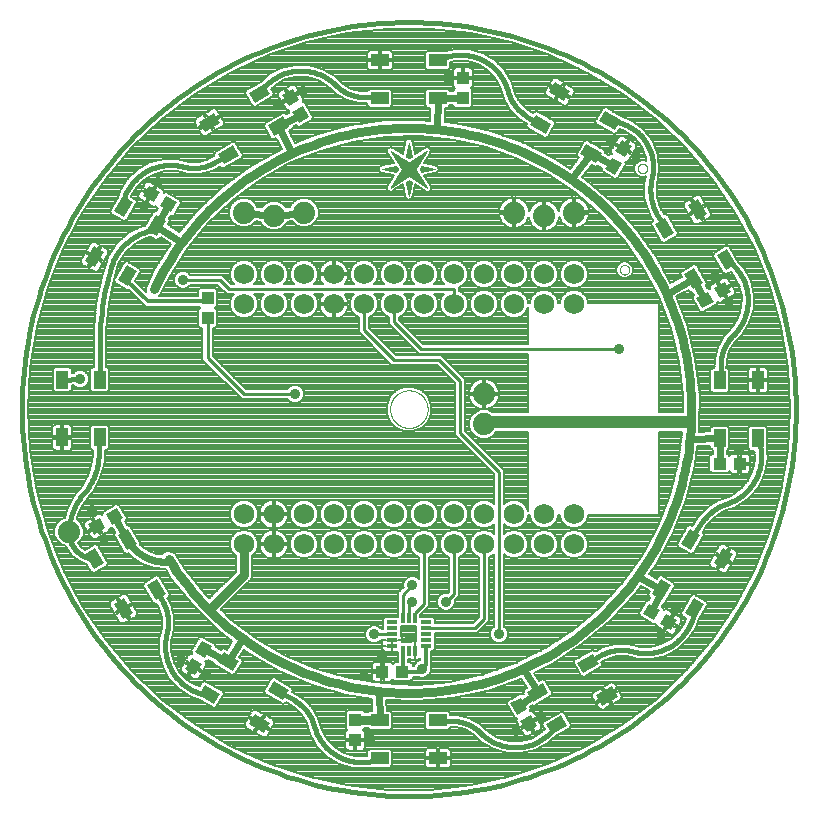
<source format=gtl>
G75*
%MOIN*%
%OFA0B0*%
%FSLAX25Y25*%
%IPPOS*%
%LPD*%
%AMOC8*
5,1,8,0,0,1.08239X$1,22.5*
%
%ADD10C,0.01600*%
%ADD11C,0.00000*%
%ADD12R,0.05906X0.03937*%
%ADD13R,0.03937X0.05906*%
%ADD14R,0.04331X0.03937*%
%ADD15R,0.03937X0.04331*%
%ADD16C,0.00100*%
%ADD17R,0.03750X0.01181*%
%ADD18R,0.01181X0.03350*%
%ADD19C,0.07400*%
%ADD20C,0.06900*%
%ADD21C,0.03000*%
%ADD22C,0.01000*%
%ADD23C,0.02400*%
%ADD24C,0.04000*%
%ADD25C,0.00800*%
%ADD26C,0.03600*%
%ADD27C,0.01200*%
D10*
X0055689Y0056609D02*
X0055773Y0056942D01*
X0055849Y0057276D01*
X0055917Y0057612D01*
X0055976Y0057950D01*
X0056027Y0058289D01*
X0056070Y0058629D01*
X0056105Y0058970D01*
X0056131Y0059312D01*
X0056149Y0059655D01*
X0056159Y0059998D01*
X0056161Y0060340D01*
X0056154Y0060683D01*
X0056139Y0061026D01*
X0056115Y0061368D01*
X0056083Y0061709D01*
X0056043Y0062050D01*
X0055995Y0062390D01*
X0055938Y0062728D01*
X0055874Y0063065D01*
X0055801Y0063400D01*
X0055720Y0063733D01*
X0055631Y0064064D01*
X0055533Y0064393D01*
X0055428Y0064719D01*
X0055316Y0065043D01*
X0055195Y0065364D01*
X0055066Y0065682D01*
X0054930Y0065997D01*
X0054786Y0066308D01*
X0054635Y0066616D01*
X0054476Y0066920D01*
X0054310Y0067220D01*
X0051732Y0071748D01*
X0052178Y0071748D01*
X0052178Y0071196D01*
X0023100Y0090500D02*
X0023105Y0090955D01*
X0023122Y0091409D01*
X0023149Y0091863D01*
X0023187Y0092317D01*
X0023236Y0092769D01*
X0023296Y0093220D01*
X0023367Y0093669D01*
X0023448Y0094117D01*
X0023540Y0094562D01*
X0023643Y0095005D01*
X0023756Y0095446D01*
X0023880Y0095884D01*
X0024014Y0096318D01*
X0024159Y0096749D01*
X0024314Y0097177D01*
X0024479Y0097601D01*
X0024654Y0098021D01*
X0024840Y0098436D01*
X0025035Y0098847D01*
X0025240Y0099253D01*
X0025454Y0099654D01*
X0025679Y0100050D01*
X0025912Y0100440D01*
X0026155Y0100825D01*
X0026407Y0101203D01*
X0026669Y0101576D01*
X0026938Y0101942D01*
X0027217Y0102301D01*
X0027504Y0102654D01*
X0027800Y0103000D01*
X0023100Y0090500D02*
X0023100Y0090126D01*
X0023102Y0089920D01*
X0023110Y0089714D01*
X0023122Y0089509D01*
X0023140Y0089304D01*
X0023162Y0089099D01*
X0023189Y0088895D01*
X0023222Y0088691D01*
X0023259Y0088489D01*
X0023301Y0088287D01*
X0023348Y0088087D01*
X0023399Y0087887D01*
X0023456Y0087689D01*
X0023517Y0087493D01*
X0023583Y0087297D01*
X0023654Y0087104D01*
X0023729Y0086912D01*
X0023809Y0086723D01*
X0023894Y0086535D01*
X0023983Y0086349D01*
X0024076Y0086166D01*
X0024174Y0085984D01*
X0024276Y0085806D01*
X0024383Y0085629D01*
X0024494Y0085456D01*
X0024609Y0085285D01*
X0024728Y0085117D01*
X0024851Y0084952D01*
X0024978Y0084790D01*
X0025109Y0084631D01*
X0025243Y0084475D01*
X0025382Y0084322D01*
X0025524Y0084173D01*
X0025669Y0084028D01*
X0025818Y0083886D01*
X0025971Y0083747D01*
X0026127Y0083613D01*
X0026286Y0083482D01*
X0026448Y0083355D01*
X0026613Y0083232D01*
X0026781Y0083113D01*
X0026952Y0082998D01*
X0027125Y0082887D01*
X0027302Y0082780D01*
X0027480Y0082678D01*
X0027662Y0082580D01*
X0027845Y0082487D01*
X0028031Y0082398D01*
X0028219Y0082313D01*
X0028408Y0082233D01*
X0028600Y0082158D01*
X0028793Y0082087D01*
X0028989Y0082021D01*
X0029185Y0081960D01*
X0029383Y0081903D01*
X0029583Y0081852D01*
X0029783Y0081805D01*
X0029985Y0081763D01*
X0030187Y0081726D01*
X0030391Y0081693D01*
X0030595Y0081666D01*
X0030800Y0081644D01*
X0031005Y0081626D01*
X0031210Y0081614D01*
X0031416Y0081606D01*
X0031622Y0081604D01*
X0033000Y0116400D02*
X0033399Y0121954D01*
X0033399Y0141246D02*
X0033400Y0153600D01*
X0026800Y0141400D02*
X0020801Y0141246D01*
X0032999Y0116400D02*
X0032983Y0115894D01*
X0032954Y0115389D01*
X0032913Y0114885D01*
X0032859Y0114382D01*
X0032794Y0113880D01*
X0032717Y0113381D01*
X0032628Y0112883D01*
X0032526Y0112387D01*
X0032413Y0111894D01*
X0032288Y0111404D01*
X0032151Y0110917D01*
X0032003Y0110433D01*
X0031843Y0109954D01*
X0031671Y0109478D01*
X0031488Y0109006D01*
X0031294Y0108539D01*
X0031088Y0108077D01*
X0030872Y0107620D01*
X0030644Y0107168D01*
X0030406Y0106722D01*
X0030157Y0106282D01*
X0029897Y0105847D01*
X0029628Y0105420D01*
X0029347Y0104998D01*
X0029057Y0104584D01*
X0028757Y0104177D01*
X0028447Y0103777D01*
X0028128Y0103385D01*
X0027799Y0103000D01*
X0055689Y0056609D02*
X0055591Y0056220D01*
X0055503Y0055830D01*
X0055424Y0055437D01*
X0055354Y0055042D01*
X0055295Y0054646D01*
X0055245Y0054249D01*
X0055205Y0053850D01*
X0055174Y0053451D01*
X0055154Y0053051D01*
X0055143Y0052650D01*
X0055142Y0052250D01*
X0055150Y0051849D01*
X0055169Y0051449D01*
X0055197Y0051049D01*
X0055235Y0050651D01*
X0055283Y0050253D01*
X0055340Y0049856D01*
X0055407Y0049462D01*
X0055484Y0049068D01*
X0055570Y0048677D01*
X0055665Y0048288D01*
X0055771Y0047902D01*
X0055885Y0047518D01*
X0056009Y0047137D01*
X0056142Y0046759D01*
X0056285Y0046385D01*
X0056436Y0046014D01*
X0056597Y0045647D01*
X0056766Y0045284D01*
X0056944Y0044925D01*
X0057131Y0044571D01*
X0057327Y0044221D01*
X0057531Y0043876D01*
X0057743Y0043537D01*
X0057963Y0043202D01*
X0058192Y0042873D01*
X0058429Y0042550D01*
X0058673Y0042233D01*
X0058925Y0041921D01*
X0059185Y0041616D01*
X0059452Y0041318D01*
X0059726Y0041026D01*
X0060007Y0040740D01*
X0060295Y0040462D01*
X0060590Y0040191D01*
X0060892Y0039927D01*
X0061199Y0039671D01*
X0061513Y0039422D01*
X0061833Y0039180D01*
X0062159Y0038947D01*
X0062490Y0038722D01*
X0062826Y0038505D01*
X0063168Y0038296D01*
X0063515Y0038096D01*
X0063867Y0037904D01*
X0064223Y0037720D01*
X0064584Y0037546D01*
X0064948Y0037380D01*
X0065317Y0037224D01*
X0065689Y0037076D01*
X0066065Y0036937D01*
X0066444Y0036808D01*
X0066826Y0036688D01*
X0067211Y0036577D01*
X0067599Y0036476D01*
X0067989Y0036384D01*
X0068381Y0036302D01*
X0068775Y0036230D01*
X0069171Y0036167D01*
X0069568Y0036113D01*
X0069966Y0036070D01*
X0070365Y0036036D01*
X0070765Y0036012D01*
X0070765Y0036268D01*
X0069897Y0036268D01*
X0098300Y0034299D02*
X0098594Y0034123D01*
X0098883Y0033939D01*
X0099168Y0033748D01*
X0099448Y0033550D01*
X0099723Y0033346D01*
X0099994Y0033135D01*
X0100259Y0032917D01*
X0100518Y0032693D01*
X0100773Y0032463D01*
X0101021Y0032227D01*
X0101264Y0031984D01*
X0101501Y0031736D01*
X0101731Y0031482D01*
X0101956Y0031223D01*
X0102174Y0030959D01*
X0102385Y0030689D01*
X0102590Y0030414D01*
X0102789Y0030134D01*
X0102980Y0029849D01*
X0103165Y0029560D01*
X0103342Y0029267D01*
X0103512Y0028969D01*
X0103675Y0028667D01*
X0103831Y0028362D01*
X0103979Y0028052D01*
X0104119Y0027740D01*
X0104252Y0027423D01*
X0104377Y0027104D01*
X0104495Y0026782D01*
X0104604Y0026457D01*
X0104706Y0026130D01*
X0104800Y0025800D01*
X0098300Y0034300D02*
X0093803Y0036932D01*
X0093803Y0037532D01*
X0092903Y0037532D01*
X0104800Y0025800D02*
X0104909Y0025414D01*
X0105028Y0025032D01*
X0105156Y0024652D01*
X0105293Y0024276D01*
X0105440Y0023903D01*
X0105595Y0023534D01*
X0105760Y0023169D01*
X0105933Y0022808D01*
X0106115Y0022451D01*
X0106306Y0022099D01*
X0106505Y0021751D01*
X0106713Y0021409D01*
X0106929Y0021071D01*
X0107153Y0020739D01*
X0107386Y0020413D01*
X0107626Y0020092D01*
X0107874Y0019778D01*
X0108129Y0019469D01*
X0108392Y0019167D01*
X0108662Y0018871D01*
X0108940Y0018582D01*
X0109224Y0018300D01*
X0109515Y0018025D01*
X0109813Y0017757D01*
X0110117Y0017497D01*
X0110428Y0017243D01*
X0110744Y0016998D01*
X0111067Y0016760D01*
X0111395Y0016531D01*
X0111729Y0016309D01*
X0112068Y0016096D01*
X0112412Y0015891D01*
X0112761Y0015694D01*
X0113115Y0015506D01*
X0113473Y0015327D01*
X0113835Y0015156D01*
X0114202Y0014995D01*
X0114572Y0014842D01*
X0114946Y0014698D01*
X0115324Y0014564D01*
X0115704Y0014439D01*
X0116088Y0014323D01*
X0116474Y0014217D01*
X0116862Y0014120D01*
X0117253Y0014032D01*
X0117646Y0013954D01*
X0118041Y0013886D01*
X0118437Y0013828D01*
X0118835Y0013779D01*
X0119233Y0013739D01*
X0119633Y0013710D01*
X0120033Y0013690D01*
X0120434Y0013680D01*
X0120834Y0013680D01*
X0121235Y0013690D01*
X0121635Y0013709D01*
X0122034Y0013738D01*
X0122433Y0013777D01*
X0122831Y0013826D01*
X0123227Y0013884D01*
X0123622Y0013952D01*
X0124015Y0014030D01*
X0124406Y0014117D01*
X0124794Y0014214D01*
X0125181Y0014320D01*
X0125564Y0014435D01*
X0125945Y0014560D01*
X0126322Y0014694D01*
X0126696Y0014837D01*
X0127067Y0014990D01*
X0127433Y0015151D01*
X0127796Y0015321D01*
X0128154Y0015500D01*
X0128154Y0015501D02*
X0126754Y0015501D01*
X0126754Y0015101D01*
X0145219Y0027585D02*
X0146046Y0027585D01*
X0146046Y0027699D01*
X0145219Y0027585D02*
X0150430Y0027554D01*
X0150773Y0027548D01*
X0151115Y0027533D01*
X0151457Y0027510D01*
X0151799Y0027479D01*
X0152140Y0027440D01*
X0152479Y0027392D01*
X0152818Y0027336D01*
X0153154Y0027272D01*
X0153490Y0027200D01*
X0153823Y0027119D01*
X0154154Y0027031D01*
X0154483Y0026934D01*
X0154810Y0026830D01*
X0155134Y0026718D01*
X0155455Y0026597D01*
X0155773Y0026470D01*
X0156088Y0026334D01*
X0156400Y0026191D01*
X0156708Y0026040D01*
X0157012Y0025882D01*
X0157313Y0025716D01*
X0157609Y0025544D01*
X0157901Y0025364D01*
X0158189Y0025177D01*
X0158471Y0024983D01*
X0158750Y0024782D01*
X0159023Y0024575D01*
X0159291Y0024361D01*
X0159554Y0024141D01*
X0159811Y0023914D01*
X0160063Y0023681D01*
X0160309Y0023443D01*
X0160309Y0023442D02*
X0160596Y0023163D01*
X0160891Y0022892D01*
X0161191Y0022627D01*
X0161498Y0022370D01*
X0161812Y0022120D01*
X0162131Y0021878D01*
X0162456Y0021644D01*
X0162787Y0021418D01*
X0163123Y0021200D01*
X0163464Y0020990D01*
X0163811Y0020789D01*
X0164162Y0020596D01*
X0164517Y0020412D01*
X0164878Y0020237D01*
X0165242Y0020070D01*
X0165610Y0019913D01*
X0165982Y0019764D01*
X0166358Y0019625D01*
X0166737Y0019495D01*
X0167118Y0019374D01*
X0167503Y0019262D01*
X0167890Y0019160D01*
X0168280Y0019067D01*
X0168672Y0018984D01*
X0169066Y0018910D01*
X0169461Y0018847D01*
X0169858Y0018792D01*
X0170256Y0018748D01*
X0170655Y0018713D01*
X0171055Y0018688D01*
X0171455Y0018673D01*
X0171856Y0018667D01*
X0172256Y0018671D01*
X0172657Y0018685D01*
X0173057Y0018709D01*
X0173456Y0018743D01*
X0173854Y0018786D01*
X0174251Y0018839D01*
X0174647Y0018902D01*
X0175041Y0018974D01*
X0175433Y0019056D01*
X0175823Y0019147D01*
X0176211Y0019248D01*
X0176596Y0019359D01*
X0176978Y0019478D01*
X0177357Y0019607D01*
X0177733Y0019746D01*
X0178106Y0019893D01*
X0178474Y0020049D01*
X0178839Y0020215D01*
X0179200Y0020389D01*
X0179556Y0020572D01*
X0179908Y0020764D01*
X0180255Y0020964D01*
X0180597Y0021172D01*
X0180934Y0021389D01*
X0181265Y0021614D01*
X0181591Y0021847D01*
X0181911Y0022088D01*
X0182225Y0022337D01*
X0182533Y0022593D01*
X0182835Y0022857D01*
X0183130Y0023128D01*
X0183418Y0023406D01*
X0183699Y0023691D01*
X0183974Y0023983D01*
X0184241Y0024281D01*
X0184501Y0024586D01*
X0184753Y0024897D01*
X0184998Y0025214D01*
X0185235Y0025537D01*
X0185464Y0025866D01*
X0185684Y0026200D01*
X0185696Y0026200D01*
X0185696Y0026122D01*
X0200294Y0049306D02*
X0200594Y0049472D01*
X0200898Y0049631D01*
X0201206Y0049782D01*
X0201517Y0049926D01*
X0201832Y0050062D01*
X0202150Y0050191D01*
X0202471Y0050312D01*
X0202795Y0050424D01*
X0203121Y0050529D01*
X0203450Y0050627D01*
X0203781Y0050716D01*
X0204114Y0050797D01*
X0204449Y0050870D01*
X0204786Y0050934D01*
X0205124Y0050991D01*
X0205464Y0051039D01*
X0205805Y0051079D01*
X0206146Y0051111D01*
X0206488Y0051135D01*
X0206831Y0051150D01*
X0207174Y0051157D01*
X0207516Y0051155D01*
X0207859Y0051145D01*
X0208202Y0051127D01*
X0208544Y0051101D01*
X0208885Y0051066D01*
X0209225Y0051023D01*
X0209564Y0050972D01*
X0209902Y0050913D01*
X0210238Y0050845D01*
X0210572Y0050769D01*
X0210905Y0050685D01*
X0200294Y0049307D02*
X0195765Y0046728D01*
X0195765Y0046678D01*
X0196104Y0046678D01*
X0210904Y0050686D02*
X0211292Y0050583D01*
X0211683Y0050491D01*
X0212075Y0050407D01*
X0212470Y0050334D01*
X0212866Y0050270D01*
X0213264Y0050215D01*
X0213662Y0050171D01*
X0214062Y0050136D01*
X0214463Y0050111D01*
X0214864Y0050096D01*
X0215265Y0050090D01*
X0215666Y0050094D01*
X0216067Y0050108D01*
X0216468Y0050132D01*
X0216868Y0050166D01*
X0217267Y0050209D01*
X0217664Y0050262D01*
X0218061Y0050325D01*
X0218455Y0050398D01*
X0218848Y0050480D01*
X0219239Y0050571D01*
X0219627Y0050672D01*
X0220013Y0050783D01*
X0220396Y0050903D01*
X0220776Y0051032D01*
X0221152Y0051171D01*
X0221526Y0051318D01*
X0221895Y0051475D01*
X0222260Y0051641D01*
X0222622Y0051815D01*
X0222979Y0051999D01*
X0223331Y0052191D01*
X0223679Y0052391D01*
X0224021Y0052600D01*
X0224359Y0052817D01*
X0224691Y0053043D01*
X0225017Y0053276D01*
X0225338Y0053518D01*
X0225652Y0053767D01*
X0225961Y0054024D01*
X0226263Y0054288D01*
X0226558Y0054559D01*
X0226847Y0054838D01*
X0227129Y0055123D01*
X0227404Y0055416D01*
X0227672Y0055715D01*
X0227932Y0056020D01*
X0228185Y0056332D01*
X0228430Y0056650D01*
X0228667Y0056973D01*
X0228896Y0057303D01*
X0229117Y0057637D01*
X0229330Y0057978D01*
X0229535Y0058323D01*
X0229731Y0058673D01*
X0229918Y0059028D01*
X0230097Y0059387D01*
X0230267Y0059750D01*
X0230428Y0060118D01*
X0230580Y0060489D01*
X0230723Y0060864D01*
X0230857Y0061243D01*
X0230981Y0061624D01*
X0231096Y0062009D01*
X0231202Y0062396D01*
X0231298Y0062785D01*
X0231385Y0063177D01*
X0231462Y0063571D01*
X0231529Y0063967D01*
X0231587Y0064364D01*
X0231635Y0064762D01*
X0231673Y0065162D01*
X0231701Y0065562D01*
X0231501Y0064897D01*
X0231532Y0064897D01*
X0233900Y0093400D02*
X0234119Y0093723D01*
X0234345Y0094040D01*
X0234579Y0094351D01*
X0234820Y0094657D01*
X0235068Y0094957D01*
X0235323Y0095251D01*
X0235585Y0095539D01*
X0235854Y0095820D01*
X0236130Y0096095D01*
X0236412Y0096363D01*
X0236701Y0096625D01*
X0236995Y0096879D01*
X0237296Y0097127D01*
X0237602Y0097367D01*
X0237915Y0097600D01*
X0238232Y0097825D01*
X0238555Y0098043D01*
X0238883Y0098253D01*
X0239216Y0098455D01*
X0239553Y0098649D01*
X0239895Y0098835D01*
X0240242Y0099012D01*
X0240592Y0099182D01*
X0240947Y0099343D01*
X0241305Y0099495D01*
X0241667Y0099639D01*
X0242032Y0099774D01*
X0242400Y0099901D01*
X0233900Y0093400D02*
X0230268Y0087903D01*
X0242400Y0099900D02*
X0242782Y0100031D01*
X0243160Y0100172D01*
X0243534Y0100321D01*
X0243906Y0100480D01*
X0244273Y0100647D01*
X0244635Y0100823D01*
X0244994Y0101008D01*
X0245348Y0101202D01*
X0245697Y0101404D01*
X0246041Y0101614D01*
X0246380Y0101833D01*
X0246714Y0102060D01*
X0247042Y0102295D01*
X0247364Y0102538D01*
X0247680Y0102788D01*
X0247990Y0103046D01*
X0248294Y0103312D01*
X0248591Y0103585D01*
X0248881Y0103865D01*
X0249165Y0104152D01*
X0249441Y0104446D01*
X0249711Y0104746D01*
X0249973Y0105053D01*
X0250227Y0105366D01*
X0250474Y0105685D01*
X0250713Y0106010D01*
X0250944Y0106340D01*
X0251167Y0106677D01*
X0251382Y0107018D01*
X0251589Y0107365D01*
X0251787Y0107716D01*
X0251976Y0108072D01*
X0252157Y0108433D01*
X0252329Y0108798D01*
X0252492Y0109167D01*
X0252646Y0109540D01*
X0252791Y0109916D01*
X0252927Y0110296D01*
X0253054Y0110679D01*
X0253171Y0111065D01*
X0253279Y0111454D01*
X0253377Y0111845D01*
X0253466Y0112238D01*
X0253546Y0112634D01*
X0253615Y0113031D01*
X0253676Y0113430D01*
X0253726Y0113830D01*
X0253767Y0114232D01*
X0253798Y0114634D01*
X0253819Y0115037D01*
X0253831Y0115440D01*
X0253832Y0115844D01*
X0253824Y0116247D01*
X0253807Y0116650D01*
X0253779Y0117052D01*
X0253742Y0117454D01*
X0253695Y0117855D01*
X0253638Y0118254D01*
X0253572Y0118652D01*
X0253496Y0119048D01*
X0253410Y0119443D01*
X0253315Y0119835D01*
X0253211Y0120224D01*
X0253097Y0120611D01*
X0252973Y0120995D01*
X0252841Y0121376D01*
X0252699Y0121754D01*
X0240244Y0140895D02*
X0240101Y0140895D01*
X0240101Y0141046D01*
X0240244Y0140895D02*
X0240276Y0146106D01*
X0240282Y0146449D01*
X0240297Y0146791D01*
X0240320Y0147133D01*
X0240351Y0147475D01*
X0240390Y0147816D01*
X0240438Y0148155D01*
X0240494Y0148494D01*
X0240558Y0148830D01*
X0240630Y0149166D01*
X0240711Y0149499D01*
X0240799Y0149830D01*
X0240896Y0150159D01*
X0241000Y0150486D01*
X0241112Y0150810D01*
X0241233Y0151131D01*
X0241360Y0151449D01*
X0241496Y0151764D01*
X0241639Y0152076D01*
X0241790Y0152384D01*
X0241948Y0152688D01*
X0242114Y0152989D01*
X0242286Y0153285D01*
X0242466Y0153577D01*
X0242653Y0153865D01*
X0242847Y0154147D01*
X0243048Y0154426D01*
X0243255Y0154699D01*
X0243469Y0154967D01*
X0243689Y0155230D01*
X0243916Y0155487D01*
X0244149Y0155739D01*
X0244387Y0155985D01*
X0244386Y0155985D02*
X0244670Y0156267D01*
X0244947Y0156555D01*
X0245217Y0156850D01*
X0245480Y0157151D01*
X0245735Y0157459D01*
X0245983Y0157773D01*
X0246223Y0158093D01*
X0246455Y0158418D01*
X0246679Y0158749D01*
X0246895Y0159086D01*
X0247102Y0159428D01*
X0247301Y0159774D01*
X0247492Y0160126D01*
X0247674Y0160482D01*
X0247847Y0160842D01*
X0248012Y0161206D01*
X0248167Y0161575D01*
X0248314Y0161947D01*
X0248451Y0162322D01*
X0248579Y0162701D01*
X0248698Y0163083D01*
X0248807Y0163467D01*
X0248907Y0163854D01*
X0248998Y0164244D01*
X0249079Y0164635D01*
X0249151Y0165028D01*
X0249212Y0165423D01*
X0249265Y0165820D01*
X0249307Y0166217D01*
X0249340Y0166616D01*
X0249363Y0167015D01*
X0249376Y0167414D01*
X0249380Y0167814D01*
X0249374Y0168214D01*
X0249358Y0168613D01*
X0249332Y0169012D01*
X0249297Y0169411D01*
X0249251Y0169808D01*
X0249197Y0170204D01*
X0249132Y0170598D01*
X0249058Y0170991D01*
X0248974Y0171382D01*
X0248881Y0171771D01*
X0248779Y0172157D01*
X0248667Y0172541D01*
X0248545Y0172922D01*
X0248415Y0173300D01*
X0248275Y0173675D01*
X0248126Y0174046D01*
X0247968Y0174413D01*
X0247801Y0174776D01*
X0247625Y0175135D01*
X0247441Y0175490D01*
X0247248Y0175840D01*
X0247047Y0176186D01*
X0246837Y0176526D01*
X0246619Y0176861D01*
X0246393Y0177191D01*
X0246158Y0177515D01*
X0245916Y0177833D01*
X0245667Y0178145D01*
X0245409Y0178451D01*
X0245145Y0178751D01*
X0244873Y0179044D01*
X0244594Y0179330D01*
X0244308Y0179610D01*
X0244016Y0179882D01*
X0243716Y0180148D01*
X0243411Y0180405D01*
X0243099Y0180656D01*
X0242781Y0180898D01*
X0242458Y0181133D01*
X0242129Y0181360D01*
X0242178Y0181360D01*
X0242178Y0181196D01*
X0221622Y0191604D02*
X0221622Y0192082D01*
X0221755Y0192082D01*
X0219276Y0195911D01*
X0219069Y0196271D01*
X0218871Y0196635D01*
X0218682Y0197005D01*
X0218502Y0197379D01*
X0218331Y0197757D01*
X0218169Y0198139D01*
X0218017Y0198525D01*
X0217874Y0198914D01*
X0217740Y0199307D01*
X0217616Y0199703D01*
X0217502Y0200102D01*
X0217397Y0200504D01*
X0217302Y0200908D01*
X0217217Y0201314D01*
X0217142Y0201722D01*
X0217077Y0202132D01*
X0217022Y0202543D01*
X0216977Y0202956D01*
X0216941Y0203369D01*
X0216916Y0203783D01*
X0216901Y0204198D01*
X0216896Y0204613D01*
X0216901Y0205028D01*
X0216916Y0205442D01*
X0216941Y0205857D01*
X0216976Y0206270D01*
X0217022Y0206683D01*
X0217077Y0207094D01*
X0217142Y0207504D01*
X0217217Y0207912D01*
X0217302Y0208318D01*
X0217397Y0208722D01*
X0217477Y0209087D01*
X0217548Y0209455D01*
X0217611Y0209824D01*
X0217664Y0210194D01*
X0217708Y0210566D01*
X0217743Y0210938D01*
X0217769Y0211312D01*
X0217786Y0211686D01*
X0217793Y0212060D01*
X0217792Y0212434D01*
X0217781Y0212808D01*
X0217762Y0213182D01*
X0217733Y0213555D01*
X0217695Y0213927D01*
X0217648Y0214299D01*
X0217592Y0214669D01*
X0217527Y0215037D01*
X0217453Y0215404D01*
X0217370Y0215769D01*
X0217278Y0216132D01*
X0217177Y0216492D01*
X0217068Y0216850D01*
X0216950Y0217205D01*
X0216823Y0217557D01*
X0216688Y0217906D01*
X0216544Y0218252D01*
X0216392Y0218594D01*
X0216231Y0218932D01*
X0216063Y0219266D01*
X0215886Y0219596D01*
X0215701Y0219921D01*
X0215508Y0220242D01*
X0215308Y0220558D01*
X0215100Y0220869D01*
X0214884Y0221175D01*
X0214661Y0221475D01*
X0214431Y0221770D01*
X0214193Y0222060D01*
X0213949Y0222343D01*
X0213698Y0222620D01*
X0213440Y0222891D01*
X0213175Y0223156D01*
X0212904Y0223414D01*
X0212627Y0223666D01*
X0212344Y0223911D01*
X0212055Y0224148D01*
X0211760Y0224379D01*
X0211460Y0224602D01*
X0211154Y0224818D01*
X0210843Y0225026D01*
X0210527Y0225227D01*
X0210207Y0225420D01*
X0209881Y0225605D01*
X0209552Y0225782D01*
X0209218Y0225951D01*
X0208880Y0226112D01*
X0208538Y0226265D01*
X0208193Y0226409D01*
X0207844Y0226544D01*
X0207492Y0226671D01*
X0207137Y0226790D01*
X0206779Y0226900D01*
X0206419Y0227001D01*
X0206056Y0227093D01*
X0205691Y0227176D01*
X0205324Y0227250D01*
X0204956Y0227316D01*
X0204586Y0227372D01*
X0204215Y0227419D01*
X0203842Y0227458D01*
X0203469Y0227487D01*
X0203096Y0227507D01*
X0202722Y0227518D01*
X0202721Y0227518D02*
X0202721Y0227532D01*
X0203403Y0227532D01*
X0175900Y0228901D02*
X0175606Y0229077D01*
X0175317Y0229261D01*
X0175032Y0229452D01*
X0174752Y0229650D01*
X0174477Y0229854D01*
X0174206Y0230065D01*
X0173941Y0230283D01*
X0173682Y0230507D01*
X0173427Y0230737D01*
X0173179Y0230973D01*
X0172936Y0231216D01*
X0172699Y0231464D01*
X0172469Y0231718D01*
X0172244Y0231977D01*
X0172026Y0232241D01*
X0171815Y0232511D01*
X0171610Y0232786D01*
X0171411Y0233066D01*
X0171220Y0233351D01*
X0171035Y0233640D01*
X0170858Y0233933D01*
X0170688Y0234231D01*
X0170525Y0234533D01*
X0170369Y0234838D01*
X0170221Y0235148D01*
X0170081Y0235460D01*
X0169948Y0235777D01*
X0169823Y0236096D01*
X0169705Y0236418D01*
X0169596Y0236743D01*
X0169494Y0237070D01*
X0169400Y0237400D01*
X0175900Y0228900D02*
X0180397Y0226268D01*
X0169400Y0237400D02*
X0169291Y0237786D01*
X0169172Y0238168D01*
X0169044Y0238548D01*
X0168907Y0238924D01*
X0168760Y0239297D01*
X0168605Y0239666D01*
X0168440Y0240031D01*
X0168267Y0240392D01*
X0168085Y0240749D01*
X0167894Y0241101D01*
X0167695Y0241449D01*
X0167487Y0241791D01*
X0167271Y0242129D01*
X0167047Y0242461D01*
X0166814Y0242787D01*
X0166574Y0243108D01*
X0166326Y0243422D01*
X0166071Y0243731D01*
X0165808Y0244033D01*
X0165538Y0244329D01*
X0165260Y0244618D01*
X0164976Y0244900D01*
X0164685Y0245175D01*
X0164387Y0245443D01*
X0164083Y0245703D01*
X0163772Y0245957D01*
X0163456Y0246202D01*
X0163133Y0246440D01*
X0162805Y0246669D01*
X0162471Y0246891D01*
X0162132Y0247104D01*
X0161788Y0247309D01*
X0161439Y0247506D01*
X0161085Y0247694D01*
X0160727Y0247873D01*
X0160365Y0248044D01*
X0159998Y0248205D01*
X0159628Y0248358D01*
X0159254Y0248502D01*
X0158876Y0248636D01*
X0158496Y0248761D01*
X0158112Y0248877D01*
X0157726Y0248983D01*
X0157338Y0249080D01*
X0156947Y0249168D01*
X0156554Y0249246D01*
X0156159Y0249314D01*
X0155763Y0249372D01*
X0155365Y0249421D01*
X0154967Y0249461D01*
X0154567Y0249490D01*
X0154167Y0249510D01*
X0153766Y0249520D01*
X0153366Y0249520D01*
X0152965Y0249510D01*
X0152565Y0249491D01*
X0152166Y0249462D01*
X0151767Y0249423D01*
X0151369Y0249374D01*
X0150973Y0249316D01*
X0150578Y0249248D01*
X0150185Y0249170D01*
X0149794Y0249083D01*
X0149406Y0248986D01*
X0149019Y0248880D01*
X0148636Y0248765D01*
X0148255Y0248640D01*
X0147878Y0248506D01*
X0147504Y0248363D01*
X0147133Y0248210D01*
X0146767Y0248049D01*
X0146404Y0247879D01*
X0146046Y0247700D01*
X0127021Y0235311D02*
X0126754Y0235311D01*
X0126754Y0235101D01*
X0127021Y0235311D02*
X0121810Y0235343D01*
X0121467Y0235349D01*
X0121125Y0235364D01*
X0120783Y0235387D01*
X0120441Y0235418D01*
X0120100Y0235457D01*
X0119761Y0235505D01*
X0119422Y0235561D01*
X0119086Y0235625D01*
X0118750Y0235697D01*
X0118417Y0235778D01*
X0118086Y0235866D01*
X0117757Y0235963D01*
X0117430Y0236067D01*
X0117106Y0236179D01*
X0116785Y0236300D01*
X0116467Y0236427D01*
X0116152Y0236563D01*
X0115840Y0236706D01*
X0115532Y0236857D01*
X0115228Y0237015D01*
X0114927Y0237181D01*
X0114631Y0237353D01*
X0114339Y0237533D01*
X0114052Y0237720D01*
X0113769Y0237914D01*
X0113490Y0238114D01*
X0113217Y0238322D01*
X0112949Y0238536D01*
X0112686Y0238756D01*
X0112429Y0238983D01*
X0112177Y0239215D01*
X0111931Y0239454D01*
X0111644Y0239733D01*
X0111349Y0240004D01*
X0111049Y0240269D01*
X0110742Y0240526D01*
X0110428Y0240776D01*
X0110109Y0241018D01*
X0109784Y0241252D01*
X0109453Y0241478D01*
X0109117Y0241696D01*
X0108776Y0241906D01*
X0108429Y0242107D01*
X0108078Y0242300D01*
X0107723Y0242484D01*
X0107362Y0242659D01*
X0106998Y0242826D01*
X0106630Y0242983D01*
X0106258Y0243132D01*
X0105882Y0243271D01*
X0105503Y0243401D01*
X0105122Y0243522D01*
X0104737Y0243634D01*
X0104350Y0243736D01*
X0103960Y0243829D01*
X0103568Y0243912D01*
X0103174Y0243986D01*
X0102779Y0244049D01*
X0102382Y0244104D01*
X0101984Y0244148D01*
X0101585Y0244183D01*
X0101185Y0244208D01*
X0100785Y0244223D01*
X0100384Y0244229D01*
X0099984Y0244225D01*
X0099583Y0244211D01*
X0099183Y0244187D01*
X0098784Y0244153D01*
X0098386Y0244110D01*
X0097989Y0244057D01*
X0097593Y0243994D01*
X0097199Y0243922D01*
X0096807Y0243840D01*
X0096417Y0243749D01*
X0096029Y0243648D01*
X0095644Y0243537D01*
X0095262Y0243418D01*
X0094883Y0243289D01*
X0094507Y0243150D01*
X0094134Y0243003D01*
X0093766Y0242847D01*
X0093401Y0242681D01*
X0093040Y0242507D01*
X0092684Y0242324D01*
X0092332Y0242132D01*
X0091985Y0241932D01*
X0091643Y0241724D01*
X0091306Y0241507D01*
X0090975Y0241282D01*
X0090649Y0241049D01*
X0090329Y0240808D01*
X0090015Y0240559D01*
X0089707Y0240303D01*
X0089405Y0240039D01*
X0089110Y0239768D01*
X0088822Y0239490D01*
X0088541Y0239205D01*
X0088266Y0238913D01*
X0087999Y0238615D01*
X0087739Y0238310D01*
X0087487Y0237999D01*
X0087242Y0237682D01*
X0087005Y0237359D01*
X0086776Y0237030D01*
X0086556Y0236696D01*
X0086556Y0236678D01*
X0086604Y0236678D01*
X0076196Y0216122D02*
X0075968Y0216122D01*
X0075968Y0215956D01*
X0076196Y0216122D02*
X0076196Y0215706D01*
X0075803Y0215706D01*
X0071774Y0213627D01*
X0071774Y0213628D02*
X0071474Y0213462D01*
X0071170Y0213303D01*
X0070862Y0213152D01*
X0070551Y0213008D01*
X0070236Y0212872D01*
X0069918Y0212743D01*
X0069597Y0212622D01*
X0069273Y0212510D01*
X0068947Y0212405D01*
X0068618Y0212307D01*
X0068287Y0212218D01*
X0067954Y0212137D01*
X0067619Y0212064D01*
X0067282Y0212000D01*
X0066944Y0211943D01*
X0066604Y0211895D01*
X0066263Y0211855D01*
X0065922Y0211823D01*
X0065580Y0211799D01*
X0065237Y0211784D01*
X0064894Y0211777D01*
X0064552Y0211779D01*
X0064209Y0211789D01*
X0063866Y0211807D01*
X0063524Y0211833D01*
X0063183Y0211868D01*
X0062843Y0211911D01*
X0062504Y0211962D01*
X0062166Y0212021D01*
X0061830Y0212089D01*
X0061496Y0212165D01*
X0061163Y0212249D01*
X0061163Y0212248D02*
X0060774Y0212346D01*
X0060384Y0212434D01*
X0059991Y0212513D01*
X0059596Y0212583D01*
X0059200Y0212642D01*
X0058803Y0212692D01*
X0058404Y0212732D01*
X0058005Y0212763D01*
X0057605Y0212783D01*
X0057204Y0212794D01*
X0056804Y0212795D01*
X0056403Y0212787D01*
X0056003Y0212768D01*
X0055603Y0212740D01*
X0055205Y0212702D01*
X0054807Y0212654D01*
X0054410Y0212597D01*
X0054016Y0212530D01*
X0053622Y0212453D01*
X0053231Y0212367D01*
X0052842Y0212271D01*
X0052456Y0212166D01*
X0052072Y0212052D01*
X0051691Y0211928D01*
X0051313Y0211795D01*
X0050939Y0211652D01*
X0050568Y0211501D01*
X0050201Y0211340D01*
X0049838Y0211171D01*
X0049479Y0210993D01*
X0049125Y0210806D01*
X0048775Y0210610D01*
X0048430Y0210406D01*
X0048091Y0210194D01*
X0047756Y0209974D01*
X0047427Y0209745D01*
X0047104Y0209508D01*
X0046787Y0209264D01*
X0046475Y0209012D01*
X0046170Y0208752D01*
X0045872Y0208485D01*
X0045580Y0208211D01*
X0045294Y0207930D01*
X0045016Y0207642D01*
X0044745Y0207347D01*
X0044481Y0207045D01*
X0044225Y0206738D01*
X0043976Y0206424D01*
X0043734Y0206104D01*
X0043501Y0205778D01*
X0043276Y0205447D01*
X0043059Y0205110D01*
X0042850Y0204769D01*
X0042650Y0204422D01*
X0042458Y0204070D01*
X0042274Y0203714D01*
X0042100Y0203353D01*
X0041934Y0202989D01*
X0041778Y0202620D01*
X0041630Y0202248D01*
X0041491Y0201872D01*
X0041362Y0201493D01*
X0041242Y0201110D01*
X0041131Y0200726D01*
X0041030Y0200338D01*
X0040938Y0199948D01*
X0040856Y0199556D01*
X0040784Y0199162D01*
X0040721Y0198766D01*
X0040667Y0198369D01*
X0040624Y0197971D01*
X0040590Y0197572D01*
X0040566Y0197172D01*
X0040567Y0197172D02*
X0040576Y0197157D01*
X0040617Y0197181D01*
X0041268Y0197181D01*
X0041268Y0198903D01*
X0041268Y0197422D01*
X0040732Y0197422D01*
X0050474Y0190900D02*
X0052178Y0192604D01*
X0050474Y0190899D02*
X0050066Y0190817D01*
X0049660Y0190724D01*
X0049257Y0190622D01*
X0048856Y0190510D01*
X0048458Y0190388D01*
X0048062Y0190257D01*
X0047671Y0190117D01*
X0047282Y0189966D01*
X0046898Y0189807D01*
X0046517Y0189638D01*
X0046141Y0189461D01*
X0045769Y0189274D01*
X0045401Y0189078D01*
X0045039Y0188873D01*
X0044681Y0188660D01*
X0044329Y0188438D01*
X0043982Y0188208D01*
X0043641Y0187970D01*
X0043306Y0187723D01*
X0042976Y0187468D01*
X0042653Y0187205D01*
X0042337Y0186935D01*
X0042027Y0186657D01*
X0041723Y0186372D01*
X0041427Y0186079D01*
X0041138Y0185780D01*
X0040856Y0185473D01*
X0040582Y0185160D01*
X0040315Y0184840D01*
X0040057Y0184514D01*
X0039806Y0184182D01*
X0039563Y0183844D01*
X0039328Y0183500D01*
X0039102Y0183151D01*
X0038884Y0182796D01*
X0038675Y0182436D01*
X0038475Y0182071D01*
X0038283Y0181701D01*
X0038101Y0181327D01*
X0037928Y0180949D01*
X0037763Y0180566D01*
X0037608Y0180180D01*
X0037463Y0179790D01*
X0037327Y0179396D01*
X0037200Y0179000D01*
X0037200Y0178999D02*
X0036641Y0177097D01*
X0036127Y0175182D01*
X0035656Y0173256D01*
X0035229Y0171320D01*
X0034846Y0169374D01*
X0034508Y0167420D01*
X0034215Y0165459D01*
X0033966Y0163492D01*
X0033763Y0161520D01*
X0033604Y0159543D01*
X0033491Y0157564D01*
X0033423Y0155582D01*
X0033400Y0153600D01*
X0007400Y0131400D02*
X0007439Y0134566D01*
X0007555Y0137730D01*
X0007750Y0140890D01*
X0008021Y0144044D01*
X0008370Y0147191D01*
X0008796Y0150328D01*
X0009299Y0153454D01*
X0009879Y0156567D01*
X0010534Y0159664D01*
X0011266Y0162744D01*
X0012073Y0165806D01*
X0012955Y0168847D01*
X0013911Y0171865D01*
X0014941Y0174859D01*
X0016044Y0177826D01*
X0017220Y0180766D01*
X0018467Y0183676D01*
X0019785Y0186555D01*
X0021174Y0189400D01*
X0022632Y0192210D01*
X0024159Y0194984D01*
X0025753Y0197719D01*
X0027414Y0200415D01*
X0029140Y0203069D01*
X0030932Y0205679D01*
X0032786Y0208245D01*
X0034703Y0210765D01*
X0036682Y0213237D01*
X0038720Y0215659D01*
X0040817Y0218031D01*
X0042972Y0220351D01*
X0045183Y0222617D01*
X0047449Y0224828D01*
X0049769Y0226983D01*
X0052141Y0229080D01*
X0054563Y0231118D01*
X0057035Y0233097D01*
X0059555Y0235014D01*
X0062121Y0236868D01*
X0064731Y0238660D01*
X0067385Y0240386D01*
X0070081Y0242047D01*
X0072816Y0243641D01*
X0075590Y0245168D01*
X0078400Y0246626D01*
X0081245Y0248015D01*
X0084124Y0249333D01*
X0087034Y0250580D01*
X0089974Y0251756D01*
X0092941Y0252859D01*
X0095935Y0253889D01*
X0098953Y0254845D01*
X0101994Y0255727D01*
X0105056Y0256534D01*
X0108136Y0257266D01*
X0111233Y0257921D01*
X0114346Y0258501D01*
X0117472Y0259004D01*
X0120609Y0259430D01*
X0123756Y0259779D01*
X0126910Y0260050D01*
X0130070Y0260245D01*
X0133234Y0260361D01*
X0136400Y0260400D01*
X0139566Y0260361D01*
X0142730Y0260245D01*
X0145890Y0260050D01*
X0149044Y0259779D01*
X0152191Y0259430D01*
X0155328Y0259004D01*
X0158454Y0258501D01*
X0161567Y0257921D01*
X0164664Y0257266D01*
X0167744Y0256534D01*
X0170806Y0255727D01*
X0173847Y0254845D01*
X0176865Y0253889D01*
X0179859Y0252859D01*
X0182826Y0251756D01*
X0185766Y0250580D01*
X0188676Y0249333D01*
X0191555Y0248015D01*
X0194400Y0246626D01*
X0197210Y0245168D01*
X0199984Y0243641D01*
X0202719Y0242047D01*
X0205415Y0240386D01*
X0208069Y0238660D01*
X0210679Y0236868D01*
X0213245Y0235014D01*
X0215765Y0233097D01*
X0218237Y0231118D01*
X0220659Y0229080D01*
X0223031Y0226983D01*
X0225351Y0224828D01*
X0227617Y0222617D01*
X0229828Y0220351D01*
X0231983Y0218031D01*
X0234080Y0215659D01*
X0236118Y0213237D01*
X0238097Y0210765D01*
X0240014Y0208245D01*
X0241868Y0205679D01*
X0243660Y0203069D01*
X0245386Y0200415D01*
X0247047Y0197719D01*
X0248641Y0194984D01*
X0250168Y0192210D01*
X0251626Y0189400D01*
X0253015Y0186555D01*
X0254333Y0183676D01*
X0255580Y0180766D01*
X0256756Y0177826D01*
X0257859Y0174859D01*
X0258889Y0171865D01*
X0259845Y0168847D01*
X0260727Y0165806D01*
X0261534Y0162744D01*
X0262266Y0159664D01*
X0262921Y0156567D01*
X0263501Y0153454D01*
X0264004Y0150328D01*
X0264430Y0147191D01*
X0264779Y0144044D01*
X0265050Y0140890D01*
X0265245Y0137730D01*
X0265361Y0134566D01*
X0265400Y0131400D01*
X0265361Y0128234D01*
X0265245Y0125070D01*
X0265050Y0121910D01*
X0264779Y0118756D01*
X0264430Y0115609D01*
X0264004Y0112472D01*
X0263501Y0109346D01*
X0262921Y0106233D01*
X0262266Y0103136D01*
X0261534Y0100056D01*
X0260727Y0096994D01*
X0259845Y0093953D01*
X0258889Y0090935D01*
X0257859Y0087941D01*
X0256756Y0084974D01*
X0255580Y0082034D01*
X0254333Y0079124D01*
X0253015Y0076245D01*
X0251626Y0073400D01*
X0250168Y0070590D01*
X0248641Y0067816D01*
X0247047Y0065081D01*
X0245386Y0062385D01*
X0243660Y0059731D01*
X0241868Y0057121D01*
X0240014Y0054555D01*
X0238097Y0052035D01*
X0236118Y0049563D01*
X0234080Y0047141D01*
X0231983Y0044769D01*
X0229828Y0042449D01*
X0227617Y0040183D01*
X0225351Y0037972D01*
X0223031Y0035817D01*
X0220659Y0033720D01*
X0218237Y0031682D01*
X0215765Y0029703D01*
X0213245Y0027786D01*
X0210679Y0025932D01*
X0208069Y0024140D01*
X0205415Y0022414D01*
X0202719Y0020753D01*
X0199984Y0019159D01*
X0197210Y0017632D01*
X0194400Y0016174D01*
X0191555Y0014785D01*
X0188676Y0013467D01*
X0185766Y0012220D01*
X0182826Y0011044D01*
X0179859Y0009941D01*
X0176865Y0008911D01*
X0173847Y0007955D01*
X0170806Y0007073D01*
X0167744Y0006266D01*
X0164664Y0005534D01*
X0161567Y0004879D01*
X0158454Y0004299D01*
X0155328Y0003796D01*
X0152191Y0003370D01*
X0149044Y0003021D01*
X0145890Y0002750D01*
X0142730Y0002555D01*
X0139566Y0002439D01*
X0136400Y0002400D01*
X0133234Y0002439D01*
X0130070Y0002555D01*
X0126910Y0002750D01*
X0123756Y0003021D01*
X0120609Y0003370D01*
X0117472Y0003796D01*
X0114346Y0004299D01*
X0111233Y0004879D01*
X0108136Y0005534D01*
X0105056Y0006266D01*
X0101994Y0007073D01*
X0098953Y0007955D01*
X0095935Y0008911D01*
X0092941Y0009941D01*
X0089974Y0011044D01*
X0087034Y0012220D01*
X0084124Y0013467D01*
X0081245Y0014785D01*
X0078400Y0016174D01*
X0075590Y0017632D01*
X0072816Y0019159D01*
X0070081Y0020753D01*
X0067385Y0022414D01*
X0064731Y0024140D01*
X0062121Y0025932D01*
X0059555Y0027786D01*
X0057035Y0029703D01*
X0054563Y0031682D01*
X0052141Y0033720D01*
X0049769Y0035817D01*
X0047449Y0037972D01*
X0045183Y0040183D01*
X0042972Y0042449D01*
X0040817Y0044769D01*
X0038720Y0047141D01*
X0036682Y0049563D01*
X0034703Y0052035D01*
X0032786Y0054555D01*
X0030932Y0057121D01*
X0029140Y0059731D01*
X0027414Y0062385D01*
X0025753Y0065081D01*
X0024159Y0067816D01*
X0022632Y0070590D01*
X0021174Y0073400D01*
X0019785Y0076245D01*
X0018467Y0079124D01*
X0017220Y0082034D01*
X0016044Y0084974D01*
X0014941Y0087941D01*
X0013911Y0090935D01*
X0012955Y0093953D01*
X0012073Y0096994D01*
X0011266Y0100056D01*
X0010534Y0103136D01*
X0009879Y0106233D01*
X0009299Y0109346D01*
X0008796Y0112472D01*
X0008370Y0115609D01*
X0008021Y0118756D01*
X0007750Y0121910D01*
X0007555Y0125070D01*
X0007439Y0128234D01*
X0007400Y0131400D01*
D11*
X0130150Y0131400D02*
X0130152Y0131558D01*
X0130158Y0131715D01*
X0130168Y0131873D01*
X0130182Y0132030D01*
X0130200Y0132186D01*
X0130221Y0132343D01*
X0130247Y0132498D01*
X0130277Y0132653D01*
X0130310Y0132807D01*
X0130348Y0132960D01*
X0130389Y0133113D01*
X0130434Y0133264D01*
X0130483Y0133414D01*
X0130536Y0133562D01*
X0130592Y0133710D01*
X0130653Y0133855D01*
X0130716Y0134000D01*
X0130784Y0134142D01*
X0130855Y0134283D01*
X0130929Y0134422D01*
X0131007Y0134559D01*
X0131089Y0134694D01*
X0131173Y0134827D01*
X0131262Y0134958D01*
X0131353Y0135086D01*
X0131448Y0135213D01*
X0131545Y0135336D01*
X0131646Y0135458D01*
X0131750Y0135576D01*
X0131857Y0135692D01*
X0131967Y0135805D01*
X0132079Y0135916D01*
X0132195Y0136023D01*
X0132313Y0136128D01*
X0132433Y0136230D01*
X0132556Y0136328D01*
X0132682Y0136424D01*
X0132810Y0136516D01*
X0132940Y0136605D01*
X0133072Y0136691D01*
X0133207Y0136773D01*
X0133344Y0136852D01*
X0133482Y0136927D01*
X0133622Y0136999D01*
X0133765Y0137067D01*
X0133908Y0137132D01*
X0134054Y0137193D01*
X0134201Y0137250D01*
X0134349Y0137304D01*
X0134499Y0137354D01*
X0134649Y0137400D01*
X0134801Y0137442D01*
X0134954Y0137481D01*
X0135108Y0137515D01*
X0135263Y0137546D01*
X0135418Y0137572D01*
X0135574Y0137595D01*
X0135731Y0137614D01*
X0135888Y0137629D01*
X0136045Y0137640D01*
X0136203Y0137647D01*
X0136361Y0137650D01*
X0136518Y0137649D01*
X0136676Y0137644D01*
X0136833Y0137635D01*
X0136991Y0137622D01*
X0137147Y0137605D01*
X0137304Y0137584D01*
X0137459Y0137560D01*
X0137614Y0137531D01*
X0137769Y0137498D01*
X0137922Y0137462D01*
X0138075Y0137421D01*
X0138226Y0137377D01*
X0138376Y0137329D01*
X0138525Y0137278D01*
X0138673Y0137222D01*
X0138819Y0137163D01*
X0138964Y0137100D01*
X0139107Y0137033D01*
X0139248Y0136963D01*
X0139387Y0136890D01*
X0139525Y0136813D01*
X0139661Y0136732D01*
X0139794Y0136648D01*
X0139925Y0136561D01*
X0140054Y0136470D01*
X0140181Y0136376D01*
X0140306Y0136279D01*
X0140427Y0136179D01*
X0140547Y0136076D01*
X0140663Y0135970D01*
X0140777Y0135861D01*
X0140889Y0135749D01*
X0140997Y0135635D01*
X0141102Y0135517D01*
X0141205Y0135397D01*
X0141304Y0135275D01*
X0141400Y0135150D01*
X0141493Y0135022D01*
X0141583Y0134893D01*
X0141669Y0134761D01*
X0141753Y0134627D01*
X0141832Y0134491D01*
X0141909Y0134353D01*
X0141981Y0134213D01*
X0142050Y0134071D01*
X0142116Y0133928D01*
X0142178Y0133783D01*
X0142236Y0133636D01*
X0142291Y0133488D01*
X0142342Y0133339D01*
X0142389Y0133188D01*
X0142432Y0133037D01*
X0142471Y0132884D01*
X0142507Y0132730D01*
X0142538Y0132576D01*
X0142566Y0132421D01*
X0142590Y0132265D01*
X0142610Y0132108D01*
X0142626Y0131951D01*
X0142638Y0131794D01*
X0142646Y0131637D01*
X0142650Y0131479D01*
X0142650Y0131321D01*
X0142646Y0131163D01*
X0142638Y0131006D01*
X0142626Y0130849D01*
X0142610Y0130692D01*
X0142590Y0130535D01*
X0142566Y0130379D01*
X0142538Y0130224D01*
X0142507Y0130070D01*
X0142471Y0129916D01*
X0142432Y0129763D01*
X0142389Y0129612D01*
X0142342Y0129461D01*
X0142291Y0129312D01*
X0142236Y0129164D01*
X0142178Y0129017D01*
X0142116Y0128872D01*
X0142050Y0128729D01*
X0141981Y0128587D01*
X0141909Y0128447D01*
X0141832Y0128309D01*
X0141753Y0128173D01*
X0141669Y0128039D01*
X0141583Y0127907D01*
X0141493Y0127778D01*
X0141400Y0127650D01*
X0141304Y0127525D01*
X0141205Y0127403D01*
X0141102Y0127283D01*
X0140997Y0127165D01*
X0140889Y0127051D01*
X0140777Y0126939D01*
X0140663Y0126830D01*
X0140547Y0126724D01*
X0140427Y0126621D01*
X0140306Y0126521D01*
X0140181Y0126424D01*
X0140054Y0126330D01*
X0139925Y0126239D01*
X0139794Y0126152D01*
X0139661Y0126068D01*
X0139525Y0125987D01*
X0139387Y0125910D01*
X0139248Y0125837D01*
X0139107Y0125767D01*
X0138964Y0125700D01*
X0138819Y0125637D01*
X0138673Y0125578D01*
X0138525Y0125522D01*
X0138376Y0125471D01*
X0138226Y0125423D01*
X0138075Y0125379D01*
X0137922Y0125338D01*
X0137769Y0125302D01*
X0137614Y0125269D01*
X0137459Y0125240D01*
X0137304Y0125216D01*
X0137147Y0125195D01*
X0136991Y0125178D01*
X0136833Y0125165D01*
X0136676Y0125156D01*
X0136518Y0125151D01*
X0136361Y0125150D01*
X0136203Y0125153D01*
X0136045Y0125160D01*
X0135888Y0125171D01*
X0135731Y0125186D01*
X0135574Y0125205D01*
X0135418Y0125228D01*
X0135263Y0125254D01*
X0135108Y0125285D01*
X0134954Y0125319D01*
X0134801Y0125358D01*
X0134649Y0125400D01*
X0134499Y0125446D01*
X0134349Y0125496D01*
X0134201Y0125550D01*
X0134054Y0125607D01*
X0133908Y0125668D01*
X0133765Y0125733D01*
X0133622Y0125801D01*
X0133482Y0125873D01*
X0133344Y0125948D01*
X0133207Y0126027D01*
X0133072Y0126109D01*
X0132940Y0126195D01*
X0132810Y0126284D01*
X0132682Y0126376D01*
X0132556Y0126472D01*
X0132433Y0126570D01*
X0132313Y0126672D01*
X0132195Y0126777D01*
X0132079Y0126884D01*
X0131967Y0126995D01*
X0131857Y0127108D01*
X0131750Y0127224D01*
X0131646Y0127342D01*
X0131545Y0127464D01*
X0131448Y0127587D01*
X0131353Y0127714D01*
X0131262Y0127842D01*
X0131173Y0127973D01*
X0131089Y0128106D01*
X0131007Y0128241D01*
X0130929Y0128378D01*
X0130855Y0128517D01*
X0130784Y0128658D01*
X0130716Y0128800D01*
X0130653Y0128945D01*
X0130592Y0129090D01*
X0130536Y0129238D01*
X0130483Y0129386D01*
X0130434Y0129536D01*
X0130389Y0129687D01*
X0130348Y0129840D01*
X0130310Y0129993D01*
X0130277Y0130147D01*
X0130247Y0130302D01*
X0130221Y0130457D01*
X0130200Y0130614D01*
X0130182Y0130770D01*
X0130168Y0130927D01*
X0130158Y0131085D01*
X0130152Y0131242D01*
X0130150Y0131400D01*
X0206728Y0177837D02*
X0206730Y0177916D01*
X0206736Y0177995D01*
X0206746Y0178074D01*
X0206760Y0178152D01*
X0206777Y0178229D01*
X0206799Y0178305D01*
X0206824Y0178380D01*
X0206854Y0178453D01*
X0206886Y0178525D01*
X0206923Y0178596D01*
X0206963Y0178664D01*
X0207006Y0178730D01*
X0207052Y0178794D01*
X0207102Y0178856D01*
X0207155Y0178915D01*
X0207210Y0178971D01*
X0207269Y0179025D01*
X0207330Y0179075D01*
X0207393Y0179123D01*
X0207459Y0179167D01*
X0207527Y0179208D01*
X0207597Y0179245D01*
X0207668Y0179279D01*
X0207742Y0179309D01*
X0207816Y0179335D01*
X0207892Y0179357D01*
X0207969Y0179376D01*
X0208047Y0179391D01*
X0208125Y0179402D01*
X0208204Y0179409D01*
X0208283Y0179412D01*
X0208362Y0179411D01*
X0208441Y0179406D01*
X0208520Y0179397D01*
X0208598Y0179384D01*
X0208675Y0179367D01*
X0208752Y0179347D01*
X0208827Y0179322D01*
X0208901Y0179294D01*
X0208974Y0179262D01*
X0209044Y0179227D01*
X0209113Y0179188D01*
X0209180Y0179145D01*
X0209245Y0179099D01*
X0209307Y0179051D01*
X0209367Y0178999D01*
X0209424Y0178944D01*
X0209478Y0178886D01*
X0209529Y0178826D01*
X0209577Y0178763D01*
X0209622Y0178698D01*
X0209664Y0178630D01*
X0209702Y0178561D01*
X0209736Y0178490D01*
X0209767Y0178417D01*
X0209795Y0178342D01*
X0209818Y0178267D01*
X0209838Y0178190D01*
X0209854Y0178113D01*
X0209866Y0178034D01*
X0209874Y0177956D01*
X0209878Y0177877D01*
X0209878Y0177797D01*
X0209874Y0177718D01*
X0209866Y0177640D01*
X0209854Y0177561D01*
X0209838Y0177484D01*
X0209818Y0177407D01*
X0209795Y0177332D01*
X0209767Y0177257D01*
X0209736Y0177184D01*
X0209702Y0177113D01*
X0209664Y0177044D01*
X0209622Y0176976D01*
X0209577Y0176911D01*
X0209529Y0176848D01*
X0209478Y0176788D01*
X0209424Y0176730D01*
X0209367Y0176675D01*
X0209307Y0176623D01*
X0209245Y0176575D01*
X0209180Y0176529D01*
X0209113Y0176486D01*
X0209044Y0176447D01*
X0208974Y0176412D01*
X0208901Y0176380D01*
X0208827Y0176352D01*
X0208752Y0176327D01*
X0208675Y0176307D01*
X0208598Y0176290D01*
X0208520Y0176277D01*
X0208441Y0176268D01*
X0208362Y0176263D01*
X0208283Y0176262D01*
X0208204Y0176265D01*
X0208125Y0176272D01*
X0208047Y0176283D01*
X0207969Y0176298D01*
X0207892Y0176317D01*
X0207816Y0176339D01*
X0207742Y0176365D01*
X0207668Y0176395D01*
X0207597Y0176429D01*
X0207527Y0176466D01*
X0207459Y0176507D01*
X0207393Y0176551D01*
X0207330Y0176599D01*
X0207269Y0176649D01*
X0207210Y0176703D01*
X0207155Y0176759D01*
X0207102Y0176818D01*
X0207052Y0176880D01*
X0207006Y0176944D01*
X0206963Y0177010D01*
X0206923Y0177078D01*
X0206886Y0177149D01*
X0206854Y0177221D01*
X0206824Y0177294D01*
X0206799Y0177369D01*
X0206777Y0177445D01*
X0206760Y0177522D01*
X0206746Y0177600D01*
X0206736Y0177679D01*
X0206730Y0177758D01*
X0206728Y0177837D01*
X0212674Y0211558D02*
X0212676Y0211637D01*
X0212682Y0211716D01*
X0212692Y0211795D01*
X0212706Y0211873D01*
X0212723Y0211950D01*
X0212745Y0212026D01*
X0212770Y0212101D01*
X0212800Y0212174D01*
X0212832Y0212246D01*
X0212869Y0212317D01*
X0212909Y0212385D01*
X0212952Y0212451D01*
X0212998Y0212515D01*
X0213048Y0212577D01*
X0213101Y0212636D01*
X0213156Y0212692D01*
X0213215Y0212746D01*
X0213276Y0212796D01*
X0213339Y0212844D01*
X0213405Y0212888D01*
X0213473Y0212929D01*
X0213543Y0212966D01*
X0213614Y0213000D01*
X0213688Y0213030D01*
X0213762Y0213056D01*
X0213838Y0213078D01*
X0213915Y0213097D01*
X0213993Y0213112D01*
X0214071Y0213123D01*
X0214150Y0213130D01*
X0214229Y0213133D01*
X0214308Y0213132D01*
X0214387Y0213127D01*
X0214466Y0213118D01*
X0214544Y0213105D01*
X0214621Y0213088D01*
X0214698Y0213068D01*
X0214773Y0213043D01*
X0214847Y0213015D01*
X0214920Y0212983D01*
X0214990Y0212948D01*
X0215059Y0212909D01*
X0215126Y0212866D01*
X0215191Y0212820D01*
X0215253Y0212772D01*
X0215313Y0212720D01*
X0215370Y0212665D01*
X0215424Y0212607D01*
X0215475Y0212547D01*
X0215523Y0212484D01*
X0215568Y0212419D01*
X0215610Y0212351D01*
X0215648Y0212282D01*
X0215682Y0212211D01*
X0215713Y0212138D01*
X0215741Y0212063D01*
X0215764Y0211988D01*
X0215784Y0211911D01*
X0215800Y0211834D01*
X0215812Y0211755D01*
X0215820Y0211677D01*
X0215824Y0211598D01*
X0215824Y0211518D01*
X0215820Y0211439D01*
X0215812Y0211361D01*
X0215800Y0211282D01*
X0215784Y0211205D01*
X0215764Y0211128D01*
X0215741Y0211053D01*
X0215713Y0210978D01*
X0215682Y0210905D01*
X0215648Y0210834D01*
X0215610Y0210765D01*
X0215568Y0210697D01*
X0215523Y0210632D01*
X0215475Y0210569D01*
X0215424Y0210509D01*
X0215370Y0210451D01*
X0215313Y0210396D01*
X0215253Y0210344D01*
X0215191Y0210296D01*
X0215126Y0210250D01*
X0215059Y0210207D01*
X0214990Y0210168D01*
X0214920Y0210133D01*
X0214847Y0210101D01*
X0214773Y0210073D01*
X0214698Y0210048D01*
X0214621Y0210028D01*
X0214544Y0210011D01*
X0214466Y0209998D01*
X0214387Y0209989D01*
X0214308Y0209984D01*
X0214229Y0209983D01*
X0214150Y0209986D01*
X0214071Y0209993D01*
X0213993Y0210004D01*
X0213915Y0210019D01*
X0213838Y0210038D01*
X0213762Y0210060D01*
X0213688Y0210086D01*
X0213614Y0210116D01*
X0213543Y0210150D01*
X0213473Y0210187D01*
X0213405Y0210228D01*
X0213339Y0210272D01*
X0213276Y0210320D01*
X0213215Y0210370D01*
X0213156Y0210424D01*
X0213101Y0210480D01*
X0213048Y0210539D01*
X0212998Y0210601D01*
X0212952Y0210665D01*
X0212909Y0210731D01*
X0212869Y0210799D01*
X0212832Y0210870D01*
X0212800Y0210942D01*
X0212770Y0211015D01*
X0212745Y0211090D01*
X0212723Y0211166D01*
X0212706Y0211243D01*
X0212692Y0211321D01*
X0212682Y0211400D01*
X0212676Y0211479D01*
X0212674Y0211558D01*
D12*
G36*
X0195531Y0219802D02*
X0200645Y0216849D01*
X0198677Y0213442D01*
X0193563Y0216395D01*
X0195531Y0219802D01*
G37*
G36*
X0201830Y0230712D02*
X0206944Y0227759D01*
X0204976Y0224352D01*
X0199862Y0227305D01*
X0201830Y0230712D01*
G37*
G36*
X0185123Y0240358D02*
X0190237Y0237405D01*
X0188269Y0233998D01*
X0183155Y0236951D01*
X0185123Y0240358D01*
G37*
G36*
X0178824Y0229448D02*
X0183938Y0226495D01*
X0181970Y0223088D01*
X0176856Y0226041D01*
X0178824Y0229448D01*
G37*
X0146046Y0235101D03*
X0146046Y0247699D03*
X0126754Y0247699D03*
X0126754Y0235101D03*
G36*
X0089362Y0225995D02*
X0094476Y0228948D01*
X0096444Y0225541D01*
X0091330Y0222588D01*
X0089362Y0225995D01*
G37*
G36*
X0083063Y0236905D02*
X0088177Y0239858D01*
X0090145Y0236451D01*
X0085031Y0233498D01*
X0083063Y0236905D01*
G37*
G36*
X0066356Y0227259D02*
X0071470Y0230212D01*
X0073438Y0226805D01*
X0068324Y0223852D01*
X0066356Y0227259D01*
G37*
G36*
X0072655Y0216349D02*
X0077769Y0219302D01*
X0079737Y0215895D01*
X0074623Y0212942D01*
X0072655Y0216349D01*
G37*
G36*
X0048998Y0191031D02*
X0051951Y0196145D01*
X0055358Y0194177D01*
X0052405Y0189063D01*
X0048998Y0191031D01*
G37*
G36*
X0038088Y0197330D02*
X0041041Y0202444D01*
X0044448Y0200476D01*
X0041495Y0195362D01*
X0038088Y0197330D01*
G37*
G36*
X0028442Y0180623D02*
X0031395Y0185737D01*
X0034802Y0183769D01*
X0031849Y0178655D01*
X0028442Y0180623D01*
G37*
G36*
X0039352Y0174324D02*
X0042305Y0179438D01*
X0045712Y0177470D01*
X0042759Y0172356D01*
X0039352Y0174324D01*
G37*
G36*
X0042305Y0084362D02*
X0039352Y0089476D01*
X0042759Y0091444D01*
X0045712Y0086330D01*
X0042305Y0084362D01*
G37*
G36*
X0031395Y0078063D02*
X0028442Y0083177D01*
X0031849Y0085145D01*
X0034802Y0080031D01*
X0031395Y0078063D01*
G37*
G36*
X0041041Y0061356D02*
X0038088Y0066470D01*
X0041495Y0068438D01*
X0044448Y0063324D01*
X0041041Y0061356D01*
G37*
G36*
X0051951Y0067655D02*
X0048998Y0072769D01*
X0052405Y0074737D01*
X0055358Y0069623D01*
X0051951Y0067655D01*
G37*
G36*
X0077769Y0043998D02*
X0072655Y0046951D01*
X0074623Y0050358D01*
X0079737Y0047405D01*
X0077769Y0043998D01*
G37*
G36*
X0071470Y0033088D02*
X0066356Y0036041D01*
X0068324Y0039448D01*
X0073438Y0036495D01*
X0071470Y0033088D01*
G37*
G36*
X0088177Y0023442D02*
X0083063Y0026395D01*
X0085031Y0029802D01*
X0090145Y0026849D01*
X0088177Y0023442D01*
G37*
G36*
X0094476Y0034352D02*
X0089362Y0037305D01*
X0091330Y0040712D01*
X0096444Y0037759D01*
X0094476Y0034352D01*
G37*
X0126754Y0027699D03*
X0126754Y0015101D03*
X0146046Y0015101D03*
X0146046Y0027699D03*
G36*
X0182938Y0036805D02*
X0177824Y0033852D01*
X0175856Y0037259D01*
X0180970Y0040212D01*
X0182938Y0036805D01*
G37*
G36*
X0199645Y0046451D02*
X0194531Y0043498D01*
X0192563Y0046905D01*
X0197677Y0049858D01*
X0199645Y0046451D01*
G37*
G36*
X0205944Y0035541D02*
X0200830Y0032588D01*
X0198862Y0035995D01*
X0203976Y0038948D01*
X0205944Y0035541D01*
G37*
G36*
X0189237Y0025895D02*
X0184123Y0022942D01*
X0182155Y0026349D01*
X0187269Y0029302D01*
X0189237Y0025895D01*
G37*
G36*
X0234712Y0066470D02*
X0231759Y0061356D01*
X0228352Y0063324D01*
X0231305Y0068438D01*
X0234712Y0066470D01*
G37*
G36*
X0223802Y0072769D02*
X0220849Y0067655D01*
X0217442Y0069623D01*
X0220395Y0074737D01*
X0223802Y0072769D01*
G37*
G36*
X0233448Y0089476D02*
X0230495Y0084362D01*
X0227088Y0086330D01*
X0230041Y0091444D01*
X0233448Y0089476D01*
G37*
G36*
X0244358Y0083177D02*
X0241405Y0078063D01*
X0237998Y0080031D01*
X0240951Y0085145D01*
X0244358Y0083177D01*
G37*
G36*
X0231495Y0178438D02*
X0234448Y0173324D01*
X0231041Y0171356D01*
X0228088Y0176470D01*
X0231495Y0178438D01*
G37*
G36*
X0242405Y0184737D02*
X0245358Y0179623D01*
X0241951Y0177655D01*
X0238998Y0182769D01*
X0242405Y0184737D01*
G37*
G36*
X0232759Y0201444D02*
X0235712Y0196330D01*
X0232305Y0194362D01*
X0229352Y0199476D01*
X0232759Y0201444D01*
G37*
G36*
X0221849Y0195145D02*
X0224802Y0190031D01*
X0221395Y0188063D01*
X0218442Y0193177D01*
X0221849Y0195145D01*
G37*
D13*
X0240101Y0141046D03*
X0252699Y0141046D03*
X0252699Y0121754D03*
X0240101Y0121754D03*
X0033399Y0121954D03*
X0020801Y0121954D03*
X0020801Y0141246D03*
X0033399Y0141246D03*
D14*
G36*
X0041056Y0095052D02*
X0037308Y0092887D01*
X0035340Y0096294D01*
X0039088Y0098459D01*
X0041056Y0095052D01*
G37*
G36*
X0035260Y0091706D02*
X0031512Y0089541D01*
X0029544Y0092948D01*
X0033292Y0095113D01*
X0035260Y0091706D01*
G37*
G36*
X0070759Y0052288D02*
X0068594Y0048540D01*
X0065187Y0050508D01*
X0067352Y0054256D01*
X0070759Y0052288D01*
G37*
G36*
X0067413Y0046492D02*
X0065248Y0042744D01*
X0061841Y0044712D01*
X0064006Y0048460D01*
X0067413Y0046492D01*
G37*
X0127554Y0043900D03*
X0134246Y0043900D03*
G36*
X0173648Y0035256D02*
X0175813Y0031508D01*
X0172406Y0029540D01*
X0170241Y0033288D01*
X0173648Y0035256D01*
G37*
G36*
X0176994Y0029460D02*
X0179159Y0025712D01*
X0175752Y0023744D01*
X0173587Y0027492D01*
X0176994Y0029460D01*
G37*
G36*
X0216312Y0066559D02*
X0220060Y0064394D01*
X0218092Y0060987D01*
X0214344Y0063152D01*
X0216312Y0066559D01*
G37*
G36*
X0222108Y0063213D02*
X0225856Y0061048D01*
X0223888Y0057641D01*
X0220140Y0059806D01*
X0222108Y0063213D01*
G37*
X0239954Y0113200D03*
X0246646Y0113200D03*
G36*
X0232244Y0168348D02*
X0235992Y0170513D01*
X0237960Y0167106D01*
X0234212Y0164941D01*
X0232244Y0168348D01*
G37*
G36*
X0238040Y0171694D02*
X0241788Y0173859D01*
X0243756Y0170452D01*
X0240008Y0168287D01*
X0238040Y0171694D01*
G37*
G36*
X0201841Y0211512D02*
X0204006Y0215260D01*
X0207413Y0213292D01*
X0205248Y0209544D01*
X0201841Y0211512D01*
G37*
G36*
X0205187Y0217308D02*
X0207352Y0221056D01*
X0210759Y0219088D01*
X0208594Y0215340D01*
X0205187Y0217308D01*
G37*
G36*
X0099752Y0226644D02*
X0097587Y0230392D01*
X0100994Y0232360D01*
X0103159Y0228612D01*
X0099752Y0226644D01*
G37*
G36*
X0096406Y0232440D02*
X0094241Y0236188D01*
X0097648Y0238156D01*
X0099813Y0234408D01*
X0096406Y0232440D01*
G37*
G36*
X0057188Y0196941D02*
X0053440Y0199106D01*
X0055408Y0202513D01*
X0059156Y0200348D01*
X0057188Y0196941D01*
G37*
G36*
X0051392Y0200287D02*
X0047644Y0202452D01*
X0049612Y0205859D01*
X0053360Y0203694D01*
X0051392Y0200287D01*
G37*
D15*
X0069300Y0168446D03*
X0069300Y0161754D03*
X0154400Y0235054D03*
X0154400Y0241746D03*
X0118500Y0027846D03*
X0118500Y0021154D03*
D16*
X0136400Y0202600D02*
X0137400Y0207000D01*
X0136400Y0207700D01*
X0135400Y0207000D01*
X0136400Y0202600D01*
X0136387Y0202659D02*
X0136413Y0202659D01*
X0136436Y0202757D02*
X0136364Y0202757D01*
X0136342Y0202856D02*
X0136458Y0202856D01*
X0136480Y0202954D02*
X0136320Y0202954D01*
X0136297Y0203053D02*
X0136503Y0203053D01*
X0136525Y0203151D02*
X0136275Y0203151D01*
X0136252Y0203250D02*
X0136548Y0203250D01*
X0136570Y0203348D02*
X0136230Y0203348D01*
X0136208Y0203447D02*
X0136592Y0203447D01*
X0136615Y0203545D02*
X0136185Y0203545D01*
X0136163Y0203644D02*
X0136637Y0203644D01*
X0136660Y0203742D02*
X0136140Y0203742D01*
X0136118Y0203841D02*
X0136682Y0203841D01*
X0136704Y0203939D02*
X0136096Y0203939D01*
X0136073Y0204038D02*
X0136727Y0204038D01*
X0136749Y0204136D02*
X0136051Y0204136D01*
X0136028Y0204235D02*
X0136772Y0204235D01*
X0136794Y0204333D02*
X0136006Y0204333D01*
X0135984Y0204432D02*
X0136816Y0204432D01*
X0136839Y0204530D02*
X0135961Y0204530D01*
X0135939Y0204629D02*
X0136861Y0204629D01*
X0136883Y0204727D02*
X0135916Y0204727D01*
X0135894Y0204826D02*
X0136906Y0204826D01*
X0136928Y0204924D02*
X0135872Y0204924D01*
X0135849Y0205023D02*
X0136951Y0205023D01*
X0136973Y0205121D02*
X0135827Y0205121D01*
X0135805Y0205220D02*
X0136995Y0205220D01*
X0137018Y0205318D02*
X0135782Y0205318D01*
X0135760Y0205417D02*
X0137040Y0205417D01*
X0137063Y0205515D02*
X0135737Y0205515D01*
X0135715Y0205614D02*
X0137085Y0205614D01*
X0137107Y0205712D02*
X0135693Y0205712D01*
X0135670Y0205811D02*
X0137130Y0205811D01*
X0137152Y0205909D02*
X0135648Y0205909D01*
X0135625Y0206008D02*
X0137175Y0206008D01*
X0137197Y0206107D02*
X0135603Y0206107D01*
X0135581Y0206205D02*
X0137219Y0206205D01*
X0137242Y0206304D02*
X0135558Y0206304D01*
X0135536Y0206402D02*
X0137264Y0206402D01*
X0137286Y0206501D02*
X0135513Y0206501D01*
X0135491Y0206599D02*
X0137309Y0206599D01*
X0137331Y0206698D02*
X0135469Y0206698D01*
X0135446Y0206796D02*
X0137354Y0206796D01*
X0137376Y0206895D02*
X0135424Y0206895D01*
X0135402Y0206993D02*
X0137398Y0206993D01*
X0137269Y0207092D02*
X0135531Y0207092D01*
X0135672Y0207190D02*
X0137128Y0207190D01*
X0136988Y0207289D02*
X0135812Y0207289D01*
X0135953Y0207387D02*
X0136847Y0207387D01*
X0136706Y0207486D02*
X0136094Y0207486D01*
X0136235Y0207584D02*
X0136565Y0207584D01*
X0136425Y0207683D02*
X0136375Y0207683D01*
X0135739Y0208766D02*
X0132486Y0208766D01*
X0132425Y0208668D02*
X0135588Y0208668D01*
X0135438Y0208569D02*
X0132365Y0208569D01*
X0132305Y0208471D02*
X0135288Y0208471D01*
X0135138Y0208372D02*
X0132244Y0208372D01*
X0132184Y0208274D02*
X0134987Y0208274D01*
X0134837Y0208175D02*
X0132124Y0208175D01*
X0132063Y0208077D02*
X0134687Y0208077D01*
X0134537Y0207978D02*
X0132003Y0207978D01*
X0131942Y0207880D02*
X0134387Y0207880D01*
X0134236Y0207781D02*
X0131882Y0207781D01*
X0131822Y0207683D02*
X0134086Y0207683D01*
X0133936Y0207584D02*
X0131761Y0207584D01*
X0131701Y0207486D02*
X0133786Y0207486D01*
X0133635Y0207387D02*
X0131641Y0207387D01*
X0131580Y0207289D02*
X0133485Y0207289D01*
X0133335Y0207190D02*
X0131520Y0207190D01*
X0131459Y0207092D02*
X0133185Y0207092D01*
X0133035Y0206993D02*
X0131399Y0206993D01*
X0131339Y0206895D02*
X0132884Y0206895D01*
X0132734Y0206796D02*
X0131278Y0206796D01*
X0131218Y0206698D02*
X0132584Y0206698D01*
X0132434Y0206599D02*
X0131158Y0206599D01*
X0131097Y0206501D02*
X0132283Y0206501D01*
X0132133Y0206402D02*
X0131037Y0206402D01*
X0130976Y0206304D02*
X0131983Y0206304D01*
X0131833Y0206205D02*
X0130916Y0206205D01*
X0130856Y0206107D02*
X0131682Y0206107D01*
X0131532Y0206008D02*
X0130795Y0206008D01*
X0130735Y0205909D02*
X0131382Y0205909D01*
X0131232Y0205811D02*
X0130674Y0205811D01*
X0130614Y0205712D02*
X0131082Y0205712D01*
X0130931Y0205614D02*
X0130554Y0205614D01*
X0130493Y0205515D02*
X0130781Y0205515D01*
X0130631Y0205417D02*
X0130433Y0205417D01*
X0130481Y0205318D02*
X0130373Y0205318D01*
X0130330Y0205220D02*
X0130312Y0205220D01*
X0130300Y0205200D02*
X0136400Y0209200D01*
X0142600Y0205100D01*
X0138600Y0211400D01*
X0142400Y0217500D01*
X0136400Y0213600D01*
X0130300Y0217400D01*
X0134100Y0211400D01*
X0130300Y0205200D01*
X0132546Y0208865D02*
X0135889Y0208865D01*
X0136039Y0208963D02*
X0132607Y0208963D01*
X0132667Y0209062D02*
X0136189Y0209062D01*
X0136340Y0209160D02*
X0132727Y0209160D01*
X0132788Y0209259D02*
X0139959Y0209259D01*
X0139897Y0209357D02*
X0132848Y0209357D01*
X0132908Y0209456D02*
X0139834Y0209456D01*
X0139772Y0209554D02*
X0132969Y0209554D01*
X0133029Y0209653D02*
X0139709Y0209653D01*
X0139647Y0209751D02*
X0133090Y0209751D01*
X0133150Y0209850D02*
X0139584Y0209850D01*
X0139522Y0209948D02*
X0133210Y0209948D01*
X0133271Y0210047D02*
X0139459Y0210047D01*
X0139397Y0210145D02*
X0133331Y0210145D01*
X0133391Y0210244D02*
X0139334Y0210244D01*
X0139271Y0210343D02*
X0133452Y0210343D01*
X0133512Y0210441D02*
X0139209Y0210441D01*
X0139146Y0210540D02*
X0133573Y0210540D01*
X0133633Y0210638D02*
X0139084Y0210638D01*
X0139021Y0210737D02*
X0133693Y0210737D01*
X0133754Y0210835D02*
X0138959Y0210835D01*
X0138896Y0210934D02*
X0133814Y0210934D01*
X0133875Y0211032D02*
X0138834Y0211032D01*
X0138771Y0211131D02*
X0133935Y0211131D01*
X0133995Y0211229D02*
X0138709Y0211229D01*
X0138646Y0211328D02*
X0134056Y0211328D01*
X0134083Y0211426D02*
X0138616Y0211426D01*
X0138678Y0211525D02*
X0134021Y0211525D01*
X0133959Y0211623D02*
X0138739Y0211623D01*
X0138800Y0211722D02*
X0133896Y0211722D01*
X0133834Y0211820D02*
X0138862Y0211820D01*
X0138923Y0211919D02*
X0133771Y0211919D01*
X0133709Y0212017D02*
X0138984Y0212017D01*
X0139046Y0212116D02*
X0133647Y0212116D01*
X0133584Y0212214D02*
X0139107Y0212214D01*
X0139169Y0212313D02*
X0133522Y0212313D01*
X0133460Y0212411D02*
X0139230Y0212411D01*
X0139291Y0212510D02*
X0133397Y0212510D01*
X0133335Y0212608D02*
X0139353Y0212608D01*
X0139414Y0212707D02*
X0133272Y0212707D01*
X0133210Y0212805D02*
X0139475Y0212805D01*
X0139537Y0212904D02*
X0133148Y0212904D01*
X0133085Y0213002D02*
X0139598Y0213002D01*
X0139660Y0213101D02*
X0133023Y0213101D01*
X0132960Y0213199D02*
X0139721Y0213199D01*
X0139782Y0213298D02*
X0132898Y0213298D01*
X0132836Y0213396D02*
X0139844Y0213396D01*
X0139905Y0213495D02*
X0132773Y0213495D01*
X0132711Y0213593D02*
X0139966Y0213593D01*
X0140028Y0213692D02*
X0136541Y0213692D01*
X0136693Y0213790D02*
X0140089Y0213790D01*
X0140150Y0213889D02*
X0136844Y0213889D01*
X0136996Y0213987D02*
X0140212Y0213987D01*
X0140273Y0214086D02*
X0137148Y0214086D01*
X0137299Y0214184D02*
X0140335Y0214184D01*
X0140396Y0214283D02*
X0137451Y0214283D01*
X0137602Y0214381D02*
X0140457Y0214381D01*
X0140519Y0214480D02*
X0137754Y0214480D01*
X0137905Y0214578D02*
X0140580Y0214578D01*
X0140641Y0214677D02*
X0138057Y0214677D01*
X0138208Y0214776D02*
X0140703Y0214776D01*
X0140764Y0214874D02*
X0138360Y0214874D01*
X0138512Y0214973D02*
X0140826Y0214973D01*
X0140887Y0215071D02*
X0138663Y0215071D01*
X0138815Y0215170D02*
X0140948Y0215170D01*
X0141010Y0215268D02*
X0138966Y0215268D01*
X0139118Y0215367D02*
X0141071Y0215367D01*
X0141132Y0215465D02*
X0139269Y0215465D01*
X0139421Y0215564D02*
X0141194Y0215564D01*
X0141255Y0215662D02*
X0139572Y0215662D01*
X0139724Y0215761D02*
X0141316Y0215761D01*
X0141378Y0215859D02*
X0139876Y0215859D01*
X0140027Y0215958D02*
X0141439Y0215958D01*
X0141501Y0216056D02*
X0140179Y0216056D01*
X0140330Y0216155D02*
X0141562Y0216155D01*
X0141623Y0216253D02*
X0140482Y0216253D01*
X0140633Y0216352D02*
X0141685Y0216352D01*
X0141746Y0216450D02*
X0140785Y0216450D01*
X0140937Y0216549D02*
X0141807Y0216549D01*
X0141869Y0216647D02*
X0141088Y0216647D01*
X0141240Y0216746D02*
X0141930Y0216746D01*
X0141991Y0216844D02*
X0141391Y0216844D01*
X0141543Y0216943D02*
X0142053Y0216943D01*
X0142114Y0217041D02*
X0141694Y0217041D01*
X0141846Y0217140D02*
X0142176Y0217140D01*
X0142237Y0217238D02*
X0141997Y0217238D01*
X0142149Y0217337D02*
X0142298Y0217337D01*
X0142301Y0217435D02*
X0142360Y0217435D01*
X0137237Y0216352D02*
X0135563Y0216352D01*
X0135585Y0216450D02*
X0137215Y0216450D01*
X0137194Y0216549D02*
X0135606Y0216549D01*
X0135628Y0216647D02*
X0137172Y0216647D01*
X0137151Y0216746D02*
X0135649Y0216746D01*
X0135670Y0216844D02*
X0137130Y0216844D01*
X0137108Y0216943D02*
X0135692Y0216943D01*
X0135713Y0217041D02*
X0137087Y0217041D01*
X0137065Y0217140D02*
X0135735Y0217140D01*
X0135756Y0217238D02*
X0137044Y0217238D01*
X0137022Y0217337D02*
X0135778Y0217337D01*
X0135799Y0217435D02*
X0137001Y0217435D01*
X0136980Y0217534D02*
X0135820Y0217534D01*
X0135842Y0217632D02*
X0136958Y0217632D01*
X0136937Y0217731D02*
X0135863Y0217731D01*
X0135885Y0217829D02*
X0136915Y0217829D01*
X0136894Y0217928D02*
X0135906Y0217928D01*
X0135927Y0218026D02*
X0136873Y0218026D01*
X0136851Y0218125D02*
X0135949Y0218125D01*
X0135970Y0218223D02*
X0136830Y0218223D01*
X0136808Y0218322D02*
X0135992Y0218322D01*
X0136013Y0218420D02*
X0136787Y0218420D01*
X0136765Y0218519D02*
X0136035Y0218519D01*
X0136056Y0218617D02*
X0136744Y0218617D01*
X0136723Y0218716D02*
X0136077Y0218716D01*
X0136099Y0218814D02*
X0136701Y0218814D01*
X0136680Y0218913D02*
X0136120Y0218913D01*
X0136142Y0219012D02*
X0136658Y0219012D01*
X0136637Y0219110D02*
X0136163Y0219110D01*
X0136184Y0219209D02*
X0136616Y0219209D01*
X0136594Y0219307D02*
X0136206Y0219307D01*
X0136227Y0219406D02*
X0136573Y0219406D01*
X0136551Y0219504D02*
X0136249Y0219504D01*
X0136270Y0219603D02*
X0136530Y0219603D01*
X0136508Y0219701D02*
X0136292Y0219701D01*
X0136313Y0219800D02*
X0136487Y0219800D01*
X0136466Y0219898D02*
X0136334Y0219898D01*
X0136356Y0219997D02*
X0136444Y0219997D01*
X0136423Y0220095D02*
X0136377Y0220095D01*
X0136399Y0220194D02*
X0136401Y0220194D01*
X0136400Y0220200D02*
X0137400Y0215600D01*
X0136400Y0215000D01*
X0135400Y0215600D01*
X0136400Y0220200D01*
X0135542Y0216253D02*
X0137258Y0216253D01*
X0137279Y0216155D02*
X0135521Y0216155D01*
X0135499Y0216056D02*
X0137301Y0216056D01*
X0137322Y0215958D02*
X0135478Y0215958D01*
X0135456Y0215859D02*
X0137344Y0215859D01*
X0137365Y0215761D02*
X0135435Y0215761D01*
X0135414Y0215662D02*
X0137387Y0215662D01*
X0137339Y0215564D02*
X0135461Y0215564D01*
X0135625Y0215465D02*
X0137175Y0215465D01*
X0137011Y0215367D02*
X0135789Y0215367D01*
X0135953Y0215268D02*
X0136847Y0215268D01*
X0136683Y0215170D02*
X0136117Y0215170D01*
X0136282Y0215071D02*
X0136518Y0215071D01*
X0135778Y0213987D02*
X0132461Y0213987D01*
X0132524Y0213889D02*
X0135936Y0213889D01*
X0136094Y0213790D02*
X0132586Y0213790D01*
X0132648Y0213692D02*
X0136252Y0213692D01*
X0135620Y0214086D02*
X0132399Y0214086D01*
X0132337Y0214184D02*
X0135462Y0214184D01*
X0135304Y0214283D02*
X0132274Y0214283D01*
X0132212Y0214381D02*
X0135146Y0214381D01*
X0134987Y0214480D02*
X0132149Y0214480D01*
X0132087Y0214578D02*
X0134829Y0214578D01*
X0134671Y0214677D02*
X0132025Y0214677D01*
X0131962Y0214776D02*
X0134513Y0214776D01*
X0134355Y0214874D02*
X0131900Y0214874D01*
X0131837Y0214973D02*
X0134197Y0214973D01*
X0134039Y0215071D02*
X0131775Y0215071D01*
X0131713Y0215170D02*
X0133880Y0215170D01*
X0133722Y0215268D02*
X0131650Y0215268D01*
X0131588Y0215367D02*
X0133564Y0215367D01*
X0133406Y0215465D02*
X0131525Y0215465D01*
X0131463Y0215564D02*
X0133248Y0215564D01*
X0133090Y0215662D02*
X0131401Y0215662D01*
X0131338Y0215761D02*
X0132932Y0215761D01*
X0132773Y0215859D02*
X0131276Y0215859D01*
X0131213Y0215958D02*
X0132615Y0215958D01*
X0132457Y0216056D02*
X0131151Y0216056D01*
X0131089Y0216155D02*
X0132299Y0216155D01*
X0132141Y0216253D02*
X0131026Y0216253D01*
X0130964Y0216352D02*
X0131983Y0216352D01*
X0131825Y0216450D02*
X0130902Y0216450D01*
X0130839Y0216549D02*
X0131667Y0216549D01*
X0131508Y0216647D02*
X0130777Y0216647D01*
X0130714Y0216746D02*
X0131350Y0216746D01*
X0131192Y0216844D02*
X0130652Y0216844D01*
X0130590Y0216943D02*
X0131034Y0216943D01*
X0130876Y0217041D02*
X0130527Y0217041D01*
X0130465Y0217140D02*
X0130718Y0217140D01*
X0130560Y0217238D02*
X0130402Y0217238D01*
X0130401Y0217337D02*
X0130340Y0217337D01*
X0131258Y0212116D02*
X0132323Y0212116D01*
X0132257Y0212214D02*
X0131762Y0212214D01*
X0132200Y0212300D02*
X0127600Y0211400D01*
X0132200Y0210500D01*
X0132800Y0211400D01*
X0132200Y0212300D01*
X0132389Y0212017D02*
X0130755Y0212017D01*
X0130251Y0211919D02*
X0132454Y0211919D01*
X0132520Y0211820D02*
X0129748Y0211820D01*
X0129244Y0211722D02*
X0132586Y0211722D01*
X0132651Y0211623D02*
X0128741Y0211623D01*
X0128473Y0211229D02*
X0132686Y0211229D01*
X0132620Y0211131D02*
X0128977Y0211131D01*
X0129480Y0211032D02*
X0132555Y0211032D01*
X0132489Y0210934D02*
X0129984Y0210934D01*
X0130487Y0210835D02*
X0132423Y0210835D01*
X0132358Y0210737D02*
X0130991Y0210737D01*
X0131494Y0210638D02*
X0132292Y0210638D01*
X0132226Y0210540D02*
X0131998Y0210540D01*
X0132752Y0211328D02*
X0127970Y0211328D01*
X0127734Y0211426D02*
X0132783Y0211426D01*
X0132717Y0211525D02*
X0128237Y0211525D01*
X0136460Y0209160D02*
X0140022Y0209160D01*
X0140085Y0209062D02*
X0136609Y0209062D01*
X0136758Y0208963D02*
X0140147Y0208963D01*
X0140210Y0208865D02*
X0136907Y0208865D01*
X0137056Y0208766D02*
X0140272Y0208766D01*
X0140335Y0208668D02*
X0137205Y0208668D01*
X0137354Y0208569D02*
X0140397Y0208569D01*
X0140460Y0208471D02*
X0137503Y0208471D01*
X0137652Y0208372D02*
X0140522Y0208372D01*
X0140585Y0208274D02*
X0137801Y0208274D01*
X0137950Y0208175D02*
X0140647Y0208175D01*
X0140710Y0208077D02*
X0138099Y0208077D01*
X0138248Y0207978D02*
X0140773Y0207978D01*
X0140835Y0207880D02*
X0138397Y0207880D01*
X0138545Y0207781D02*
X0140898Y0207781D01*
X0140960Y0207683D02*
X0138694Y0207683D01*
X0138843Y0207584D02*
X0141023Y0207584D01*
X0141085Y0207486D02*
X0138992Y0207486D01*
X0139141Y0207387D02*
X0141148Y0207387D01*
X0141210Y0207289D02*
X0139290Y0207289D01*
X0139439Y0207190D02*
X0141273Y0207190D01*
X0141335Y0207092D02*
X0139588Y0207092D01*
X0139737Y0206993D02*
X0141398Y0206993D01*
X0141461Y0206895D02*
X0139886Y0206895D01*
X0140035Y0206796D02*
X0141523Y0206796D01*
X0141586Y0206698D02*
X0140184Y0206698D01*
X0140333Y0206599D02*
X0141648Y0206599D01*
X0141711Y0206501D02*
X0140482Y0206501D01*
X0140631Y0206402D02*
X0141773Y0206402D01*
X0141836Y0206304D02*
X0140780Y0206304D01*
X0140929Y0206205D02*
X0141898Y0206205D01*
X0141961Y0206107D02*
X0141078Y0206107D01*
X0141227Y0206008D02*
X0142023Y0206008D01*
X0142086Y0205909D02*
X0141376Y0205909D01*
X0141525Y0205811D02*
X0142149Y0205811D01*
X0142211Y0205712D02*
X0141674Y0205712D01*
X0141823Y0205614D02*
X0142274Y0205614D01*
X0142336Y0205515D02*
X0141972Y0205515D01*
X0142121Y0205417D02*
X0142399Y0205417D01*
X0142461Y0205318D02*
X0142270Y0205318D01*
X0142419Y0205220D02*
X0142524Y0205220D01*
X0142568Y0205121D02*
X0142586Y0205121D01*
X0141275Y0210638D02*
X0140508Y0210638D01*
X0140574Y0210540D02*
X0140793Y0210540D01*
X0140600Y0210500D02*
X0145000Y0211400D01*
X0140600Y0212300D01*
X0140000Y0211400D01*
X0140600Y0210500D01*
X0140442Y0210737D02*
X0141756Y0210737D01*
X0142238Y0210835D02*
X0140377Y0210835D01*
X0140311Y0210934D02*
X0142720Y0210934D01*
X0143201Y0211032D02*
X0140245Y0211032D01*
X0140180Y0211131D02*
X0143683Y0211131D01*
X0144165Y0211229D02*
X0140114Y0211229D01*
X0140048Y0211328D02*
X0144646Y0211328D01*
X0144872Y0211426D02*
X0140017Y0211426D01*
X0140083Y0211525D02*
X0144391Y0211525D01*
X0143909Y0211623D02*
X0140149Y0211623D01*
X0140214Y0211722D02*
X0143427Y0211722D01*
X0142946Y0211820D02*
X0140280Y0211820D01*
X0140346Y0211919D02*
X0142464Y0211919D01*
X0141983Y0212017D02*
X0140411Y0212017D01*
X0140477Y0212116D02*
X0141501Y0212116D01*
X0141019Y0212214D02*
X0140543Y0212214D01*
D17*
X0142015Y0060337D03*
X0142015Y0058369D03*
X0142015Y0056400D03*
X0142015Y0054431D03*
X0142015Y0052463D03*
X0130785Y0052463D03*
X0130785Y0054431D03*
X0130785Y0056400D03*
X0130785Y0058369D03*
X0130785Y0060337D03*
D18*
X0134431Y0061920D03*
X0136400Y0061920D03*
X0138369Y0061920D03*
X0138369Y0050880D03*
X0136400Y0050880D03*
X0134431Y0050880D03*
D19*
X0161400Y0126400D03*
X0161400Y0136400D03*
X0171400Y0196900D03*
X0181400Y0195900D03*
X0191400Y0196900D03*
X0101400Y0196900D03*
X0091400Y0195900D03*
X0081400Y0196900D03*
X0023100Y0090500D03*
D20*
X0081400Y0086400D03*
X0081400Y0096400D03*
X0091400Y0096400D03*
X0091400Y0086400D03*
X0101400Y0086400D03*
X0111400Y0086400D03*
X0111400Y0096400D03*
X0101400Y0096400D03*
X0121400Y0096400D03*
X0121400Y0086400D03*
X0131400Y0086400D03*
X0141400Y0086400D03*
X0141400Y0096400D03*
X0131400Y0096400D03*
X0151400Y0096400D03*
X0151400Y0086400D03*
X0161400Y0086400D03*
X0171400Y0086400D03*
X0171400Y0096400D03*
X0161400Y0096400D03*
X0181400Y0096400D03*
X0181400Y0086400D03*
X0191400Y0086400D03*
X0191400Y0096400D03*
X0191400Y0166400D03*
X0191400Y0176400D03*
X0181400Y0176400D03*
X0181400Y0166400D03*
X0171400Y0166400D03*
X0161400Y0166400D03*
X0161400Y0176400D03*
X0171400Y0176400D03*
X0151400Y0176400D03*
X0151400Y0166400D03*
X0141400Y0166400D03*
X0131400Y0166400D03*
X0131400Y0176400D03*
X0141400Y0176400D03*
X0121400Y0176400D03*
X0121400Y0166400D03*
X0111400Y0166400D03*
X0101400Y0166400D03*
X0101400Y0176400D03*
X0111400Y0176400D03*
X0091400Y0176400D03*
X0091400Y0166400D03*
X0081400Y0166400D03*
X0081400Y0176400D03*
D21*
X0051401Y0171400D02*
X0052415Y0173468D01*
X0053479Y0175511D01*
X0054593Y0177526D01*
X0055756Y0179514D01*
X0056968Y0181473D01*
X0058227Y0183402D01*
X0059532Y0185299D01*
X0060884Y0187164D01*
X0062281Y0188996D01*
X0063723Y0190792D01*
X0065207Y0192553D01*
X0066735Y0194277D01*
X0068304Y0195963D01*
X0069914Y0197610D01*
X0071564Y0199217D01*
X0073253Y0200783D01*
X0074979Y0202308D01*
X0076742Y0203790D01*
X0078541Y0205228D01*
X0080375Y0206622D01*
X0082242Y0207970D01*
X0084142Y0209273D01*
X0086072Y0210528D01*
X0088033Y0211736D01*
X0090023Y0212896D01*
X0092041Y0214007D01*
X0094085Y0215068D01*
X0096155Y0216078D01*
X0098249Y0217038D01*
X0100366Y0217946D01*
X0102504Y0218802D01*
X0104662Y0219606D01*
X0106840Y0220356D01*
X0109035Y0221053D01*
X0111247Y0221697D01*
X0113473Y0222285D01*
X0115714Y0222819D01*
X0117967Y0223299D01*
X0120230Y0223723D01*
X0122504Y0224091D01*
X0124786Y0224404D01*
X0127075Y0224661D01*
X0129369Y0224861D01*
X0131668Y0225006D01*
X0133970Y0225094D01*
X0136273Y0225126D01*
X0138576Y0225101D01*
X0140877Y0225021D01*
X0143177Y0224884D01*
X0145472Y0224690D01*
X0147761Y0224441D01*
X0150044Y0224136D01*
X0152319Y0223775D01*
X0154584Y0223358D01*
X0156839Y0222886D01*
X0159081Y0222359D01*
X0161309Y0221778D01*
X0163523Y0221142D01*
X0165721Y0220452D01*
X0167901Y0219708D01*
X0170062Y0218912D01*
X0172203Y0218062D01*
X0174322Y0217161D01*
X0176419Y0216208D01*
X0178492Y0215204D01*
X0180540Y0214150D01*
X0182561Y0213046D01*
X0184555Y0211893D01*
X0186520Y0210691D01*
X0188455Y0209442D01*
X0190358Y0208145D01*
X0192230Y0206803D01*
X0194068Y0205415D01*
X0195872Y0203982D01*
X0197640Y0202506D01*
X0199371Y0200987D01*
X0201065Y0199426D01*
X0202720Y0197825D01*
X0204335Y0196183D01*
X0205910Y0194502D01*
X0207443Y0192783D01*
X0208933Y0191027D01*
X0210381Y0189235D01*
X0211783Y0187409D01*
X0213141Y0185548D01*
X0214453Y0183655D01*
X0215718Y0181730D01*
X0216936Y0179775D01*
X0218106Y0177791D01*
X0219226Y0175779D01*
X0220297Y0173740D01*
X0221318Y0171675D01*
X0222288Y0169586D01*
X0223207Y0167474D01*
X0224073Y0165340D01*
X0224888Y0163186D01*
X0225649Y0161012D01*
X0226357Y0158820D01*
X0227011Y0156612D01*
X0227611Y0154388D01*
X0228156Y0152150D01*
X0228646Y0149900D01*
X0229081Y0147638D01*
X0229461Y0145366D01*
X0229785Y0143086D01*
X0230053Y0140798D01*
X0230265Y0138505D01*
X0230421Y0136207D01*
X0230521Y0133906D01*
X0230564Y0131603D01*
X0230551Y0129300D01*
X0230482Y0126998D01*
X0230356Y0124698D01*
X0230174Y0122402D01*
X0229936Y0120111D01*
X0229642Y0117827D01*
X0229292Y0115550D01*
X0228887Y0113283D01*
X0228426Y0111026D01*
X0227910Y0108781D01*
X0227340Y0106550D01*
X0226715Y0104333D01*
X0226036Y0102132D01*
X0225303Y0099949D01*
X0224517Y0097784D01*
X0223678Y0095638D01*
X0222788Y0093515D01*
X0221845Y0091413D01*
X0220851Y0089335D01*
X0219807Y0087282D01*
X0218713Y0085255D01*
X0217570Y0083256D01*
X0216378Y0081285D01*
X0215138Y0079344D01*
X0213851Y0077434D01*
X0212518Y0075556D01*
X0211139Y0073711D01*
X0209716Y0071900D01*
X0208248Y0070125D01*
X0206738Y0068386D01*
X0205185Y0066685D01*
X0203592Y0065022D01*
X0201958Y0063398D01*
X0200285Y0061815D01*
X0198574Y0060274D01*
X0196825Y0058774D01*
X0195040Y0057318D01*
X0193221Y0055907D01*
X0191367Y0054540D01*
X0189480Y0053218D01*
X0187562Y0051944D01*
X0185613Y0050716D01*
X0183635Y0049537D01*
X0181628Y0048406D01*
X0179594Y0047325D01*
X0177535Y0046294D01*
X0175451Y0045314D01*
X0173343Y0044385D01*
X0171213Y0043508D01*
X0169063Y0042683D01*
X0166893Y0041911D01*
X0164705Y0041192D01*
X0162500Y0040527D01*
X0160279Y0039916D01*
X0158044Y0039360D01*
X0155796Y0038858D01*
X0153536Y0038412D01*
X0151266Y0038021D01*
X0148988Y0037686D01*
X0146701Y0037407D01*
X0144409Y0037183D01*
X0142112Y0037016D01*
X0139811Y0036905D01*
X0137509Y0036850D01*
X0135206Y0036852D01*
X0132903Y0036910D01*
X0130603Y0037024D01*
X0128306Y0037195D01*
X0126014Y0037421D01*
X0123728Y0037704D01*
X0121450Y0038043D01*
X0119180Y0038437D01*
X0116921Y0038886D01*
X0114674Y0039391D01*
X0112440Y0039951D01*
X0110220Y0040565D01*
X0108016Y0041233D01*
X0105829Y0041955D01*
X0103660Y0042730D01*
X0101511Y0043558D01*
X0099382Y0044438D01*
X0097276Y0045370D01*
X0095193Y0046354D01*
X0093135Y0047388D01*
X0091103Y0048472D01*
X0089098Y0049605D01*
X0087121Y0050787D01*
X0085174Y0052018D01*
X0083257Y0053295D01*
X0081373Y0054619D01*
X0079521Y0055989D01*
X0077703Y0057403D01*
X0075921Y0058862D01*
X0074175Y0060363D01*
X0072465Y0061907D01*
X0070795Y0063493D01*
X0069163Y0065119D01*
X0067572Y0066784D01*
X0066022Y0068487D01*
X0064514Y0070228D01*
X0063049Y0072006D01*
X0061628Y0073819D01*
X0060252Y0075666D01*
X0058922Y0077546D01*
X0057638Y0079458D01*
X0056401Y0081400D01*
X0070000Y0064700D02*
X0081400Y0076100D01*
X0081400Y0086400D01*
X0118500Y0027846D02*
X0126754Y0027699D01*
D22*
X0124900Y0056300D02*
X0125000Y0056400D01*
X0130785Y0056400D01*
X0128000Y0056400D01*
X0134431Y0061920D02*
X0134431Y0069431D01*
X0137600Y0072700D01*
X0137500Y0067200D02*
X0136400Y0066100D01*
X0136400Y0061920D01*
X0138369Y0061920D02*
X0138369Y0063369D01*
X0141400Y0066400D01*
X0141400Y0086400D01*
X0151400Y0086400D02*
X0151400Y0069900D01*
X0148700Y0067200D01*
X0142015Y0058369D02*
X0158369Y0058369D01*
X0161400Y0061400D01*
X0161400Y0086400D01*
X0166400Y0110400D02*
X0153400Y0123400D01*
X0153400Y0140900D01*
X0146400Y0147900D01*
X0131300Y0147900D01*
X0121400Y0157800D01*
X0121400Y0166400D01*
X0131400Y0166400D02*
X0131400Y0160400D01*
X0140400Y0151400D01*
X0206400Y0151400D01*
X0229970Y0127099D02*
X0230000Y0121300D01*
X0230000Y0121400D01*
X0240101Y0121754D02*
X0241400Y0121400D01*
X0166400Y0110400D02*
X0166400Y0056400D01*
X0098400Y0136400D02*
X0081400Y0136400D01*
X0069300Y0148500D01*
X0069300Y0161754D01*
X0069300Y0168446D02*
X0069246Y0168500D01*
X0073300Y0174500D02*
X0061000Y0174500D01*
X0073300Y0174500D02*
X0076400Y0171400D01*
X0151400Y0171400D01*
X0151400Y0166400D01*
X0056400Y0081400D02*
X0056981Y0080687D01*
X0070000Y0064700D01*
X0080700Y0054900D01*
X0042532Y0175897D02*
X0043035Y0176400D01*
D23*
X0052178Y0192604D02*
X0060900Y0186900D01*
X0052178Y0192604D02*
X0056298Y0199727D01*
X0081400Y0196900D02*
X0091400Y0195900D01*
X0101400Y0196900D01*
X0097400Y0216900D02*
X0092903Y0225768D01*
X0100373Y0229502D01*
X0145900Y0224900D02*
X0146046Y0235101D01*
X0154400Y0235054D01*
X0190900Y0208400D02*
X0197104Y0216622D01*
X0204627Y0212402D01*
X0231268Y0174897D02*
X0222400Y0169900D01*
X0231268Y0174897D02*
X0235102Y0167727D01*
X0240101Y0121754D02*
X0230000Y0121300D01*
X0240101Y0121754D02*
X0239954Y0113200D01*
X0220622Y0071196D02*
X0212400Y0075900D01*
X0220622Y0071196D02*
X0217202Y0063773D01*
X0179397Y0037032D02*
X0174900Y0044400D01*
X0179397Y0037032D02*
X0173027Y0032398D01*
X0126754Y0027699D02*
X0126400Y0037400D01*
X0080700Y0054900D02*
X0076196Y0047178D01*
X0067973Y0051398D01*
X0042532Y0087903D02*
X0038198Y0095673D01*
X0042533Y0087903D02*
X0042707Y0087599D01*
X0042889Y0087300D01*
X0043078Y0087005D01*
X0043274Y0086715D01*
X0043477Y0086430D01*
X0043687Y0086150D01*
X0043904Y0085875D01*
X0044127Y0085605D01*
X0044357Y0085341D01*
X0044593Y0085083D01*
X0044836Y0084831D01*
X0045085Y0084584D01*
X0045339Y0084344D01*
X0045600Y0084110D01*
X0045866Y0083882D01*
X0046137Y0083661D01*
X0046414Y0083447D01*
X0046696Y0083239D01*
X0046983Y0083039D01*
X0047275Y0082846D01*
X0047571Y0082659D01*
X0047872Y0082480D01*
X0048178Y0082309D01*
X0048487Y0082145D01*
X0048800Y0081988D01*
X0049117Y0081840D01*
X0049438Y0081699D01*
X0049761Y0081566D01*
X0050088Y0081440D01*
X0050418Y0081323D01*
X0050751Y0081214D01*
X0051086Y0081113D01*
X0051424Y0081021D01*
X0051764Y0080937D01*
X0052106Y0080861D01*
X0052449Y0080793D01*
X0052794Y0080734D01*
X0053141Y0080683D01*
X0053488Y0080641D01*
X0053837Y0080607D01*
X0054186Y0080582D01*
X0054536Y0080565D01*
X0054886Y0080557D01*
X0055236Y0080557D01*
X0055586Y0080566D01*
X0055935Y0080584D01*
X0056285Y0080610D01*
X0056633Y0080644D01*
X0056980Y0080687D01*
D24*
X0161400Y0126400D02*
X0162099Y0127099D01*
X0229970Y0127099D01*
D25*
X0044199Y0044062D02*
X0035296Y0054543D01*
X0027579Y0065925D01*
X0021138Y0078074D01*
X0016048Y0090849D01*
X0012369Y0104099D01*
X0010144Y0117669D01*
X0009400Y0131400D01*
X0010144Y0145131D01*
X0012369Y0158701D01*
X0016048Y0171951D01*
X0021138Y0184726D01*
X0027579Y0196875D01*
X0035296Y0208257D01*
X0044199Y0218738D01*
X0054182Y0228195D01*
X0065129Y0236516D01*
X0076912Y0243606D01*
X0089392Y0249380D01*
X0102424Y0253771D01*
X0115854Y0256727D01*
X0129524Y0258214D01*
X0143276Y0258214D01*
X0156946Y0256727D01*
X0170376Y0253771D01*
X0183408Y0249380D01*
X0195888Y0243606D01*
X0207671Y0236516D01*
X0218618Y0228195D01*
X0228601Y0218738D01*
X0237504Y0208257D01*
X0245221Y0196875D01*
X0251662Y0184726D01*
X0256752Y0171951D01*
X0260431Y0158701D01*
X0262656Y0145131D01*
X0263400Y0131400D01*
X0262656Y0117669D01*
X0262656Y0117669D01*
X0260431Y0104099D01*
X0256752Y0090849D01*
X0251662Y0078074D01*
X0245221Y0065925D01*
X0237504Y0054543D01*
X0228601Y0044062D01*
X0218618Y0034605D01*
X0207671Y0026283D01*
X0195888Y0019194D01*
X0183408Y0013420D01*
X0170376Y0009029D01*
X0156946Y0006073D01*
X0143276Y0004586D01*
X0129524Y0004586D01*
X0115854Y0006073D01*
X0102424Y0009029D01*
X0089392Y0013420D01*
X0076912Y0019194D01*
X0065129Y0026283D01*
X0054182Y0034605D01*
X0044199Y0044062D01*
X0044559Y0043721D02*
X0055316Y0043721D01*
X0055757Y0042923D02*
X0045402Y0042923D01*
X0046245Y0042124D02*
X0056198Y0042124D01*
X0056575Y0041441D02*
X0054297Y0045566D01*
X0054297Y0045566D01*
X0053131Y0050132D01*
X0053131Y0050132D01*
X0053153Y0054844D01*
X0053153Y0054844D01*
X0053756Y0057121D01*
X0053756Y0057121D01*
X0054059Y0058660D01*
X0054060Y0061792D01*
X0053259Y0064819D01*
X0052572Y0066230D01*
X0052402Y0066530D01*
X0052119Y0066367D01*
X0051159Y0066624D01*
X0047709Y0072600D01*
X0047966Y0073560D01*
X0052237Y0076025D01*
X0053197Y0075768D01*
X0056647Y0069793D01*
X0056390Y0068833D01*
X0055866Y0068530D01*
X0056048Y0068209D01*
X0057087Y0066385D01*
X0057087Y0066385D01*
X0058162Y0062325D01*
X0058162Y0062325D01*
X0058161Y0058126D01*
X0058161Y0058126D01*
X0057835Y0056897D01*
X0057623Y0056096D01*
X0057267Y0054298D01*
X0057250Y0050640D01*
X0058155Y0047095D01*
X0059924Y0043892D01*
X0062442Y0041238D01*
X0065547Y0039304D01*
X0066655Y0038958D01*
X0067533Y0040479D01*
X0068494Y0040736D01*
X0074469Y0037287D01*
X0074726Y0036326D01*
X0072261Y0032056D01*
X0071300Y0031799D01*
X0066032Y0034840D01*
X0063818Y0035531D01*
X0063818Y0035531D01*
X0059818Y0038023D01*
X0059818Y0038023D01*
X0056575Y0041441D01*
X0056575Y0041441D01*
X0056685Y0041326D02*
X0047088Y0041326D01*
X0047931Y0040527D02*
X0057442Y0040527D01*
X0058200Y0039729D02*
X0048774Y0039729D01*
X0049616Y0038930D02*
X0058958Y0038930D01*
X0059715Y0038132D02*
X0050459Y0038132D01*
X0051302Y0037333D02*
X0060926Y0037333D01*
X0062207Y0036534D02*
X0052145Y0036534D01*
X0052988Y0035736D02*
X0063489Y0035736D01*
X0065721Y0034937D02*
X0053831Y0034937D01*
X0054796Y0034139D02*
X0067247Y0034139D01*
X0068630Y0033340D02*
X0055846Y0033340D01*
X0056896Y0032542D02*
X0070013Y0032542D01*
X0072541Y0032542D02*
X0097337Y0032542D01*
X0097290Y0032574D02*
X0098590Y0031695D01*
X0100797Y0029474D01*
X0102362Y0026762D01*
X0102870Y0025277D01*
X0103485Y0023003D01*
X0105823Y0018912D01*
X0105823Y0018912D01*
X0109115Y0015541D01*
X0109115Y0015541D01*
X0109115Y0015541D01*
X0113151Y0013107D01*
X0117669Y0011769D01*
X0122378Y0011611D01*
X0123809Y0011932D01*
X0130204Y0011932D01*
X0130907Y0012635D01*
X0130907Y0017566D01*
X0130204Y0018269D01*
X0123305Y0018269D01*
X0122602Y0017566D01*
X0122602Y0015880D01*
X0121989Y0015743D01*
X0118333Y0015865D01*
X0114825Y0016905D01*
X0111692Y0018794D01*
X0109136Y0021411D01*
X0107321Y0024588D01*
X0106730Y0026323D01*
X0106708Y0026407D01*
X0106182Y0028349D01*
X0104083Y0031987D01*
X0101122Y0034965D01*
X0100025Y0035607D01*
X0100006Y0035619D01*
X0099310Y0036026D01*
X0099076Y0036163D01*
X0097455Y0037112D01*
X0097732Y0037591D01*
X0097475Y0038552D01*
X0091500Y0042001D01*
X0090539Y0041744D01*
X0088074Y0037474D01*
X0088331Y0036513D01*
X0094306Y0033064D01*
X0095267Y0033321D01*
X0095455Y0033648D01*
X0097138Y0032662D01*
X0097290Y0032574D01*
X0098519Y0031743D02*
X0057947Y0031743D01*
X0058997Y0030945D02*
X0084209Y0030945D01*
X0084171Y0030923D02*
X0083911Y0030663D01*
X0083034Y0029145D01*
X0086457Y0027168D01*
X0086057Y0026475D01*
X0086750Y0026075D01*
X0085266Y0023505D01*
X0087636Y0022136D01*
X0087992Y0022041D01*
X0088361Y0022041D01*
X0088717Y0022136D01*
X0089036Y0022320D01*
X0089297Y0022581D01*
X0090173Y0024099D01*
X0086750Y0026075D01*
X0087150Y0026768D01*
X0090573Y0024792D01*
X0091450Y0026310D01*
X0091545Y0026666D01*
X0091545Y0027035D01*
X0091450Y0027391D01*
X0091265Y0027710D01*
X0091005Y0027971D01*
X0088634Y0029339D01*
X0087150Y0026768D01*
X0086457Y0027168D01*
X0087942Y0029739D01*
X0085571Y0031108D01*
X0085215Y0031203D01*
X0084847Y0031203D01*
X0084490Y0031108D01*
X0084171Y0030923D01*
X0083613Y0030146D02*
X0060048Y0030146D01*
X0061098Y0029348D02*
X0083152Y0029348D01*
X0082634Y0028452D02*
X0081758Y0026934D01*
X0081662Y0026578D01*
X0081662Y0026209D01*
X0081758Y0025853D01*
X0081942Y0025534D01*
X0082203Y0025273D01*
X0084573Y0023905D01*
X0086057Y0026475D01*
X0082634Y0028452D01*
X0082229Y0027751D02*
X0063199Y0027751D01*
X0062149Y0028549D02*
X0084065Y0028549D01*
X0083848Y0027751D02*
X0085448Y0027751D01*
X0085231Y0026952D02*
X0086333Y0026952D01*
X0086831Y0026952D02*
X0087256Y0026952D01*
X0086795Y0026154D02*
X0088214Y0026154D01*
X0087998Y0025355D02*
X0089597Y0025355D01*
X0089381Y0024557D02*
X0103065Y0024557D01*
X0103281Y0023758D02*
X0089977Y0023758D01*
X0089516Y0022960D02*
X0103510Y0022960D01*
X0103485Y0023003D02*
X0103485Y0023003D01*
X0103966Y0022161D02*
X0088761Y0022161D01*
X0087593Y0022161D02*
X0071980Y0022161D01*
X0070653Y0022960D02*
X0086210Y0022960D01*
X0085412Y0023758D02*
X0069326Y0023758D01*
X0067999Y0024557D02*
X0083444Y0024557D01*
X0084950Y0024557D02*
X0085873Y0024557D01*
X0086334Y0025355D02*
X0085411Y0025355D01*
X0085872Y0026154D02*
X0086614Y0026154D01*
X0086794Y0027751D02*
X0087717Y0027751D01*
X0088178Y0028549D02*
X0087255Y0028549D01*
X0087716Y0029348D02*
X0100870Y0029348D01*
X0101331Y0028549D02*
X0090002Y0028549D01*
X0091224Y0027751D02*
X0101792Y0027751D01*
X0102252Y0026952D02*
X0091545Y0026952D01*
X0091360Y0026154D02*
X0102570Y0026154D01*
X0102843Y0025355D02*
X0090899Y0025355D01*
X0087236Y0030146D02*
X0100129Y0030146D01*
X0099335Y0030945D02*
X0085853Y0030945D01*
X0081768Y0026952D02*
X0064249Y0026952D01*
X0065345Y0026154D02*
X0081677Y0026154D01*
X0082121Y0025355D02*
X0066672Y0025355D01*
X0073308Y0021363D02*
X0104423Y0021363D01*
X0104879Y0020564D02*
X0074635Y0020564D01*
X0075962Y0019766D02*
X0105335Y0019766D01*
X0105791Y0018967D02*
X0077402Y0018967D01*
X0079128Y0018169D02*
X0106548Y0018169D01*
X0107328Y0017370D02*
X0080854Y0017370D01*
X0082580Y0016572D02*
X0108108Y0016572D01*
X0108888Y0015773D02*
X0084306Y0015773D01*
X0086032Y0014975D02*
X0110054Y0014975D01*
X0111378Y0014176D02*
X0087758Y0014176D01*
X0089518Y0013378D02*
X0112702Y0013378D01*
X0113151Y0013107D02*
X0113151Y0013107D01*
X0114933Y0012579D02*
X0091888Y0012579D01*
X0094258Y0011781D02*
X0117628Y0011781D01*
X0117669Y0011769D02*
X0117669Y0011769D01*
X0122378Y0011611D02*
X0122378Y0011611D01*
X0123134Y0011781D02*
X0142728Y0011781D01*
X0142553Y0011828D02*
X0142909Y0011732D01*
X0145646Y0011732D01*
X0145646Y0014701D01*
X0146446Y0014701D01*
X0146446Y0015501D01*
X0150398Y0015501D01*
X0150398Y0017254D01*
X0150303Y0017610D01*
X0150119Y0017929D01*
X0149858Y0018190D01*
X0149539Y0018374D01*
X0149183Y0018469D01*
X0146446Y0018469D01*
X0146446Y0015501D01*
X0145646Y0015501D01*
X0145646Y0018469D01*
X0142909Y0018469D01*
X0142553Y0018374D01*
X0142233Y0018190D01*
X0141973Y0017929D01*
X0141788Y0017610D01*
X0141693Y0017254D01*
X0141693Y0015501D01*
X0145646Y0015501D01*
X0145646Y0014701D01*
X0141693Y0014701D01*
X0141693Y0012948D01*
X0141788Y0012592D01*
X0141973Y0012273D01*
X0142233Y0012012D01*
X0142553Y0011828D01*
X0141796Y0012579D02*
X0130851Y0012579D01*
X0130907Y0013378D02*
X0141693Y0013378D01*
X0141693Y0014176D02*
X0130907Y0014176D01*
X0130907Y0014975D02*
X0145646Y0014975D01*
X0145646Y0015773D02*
X0146446Y0015773D01*
X0146446Y0014975D02*
X0186768Y0014975D01*
X0188494Y0015773D02*
X0150398Y0015773D01*
X0150398Y0016572D02*
X0190220Y0016572D01*
X0191946Y0017370D02*
X0176990Y0017370D01*
X0178469Y0017725D02*
X0173887Y0016626D01*
X0173887Y0016626D01*
X0169176Y0016715D01*
X0169176Y0016715D01*
X0164639Y0017988D01*
X0164639Y0017988D01*
X0160569Y0020363D01*
X0160569Y0020363D01*
X0159486Y0021440D01*
X0159387Y0021539D01*
X0158899Y0022025D01*
X0158899Y0022025D01*
X0157717Y0023057D01*
X0155005Y0024623D01*
X0151983Y0025443D01*
X0150418Y0025554D01*
X0150198Y0025555D01*
X0150198Y0025234D01*
X0149495Y0024531D01*
X0142596Y0024531D01*
X0141893Y0025234D01*
X0141893Y0030165D01*
X0142596Y0030868D01*
X0149495Y0030868D01*
X0150198Y0030165D01*
X0150198Y0029555D01*
X0151270Y0029549D01*
X0152542Y0029541D01*
X0152542Y0029541D01*
X0156594Y0028442D01*
X0156594Y0028442D01*
X0160231Y0026341D01*
X0160231Y0026341D01*
X0161224Y0025354D01*
X0161719Y0024861D01*
X0163099Y0023653D01*
X0166259Y0021810D01*
X0169781Y0020821D01*
X0173439Y0020752D01*
X0176996Y0021605D01*
X0180224Y0023327D01*
X0181719Y0024705D01*
X0180867Y0026181D01*
X0181124Y0027141D01*
X0187100Y0030591D01*
X0188060Y0030333D01*
X0190525Y0026063D01*
X0190268Y0025103D01*
X0184798Y0021945D01*
X0182627Y0019943D01*
X0182627Y0019943D01*
X0178469Y0017725D01*
X0178469Y0017725D01*
X0179300Y0018169D02*
X0193672Y0018169D01*
X0195398Y0018967D02*
X0180797Y0018967D01*
X0182294Y0019766D02*
X0196838Y0019766D01*
X0198165Y0020564D02*
X0183300Y0020564D01*
X0184167Y0021363D02*
X0199492Y0021363D01*
X0200820Y0022161D02*
X0185173Y0022161D01*
X0186556Y0022960D02*
X0202147Y0022960D01*
X0203474Y0023758D02*
X0187939Y0023758D01*
X0189322Y0024557D02*
X0204801Y0024557D01*
X0206128Y0025355D02*
X0190336Y0025355D01*
X0190473Y0026154D02*
X0207455Y0026154D01*
X0208551Y0026952D02*
X0190012Y0026952D01*
X0189551Y0027751D02*
X0209601Y0027751D01*
X0210652Y0028549D02*
X0189090Y0028549D01*
X0188629Y0029348D02*
X0211702Y0029348D01*
X0212752Y0030146D02*
X0188168Y0030146D01*
X0186330Y0030146D02*
X0178216Y0030146D01*
X0178116Y0030321D02*
X0177855Y0030582D01*
X0177536Y0030766D01*
X0177180Y0030861D01*
X0176884Y0030861D01*
X0177102Y0031677D01*
X0176810Y0032182D01*
X0177511Y0032693D01*
X0177994Y0032564D01*
X0183969Y0036013D01*
X0184226Y0036974D01*
X0181761Y0041244D01*
X0180800Y0041501D01*
X0179825Y0040938D01*
X0178196Y0043607D01*
X0184650Y0046794D01*
X0194607Y0053341D01*
X0194607Y0053341D01*
X0203687Y0061059D01*
X0211752Y0069833D01*
X0213615Y0072440D01*
X0216672Y0070691D01*
X0216153Y0069793D01*
X0216410Y0068833D01*
X0216790Y0068614D01*
X0216431Y0067835D01*
X0215520Y0067591D01*
X0213055Y0063321D01*
X0213312Y0062360D01*
X0217923Y0059698D01*
X0218739Y0059916D01*
X0218739Y0059620D01*
X0218834Y0059264D01*
X0219018Y0058945D01*
X0219279Y0058684D01*
X0220967Y0057710D01*
X0222452Y0060280D01*
X0223144Y0059880D01*
X0221660Y0057310D01*
X0223349Y0056335D01*
X0223705Y0056239D01*
X0224073Y0056239D01*
X0224429Y0056335D01*
X0224749Y0056519D01*
X0225009Y0056780D01*
X0225886Y0058298D01*
X0223145Y0059880D01*
X0223545Y0060573D01*
X0226286Y0058990D01*
X0227162Y0060508D01*
X0227258Y0060865D01*
X0227258Y0061233D01*
X0227162Y0061589D01*
X0226978Y0061908D01*
X0226717Y0062169D01*
X0225029Y0063144D01*
X0223545Y0060573D01*
X0222852Y0060973D01*
X0224336Y0063544D01*
X0222647Y0064519D01*
X0222291Y0064614D01*
X0221923Y0064614D01*
X0221567Y0064519D01*
X0221310Y0064371D01*
X0221092Y0065186D01*
X0220621Y0065458D01*
X0221090Y0066477D01*
X0221641Y0066624D01*
X0225091Y0072600D01*
X0224833Y0073560D01*
X0220563Y0076025D01*
X0219603Y0075768D01*
X0219072Y0074848D01*
X0216420Y0076365D01*
X0218680Y0079528D01*
X0218680Y0079528D01*
X0224368Y0090000D01*
X0224368Y0090000D01*
X0228729Y0101091D01*
X0231698Y0112632D01*
X0232524Y0119011D01*
X0236932Y0119209D01*
X0236932Y0118305D01*
X0237629Y0117608D01*
X0237608Y0116368D01*
X0237291Y0116368D01*
X0236588Y0115666D01*
X0236588Y0110734D01*
X0237291Y0110031D01*
X0242616Y0110031D01*
X0243213Y0110628D01*
X0243361Y0110372D01*
X0243621Y0110111D01*
X0243941Y0109927D01*
X0244297Y0109831D01*
X0246246Y0109831D01*
X0246246Y0112800D01*
X0247046Y0112800D01*
X0247046Y0109831D01*
X0248996Y0109831D01*
X0249352Y0109927D01*
X0249671Y0110111D01*
X0249932Y0110372D01*
X0250116Y0110691D01*
X0250212Y0111047D01*
X0250212Y0112800D01*
X0247046Y0112800D01*
X0247046Y0113600D01*
X0246246Y0113600D01*
X0246246Y0116568D01*
X0244297Y0116568D01*
X0243941Y0116473D01*
X0243621Y0116289D01*
X0243361Y0116028D01*
X0243213Y0115772D01*
X0242616Y0116368D01*
X0242408Y0116368D01*
X0242430Y0117602D01*
X0242566Y0117602D01*
X0243269Y0118305D01*
X0243269Y0125204D01*
X0242566Y0125907D01*
X0237635Y0125907D01*
X0236932Y0125204D01*
X0236932Y0124014D01*
X0233150Y0123844D01*
X0233229Y0124450D01*
X0233300Y0136367D01*
X0231909Y0148202D01*
X0229078Y0159778D01*
X0225598Y0168947D01*
X0229707Y0171263D01*
X0230248Y0170325D01*
X0231115Y0170093D01*
X0231527Y0169322D01*
X0231212Y0169140D01*
X0230955Y0168179D01*
X0233420Y0163909D01*
X0234380Y0163652D01*
X0238992Y0166314D01*
X0239210Y0167129D01*
X0239467Y0166981D01*
X0239823Y0166886D01*
X0240191Y0166886D01*
X0240547Y0166981D01*
X0242236Y0167956D01*
X0240752Y0170527D01*
X0241445Y0170927D01*
X0241045Y0171620D01*
X0243786Y0173202D01*
X0242909Y0174720D01*
X0242649Y0174981D01*
X0242329Y0175165D01*
X0241973Y0175261D01*
X0241605Y0175261D01*
X0241249Y0175165D01*
X0239560Y0174190D01*
X0241044Y0171620D01*
X0240352Y0171220D01*
X0238867Y0173790D01*
X0237179Y0172816D01*
X0236918Y0172555D01*
X0236734Y0172236D01*
X0236639Y0171880D01*
X0236639Y0171584D01*
X0235823Y0171802D01*
X0235686Y0171723D01*
X0235306Y0172434D01*
X0235479Y0172533D01*
X0235736Y0173494D01*
X0232287Y0179469D01*
X0231326Y0179726D01*
X0227056Y0177261D01*
X0226799Y0176300D01*
X0227307Y0175420D01*
X0223582Y0173321D01*
X0219287Y0181458D01*
X0212474Y0191236D01*
X0204514Y0200104D01*
X0195527Y0207930D01*
X0194218Y0208813D01*
X0197275Y0212864D01*
X0198507Y0212153D01*
X0199467Y0212410D01*
X0199526Y0212511D01*
X0200663Y0211874D01*
X0200552Y0211680D01*
X0200809Y0210720D01*
X0205079Y0208255D01*
X0206040Y0208512D01*
X0208702Y0213123D01*
X0208484Y0213939D01*
X0208780Y0213939D01*
X0209136Y0214034D01*
X0209455Y0214218D01*
X0209716Y0214479D01*
X0210690Y0216167D01*
X0208120Y0217652D01*
X0208520Y0218344D01*
X0211090Y0216860D01*
X0212065Y0218549D01*
X0212161Y0218905D01*
X0212161Y0219273D01*
X0212065Y0219629D01*
X0211881Y0219949D01*
X0211620Y0220209D01*
X0210102Y0221086D01*
X0208520Y0218345D01*
X0207827Y0218745D01*
X0209409Y0221486D01*
X0207892Y0222362D01*
X0207535Y0222458D01*
X0207167Y0222458D01*
X0206811Y0222362D01*
X0206492Y0222178D01*
X0206231Y0221917D01*
X0205256Y0220229D01*
X0207827Y0218745D01*
X0207427Y0218052D01*
X0204856Y0219536D01*
X0203881Y0217847D01*
X0203786Y0217491D01*
X0203786Y0217123D01*
X0203881Y0216767D01*
X0204029Y0216510D01*
X0203214Y0216292D01*
X0203063Y0216031D01*
X0201926Y0216669D01*
X0201933Y0216681D01*
X0201676Y0217641D01*
X0195700Y0221091D01*
X0194740Y0220833D01*
X0192275Y0216563D01*
X0192532Y0215603D01*
X0193087Y0215283D01*
X0190234Y0211502D01*
X0185649Y0214595D01*
X0175027Y0219999D01*
X0163824Y0224060D01*
X0163824Y0224060D01*
X0152207Y0226717D01*
X0152207Y0226717D01*
X0148332Y0227113D01*
X0148401Y0231932D01*
X0149495Y0231932D01*
X0150198Y0232635D01*
X0150198Y0232677D01*
X0151231Y0232671D01*
X0151231Y0232391D01*
X0151934Y0231688D01*
X0156866Y0231688D01*
X0157568Y0232391D01*
X0157568Y0237716D01*
X0156972Y0238313D01*
X0157228Y0238461D01*
X0157489Y0238721D01*
X0157673Y0239041D01*
X0157768Y0239397D01*
X0157768Y0241346D01*
X0154800Y0241346D01*
X0154800Y0242146D01*
X0157768Y0242146D01*
X0157768Y0244096D01*
X0157673Y0244452D01*
X0157489Y0244771D01*
X0157228Y0245032D01*
X0156909Y0245216D01*
X0156553Y0245312D01*
X0154800Y0245312D01*
X0154800Y0242146D01*
X0154000Y0242146D01*
X0154000Y0241346D01*
X0151031Y0241346D01*
X0151031Y0239397D01*
X0151127Y0239041D01*
X0151311Y0238721D01*
X0151572Y0238461D01*
X0151828Y0238313D01*
X0151231Y0237716D01*
X0151231Y0237471D01*
X0150198Y0237477D01*
X0150198Y0237566D01*
X0149495Y0238269D01*
X0142596Y0238269D01*
X0141893Y0237566D01*
X0141893Y0232635D01*
X0142596Y0231932D01*
X0143600Y0231932D01*
X0143538Y0227604D01*
X0140352Y0227930D01*
X0140352Y0227930D01*
X0128437Y0227680D01*
X0116644Y0225971D01*
X0105148Y0222830D01*
X0098474Y0220089D01*
X0096420Y0224139D01*
X0097475Y0224748D01*
X0097667Y0225466D01*
X0098736Y0226000D01*
X0098960Y0225612D01*
X0099921Y0225355D01*
X0104191Y0227820D01*
X0104448Y0228780D01*
X0101786Y0233392D01*
X0100971Y0233610D01*
X0101119Y0233867D01*
X0101214Y0234223D01*
X0101214Y0234591D01*
X0101119Y0234947D01*
X0100144Y0236636D01*
X0097573Y0235152D01*
X0097173Y0235845D01*
X0096480Y0235445D01*
X0094898Y0238186D01*
X0093380Y0237309D01*
X0093119Y0237049D01*
X0092935Y0236729D01*
X0092839Y0236373D01*
X0092839Y0236005D01*
X0092935Y0235649D01*
X0093910Y0233960D01*
X0096480Y0235444D01*
X0096880Y0234752D01*
X0094310Y0233267D01*
X0095284Y0231579D01*
X0095545Y0231318D01*
X0095864Y0231134D01*
X0096220Y0231039D01*
X0096516Y0231039D01*
X0096298Y0230223D01*
X0096332Y0230165D01*
X0095422Y0229710D01*
X0095267Y0229979D01*
X0094306Y0230236D01*
X0088331Y0226787D01*
X0088074Y0225826D01*
X0090539Y0221556D01*
X0091500Y0221299D01*
X0092257Y0221736D01*
X0094026Y0218247D01*
X0083739Y0212459D01*
X0074149Y0205385D01*
X0074149Y0205385D01*
X0065497Y0197190D01*
X0065497Y0197190D01*
X0065497Y0197190D01*
X0059911Y0190414D01*
X0056036Y0192949D01*
X0056647Y0194007D01*
X0056390Y0194967D01*
X0056336Y0194999D01*
X0056790Y0195784D01*
X0057020Y0195652D01*
X0057980Y0195909D01*
X0060445Y0200179D01*
X0060188Y0201140D01*
X0055577Y0203802D01*
X0054761Y0203584D01*
X0054761Y0203880D01*
X0054666Y0204236D01*
X0054482Y0204555D01*
X0054221Y0204816D01*
X0052532Y0205790D01*
X0051048Y0203220D01*
X0050356Y0203620D01*
X0051840Y0206190D01*
X0050151Y0207165D01*
X0049795Y0207261D01*
X0049427Y0207261D01*
X0049070Y0207165D01*
X0048751Y0206981D01*
X0048491Y0206720D01*
X0047614Y0205202D01*
X0050355Y0203620D01*
X0049955Y0202927D01*
X0047214Y0204509D01*
X0046338Y0202992D01*
X0046242Y0202635D01*
X0046242Y0202267D01*
X0046338Y0201911D01*
X0046522Y0201592D01*
X0046783Y0201331D01*
X0048471Y0200356D01*
X0049955Y0202927D01*
X0050648Y0202527D01*
X0049164Y0199956D01*
X0050852Y0198981D01*
X0051209Y0198886D01*
X0051577Y0198886D01*
X0051933Y0198981D01*
X0052190Y0199129D01*
X0052408Y0198314D01*
X0052633Y0198184D01*
X0052179Y0197399D01*
X0052119Y0197433D01*
X0051159Y0197176D01*
X0048494Y0192559D01*
X0047518Y0192374D01*
X0047518Y0192374D01*
X0042804Y0190042D01*
X0042804Y0190042D01*
X0038888Y0186532D01*
X0038888Y0186532D01*
X0038888Y0186532D01*
X0036057Y0182100D01*
X0036057Y0182100D01*
X0035288Y0179585D01*
X0035045Y0178793D01*
X0034000Y0175379D01*
X0032270Y0166753D01*
X0031400Y0157999D01*
X0031400Y0154429D01*
X0031399Y0145398D01*
X0030934Y0145398D01*
X0030231Y0144695D01*
X0030231Y0137796D01*
X0030934Y0137093D01*
X0035865Y0137093D01*
X0036568Y0137796D01*
X0036568Y0144695D01*
X0035865Y0145398D01*
X0035399Y0145398D01*
X0035400Y0152771D01*
X0035400Y0153600D01*
X0035504Y0157795D01*
X0036334Y0166145D01*
X0037984Y0174373D01*
X0039112Y0178415D01*
X0039851Y0180347D01*
X0042073Y0183826D01*
X0045146Y0186582D01*
X0048846Y0188412D01*
X0050420Y0188823D01*
X0052237Y0187775D01*
X0053197Y0188032D01*
X0053632Y0188785D01*
X0057013Y0186575D01*
X0051519Y0177941D01*
X0051519Y0177941D01*
X0048961Y0172559D01*
X0048731Y0172074D01*
X0048676Y0171001D01*
X0048859Y0170486D01*
X0045187Y0174158D01*
X0047001Y0177300D01*
X0046744Y0178261D01*
X0042474Y0180726D01*
X0041513Y0180469D01*
X0038064Y0174494D01*
X0038321Y0173533D01*
X0042591Y0171068D01*
X0043061Y0171194D01*
X0047600Y0166654D01*
X0048654Y0165600D01*
X0066316Y0165600D01*
X0066816Y0165100D01*
X0066131Y0164416D01*
X0066131Y0159091D01*
X0066834Y0158388D01*
X0067600Y0158388D01*
X0067600Y0147796D01*
X0079700Y0135696D01*
X0080696Y0134700D01*
X0095857Y0134700D01*
X0096701Y0133857D01*
X0097803Y0133400D01*
X0098997Y0133400D01*
X0100099Y0133857D01*
X0100943Y0134701D01*
X0101400Y0135803D01*
X0101400Y0136997D01*
X0100943Y0138099D01*
X0100099Y0138943D01*
X0098997Y0139400D01*
X0097803Y0139400D01*
X0096701Y0138943D01*
X0095857Y0138100D01*
X0082104Y0138100D01*
X0071000Y0149204D01*
X0071000Y0158388D01*
X0071766Y0158388D01*
X0072468Y0159091D01*
X0072468Y0164416D01*
X0071784Y0165100D01*
X0072468Y0165784D01*
X0072468Y0171109D01*
X0071766Y0171812D01*
X0066834Y0171812D01*
X0066131Y0171109D01*
X0066131Y0169200D01*
X0052992Y0169200D01*
X0053608Y0169756D01*
X0053839Y0170241D01*
X0056405Y0175239D01*
X0062434Y0184714D01*
X0069579Y0193380D01*
X0077732Y0201104D01*
X0086771Y0207770D01*
X0096559Y0213278D01*
X0106948Y0217545D01*
X0117782Y0220505D01*
X0128897Y0222116D01*
X0140126Y0222351D01*
X0151299Y0221208D01*
X0162247Y0218704D01*
X0172806Y0214877D01*
X0182816Y0209784D01*
X0192126Y0203503D01*
X0200596Y0196127D01*
X0208098Y0187769D01*
X0214519Y0178554D01*
X0219761Y0168621D01*
X0223747Y0158121D01*
X0226415Y0147211D01*
X0227725Y0136057D01*
X0227691Y0130299D01*
X0219800Y0130299D01*
X0219800Y0166566D01*
X0219566Y0166800D01*
X0196050Y0166800D01*
X0196050Y0167325D01*
X0195342Y0169034D01*
X0194034Y0170342D01*
X0192325Y0171050D01*
X0190475Y0171050D01*
X0188766Y0170342D01*
X0187458Y0169034D01*
X0186750Y0167325D01*
X0186750Y0166800D01*
X0186050Y0166800D01*
X0186050Y0167325D01*
X0185342Y0169034D01*
X0184034Y0170342D01*
X0182325Y0171050D01*
X0180475Y0171050D01*
X0178766Y0170342D01*
X0177458Y0169034D01*
X0176750Y0167325D01*
X0176750Y0166800D01*
X0176234Y0166800D01*
X0176050Y0166616D01*
X0176050Y0167325D01*
X0175342Y0169034D01*
X0174034Y0170342D01*
X0172325Y0171050D01*
X0170475Y0171050D01*
X0168766Y0170342D01*
X0167458Y0169034D01*
X0166750Y0167325D01*
X0166750Y0165475D01*
X0167458Y0163766D01*
X0168766Y0162458D01*
X0170475Y0161750D01*
X0172325Y0161750D01*
X0174034Y0162458D01*
X0175342Y0163766D01*
X0176000Y0165354D01*
X0176000Y0153100D01*
X0141104Y0153100D01*
X0133100Y0161104D01*
X0133100Y0162071D01*
X0134034Y0162458D01*
X0135342Y0163766D01*
X0136050Y0165475D01*
X0136050Y0167325D01*
X0135342Y0169034D01*
X0134676Y0169700D01*
X0138124Y0169700D01*
X0137458Y0169034D01*
X0136750Y0167325D01*
X0136750Y0165475D01*
X0137458Y0163766D01*
X0138766Y0162458D01*
X0140475Y0161750D01*
X0142325Y0161750D01*
X0144034Y0162458D01*
X0145342Y0163766D01*
X0146050Y0165475D01*
X0146050Y0167325D01*
X0145342Y0169034D01*
X0144676Y0169700D01*
X0148124Y0169700D01*
X0147458Y0169034D01*
X0146750Y0167325D01*
X0146750Y0165475D01*
X0147458Y0163766D01*
X0148766Y0162458D01*
X0150475Y0161750D01*
X0152325Y0161750D01*
X0154034Y0162458D01*
X0155342Y0163766D01*
X0156050Y0165475D01*
X0156050Y0167325D01*
X0155342Y0169034D01*
X0154034Y0170342D01*
X0153100Y0170729D01*
X0153100Y0172071D01*
X0154034Y0172458D01*
X0155342Y0173766D01*
X0156050Y0175475D01*
X0156050Y0177325D01*
X0155342Y0179034D01*
X0154034Y0180342D01*
X0152325Y0181050D01*
X0150475Y0181050D01*
X0148766Y0180342D01*
X0147458Y0179034D01*
X0146750Y0177325D01*
X0146750Y0175475D01*
X0147458Y0173766D01*
X0148124Y0173100D01*
X0144676Y0173100D01*
X0145342Y0173766D01*
X0146050Y0175475D01*
X0146050Y0177325D01*
X0145342Y0179034D01*
X0144034Y0180342D01*
X0142325Y0181050D01*
X0140475Y0181050D01*
X0138766Y0180342D01*
X0137458Y0179034D01*
X0136750Y0177325D01*
X0136750Y0175475D01*
X0137458Y0173766D01*
X0138124Y0173100D01*
X0134676Y0173100D01*
X0135342Y0173766D01*
X0136050Y0175475D01*
X0136050Y0177325D01*
X0135342Y0179034D01*
X0134034Y0180342D01*
X0132325Y0181050D01*
X0130475Y0181050D01*
X0128766Y0180342D01*
X0127458Y0179034D01*
X0126750Y0177325D01*
X0126750Y0175475D01*
X0127458Y0173766D01*
X0128124Y0173100D01*
X0124676Y0173100D01*
X0125342Y0173766D01*
X0126050Y0175475D01*
X0126050Y0177325D01*
X0125342Y0179034D01*
X0124034Y0180342D01*
X0122325Y0181050D01*
X0120475Y0181050D01*
X0118766Y0180342D01*
X0117458Y0179034D01*
X0116750Y0177325D01*
X0116750Y0175475D01*
X0117458Y0173766D01*
X0118124Y0173100D01*
X0114959Y0173100D01*
X0115099Y0173240D01*
X0115548Y0173858D01*
X0115895Y0174538D01*
X0116131Y0175264D01*
X0116247Y0176000D01*
X0111800Y0176000D01*
X0111800Y0176800D01*
X0111000Y0176800D01*
X0111000Y0181247D01*
X0110264Y0181131D01*
X0109538Y0180895D01*
X0108858Y0180548D01*
X0108240Y0180099D01*
X0107701Y0179560D01*
X0107252Y0178942D01*
X0106905Y0178262D01*
X0106669Y0177536D01*
X0106553Y0176800D01*
X0111000Y0176800D01*
X0111000Y0176000D01*
X0106553Y0176000D01*
X0106669Y0175264D01*
X0106905Y0174538D01*
X0107252Y0173858D01*
X0107701Y0173240D01*
X0107841Y0173100D01*
X0104676Y0173100D01*
X0105342Y0173766D01*
X0106050Y0175475D01*
X0106050Y0177325D01*
X0105342Y0179034D01*
X0104034Y0180342D01*
X0102325Y0181050D01*
X0100475Y0181050D01*
X0098766Y0180342D01*
X0097458Y0179034D01*
X0096750Y0177325D01*
X0096750Y0175475D01*
X0097458Y0173766D01*
X0098124Y0173100D01*
X0094676Y0173100D01*
X0095342Y0173766D01*
X0096050Y0175475D01*
X0096050Y0177325D01*
X0095342Y0179034D01*
X0094034Y0180342D01*
X0092325Y0181050D01*
X0090475Y0181050D01*
X0088766Y0180342D01*
X0087458Y0179034D01*
X0086750Y0177325D01*
X0086750Y0175475D01*
X0087458Y0173766D01*
X0088124Y0173100D01*
X0084676Y0173100D01*
X0085342Y0173766D01*
X0086050Y0175475D01*
X0086050Y0177325D01*
X0085342Y0179034D01*
X0084034Y0180342D01*
X0082325Y0181050D01*
X0080475Y0181050D01*
X0078766Y0180342D01*
X0077458Y0179034D01*
X0076750Y0177325D01*
X0076750Y0175475D01*
X0077458Y0173766D01*
X0078124Y0173100D01*
X0077104Y0173100D01*
X0075000Y0175204D01*
X0074004Y0176200D01*
X0063543Y0176200D01*
X0062699Y0177043D01*
X0061597Y0177500D01*
X0060403Y0177500D01*
X0059301Y0177043D01*
X0058457Y0176199D01*
X0058000Y0175097D01*
X0058000Y0173903D01*
X0058457Y0172801D01*
X0059301Y0171957D01*
X0060403Y0171500D01*
X0061597Y0171500D01*
X0062699Y0171957D01*
X0063543Y0172800D01*
X0072596Y0172800D01*
X0075696Y0169700D01*
X0078124Y0169700D01*
X0077458Y0169034D01*
X0076750Y0167325D01*
X0076750Y0165475D01*
X0077458Y0163766D01*
X0078766Y0162458D01*
X0080475Y0161750D01*
X0082325Y0161750D01*
X0084034Y0162458D01*
X0085342Y0163766D01*
X0086050Y0165475D01*
X0086050Y0167325D01*
X0085342Y0169034D01*
X0084676Y0169700D01*
X0088124Y0169700D01*
X0087458Y0169034D01*
X0086750Y0167325D01*
X0086750Y0165475D01*
X0087458Y0163766D01*
X0088766Y0162458D01*
X0090475Y0161750D01*
X0092325Y0161750D01*
X0094034Y0162458D01*
X0095342Y0163766D01*
X0096050Y0165475D01*
X0096050Y0167325D01*
X0095342Y0169034D01*
X0094676Y0169700D01*
X0098124Y0169700D01*
X0097458Y0169034D01*
X0096750Y0167325D01*
X0096750Y0165475D01*
X0097458Y0163766D01*
X0098766Y0162458D01*
X0100475Y0161750D01*
X0102325Y0161750D01*
X0104034Y0162458D01*
X0105342Y0163766D01*
X0106050Y0165475D01*
X0106050Y0167325D01*
X0105342Y0169034D01*
X0104676Y0169700D01*
X0107841Y0169700D01*
X0107701Y0169560D01*
X0107252Y0168942D01*
X0106905Y0168262D01*
X0106669Y0167536D01*
X0106553Y0166800D01*
X0111000Y0166800D01*
X0111000Y0166000D01*
X0111800Y0166000D01*
X0111800Y0166800D01*
X0116247Y0166800D01*
X0116131Y0167536D01*
X0115895Y0168262D01*
X0115548Y0168942D01*
X0115099Y0169560D01*
X0114959Y0169700D01*
X0118124Y0169700D01*
X0117458Y0169034D01*
X0116750Y0167325D01*
X0116750Y0165475D01*
X0117458Y0163766D01*
X0118766Y0162458D01*
X0119700Y0162071D01*
X0119700Y0157096D01*
X0120696Y0156100D01*
X0129600Y0147196D01*
X0130596Y0146200D01*
X0145696Y0146200D01*
X0151700Y0140196D01*
X0151700Y0122696D01*
X0164700Y0109696D01*
X0164700Y0099676D01*
X0164034Y0100342D01*
X0162325Y0101050D01*
X0160475Y0101050D01*
X0158766Y0100342D01*
X0157458Y0099034D01*
X0156750Y0097325D01*
X0156750Y0095475D01*
X0157458Y0093766D01*
X0158766Y0092458D01*
X0160475Y0091750D01*
X0162325Y0091750D01*
X0164034Y0092458D01*
X0164700Y0093124D01*
X0164700Y0089676D01*
X0164034Y0090342D01*
X0162325Y0091050D01*
X0160475Y0091050D01*
X0158766Y0090342D01*
X0157458Y0089034D01*
X0156750Y0087325D01*
X0156750Y0085475D01*
X0157458Y0083766D01*
X0158766Y0082458D01*
X0159700Y0082071D01*
X0159700Y0062104D01*
X0157664Y0060068D01*
X0145090Y0060068D01*
X0145090Y0061425D01*
X0144387Y0062128D01*
X0140159Y0062128D01*
X0140159Y0062755D01*
X0142104Y0064700D01*
X0143100Y0065696D01*
X0143100Y0082071D01*
X0144034Y0082458D01*
X0145342Y0083766D01*
X0146050Y0085475D01*
X0146050Y0087325D01*
X0145342Y0089034D01*
X0144034Y0090342D01*
X0142325Y0091050D01*
X0140475Y0091050D01*
X0138766Y0090342D01*
X0137458Y0089034D01*
X0136750Y0087325D01*
X0136750Y0085475D01*
X0137458Y0083766D01*
X0138766Y0082458D01*
X0139700Y0082071D01*
X0139700Y0074843D01*
X0139299Y0075243D01*
X0138197Y0075700D01*
X0137003Y0075700D01*
X0135901Y0075243D01*
X0135057Y0074399D01*
X0134600Y0073297D01*
X0134600Y0072103D01*
X0134616Y0072064D01*
X0133220Y0070624D01*
X0132731Y0070136D01*
X0132731Y0070120D01*
X0132721Y0070109D01*
X0132731Y0069419D01*
X0132731Y0064182D01*
X0132641Y0064092D01*
X0132641Y0062128D01*
X0128413Y0062128D01*
X0127710Y0061425D01*
X0127710Y0058100D01*
X0127343Y0058100D01*
X0126599Y0058843D01*
X0125497Y0059300D01*
X0124303Y0059300D01*
X0123201Y0058843D01*
X0122357Y0057999D01*
X0121900Y0056897D01*
X0121900Y0055703D01*
X0122357Y0054601D01*
X0123201Y0053757D01*
X0124303Y0053300D01*
X0125497Y0053300D01*
X0126599Y0053757D01*
X0127443Y0054601D01*
X0127484Y0054700D01*
X0127510Y0054700D01*
X0127510Y0054432D01*
X0128644Y0054432D01*
X0128643Y0054431D01*
X0127510Y0054431D01*
X0127510Y0053657D01*
X0127566Y0053447D01*
X0127510Y0053238D01*
X0127510Y0052463D01*
X0128643Y0052463D01*
X0128644Y0052463D01*
X0127510Y0052463D01*
X0127510Y0051688D01*
X0127606Y0051332D01*
X0127790Y0051013D01*
X0128051Y0050752D01*
X0128370Y0050568D01*
X0128726Y0050472D01*
X0130785Y0050472D01*
X0132631Y0050472D01*
X0132631Y0047068D01*
X0131584Y0047068D01*
X0130987Y0046472D01*
X0130839Y0046728D01*
X0130579Y0046989D01*
X0130259Y0047173D01*
X0129903Y0047268D01*
X0127954Y0047268D01*
X0127954Y0044300D01*
X0127154Y0044300D01*
X0127154Y0047268D01*
X0125204Y0047268D01*
X0124848Y0047173D01*
X0124529Y0046989D01*
X0124268Y0046728D01*
X0124084Y0046409D01*
X0123988Y0046053D01*
X0123988Y0044300D01*
X0127153Y0044300D01*
X0127153Y0043500D01*
X0123988Y0043500D01*
X0123988Y0041747D01*
X0124084Y0041391D01*
X0124268Y0041072D01*
X0124529Y0040811D01*
X0124848Y0040627D01*
X0125204Y0040531D01*
X0127154Y0040531D01*
X0127154Y0043500D01*
X0127954Y0043500D01*
X0127954Y0040531D01*
X0129903Y0040531D01*
X0130259Y0040627D01*
X0130579Y0040811D01*
X0130839Y0041072D01*
X0130987Y0041328D01*
X0131584Y0040731D01*
X0136909Y0040731D01*
X0137612Y0041434D01*
X0137612Y0042100D01*
X0139820Y0042100D01*
X0140303Y0041900D01*
X0141497Y0041900D01*
X0142599Y0042357D01*
X0143443Y0043201D01*
X0143900Y0044303D01*
X0143900Y0045497D01*
X0143815Y0045702D01*
X0143815Y0050672D01*
X0144387Y0050672D01*
X0145090Y0051375D01*
X0145090Y0056669D01*
X0159073Y0056669D01*
X0162104Y0059700D01*
X0163100Y0060696D01*
X0163100Y0082071D01*
X0164034Y0082458D01*
X0164700Y0083124D01*
X0164700Y0058943D01*
X0163857Y0058099D01*
X0163400Y0056997D01*
X0163400Y0055803D01*
X0163857Y0054701D01*
X0164701Y0053857D01*
X0165803Y0053400D01*
X0166997Y0053400D01*
X0168099Y0053857D01*
X0168943Y0054701D01*
X0169400Y0055803D01*
X0169400Y0056997D01*
X0168943Y0058099D01*
X0168100Y0058943D01*
X0168100Y0083124D01*
X0168766Y0082458D01*
X0170475Y0081750D01*
X0172325Y0081750D01*
X0174034Y0082458D01*
X0175342Y0083766D01*
X0176050Y0085475D01*
X0176050Y0087325D01*
X0175342Y0089034D01*
X0174034Y0090342D01*
X0172325Y0091050D01*
X0170475Y0091050D01*
X0168766Y0090342D01*
X0168100Y0089676D01*
X0168100Y0093124D01*
X0168766Y0092458D01*
X0170475Y0091750D01*
X0172325Y0091750D01*
X0174034Y0092458D01*
X0175342Y0093766D01*
X0176050Y0095475D01*
X0176050Y0096184D01*
X0176234Y0096000D01*
X0176750Y0096000D01*
X0176750Y0095475D01*
X0177458Y0093766D01*
X0178766Y0092458D01*
X0180475Y0091750D01*
X0182325Y0091750D01*
X0184034Y0092458D01*
X0185342Y0093766D01*
X0186050Y0095475D01*
X0186050Y0096000D01*
X0186750Y0096000D01*
X0186750Y0095475D01*
X0187458Y0093766D01*
X0188766Y0092458D01*
X0190475Y0091750D01*
X0192325Y0091750D01*
X0194034Y0092458D01*
X0195342Y0093766D01*
X0196050Y0095475D01*
X0196050Y0096000D01*
X0219566Y0096000D01*
X0219800Y0096234D01*
X0219800Y0123899D01*
X0227538Y0123899D01*
X0226215Y0113688D01*
X0223418Y0102811D01*
X0219800Y0102811D01*
X0219800Y0103609D02*
X0223623Y0103609D01*
X0223418Y0102811D02*
X0223418Y0102811D01*
X0219307Y0092359D01*
X0213947Y0082489D01*
X0207417Y0073351D01*
X0199816Y0065083D01*
X0191259Y0057809D01*
X0181875Y0051639D01*
X0171805Y0046665D01*
X0161201Y0042964D01*
X0150224Y0040590D01*
X0139038Y0039581D01*
X0127813Y0039950D01*
X0116718Y0041692D01*
X0105920Y0044782D01*
X0095582Y0049172D01*
X0085860Y0054796D01*
X0076902Y0061569D01*
X0073748Y0064629D01*
X0082929Y0073811D01*
X0082929Y0073811D01*
X0083689Y0074571D01*
X0084100Y0075563D01*
X0084100Y0082524D01*
X0085342Y0083766D01*
X0086050Y0085475D01*
X0086050Y0087325D01*
X0085342Y0089034D01*
X0084034Y0090342D01*
X0082325Y0091050D01*
X0080475Y0091050D01*
X0078766Y0090342D01*
X0077458Y0089034D01*
X0076750Y0087325D01*
X0076750Y0085475D01*
X0077458Y0083766D01*
X0078700Y0082524D01*
X0078700Y0077218D01*
X0069871Y0068390D01*
X0068841Y0069390D01*
X0061800Y0078139D01*
X0058695Y0082822D01*
X0058412Y0083279D01*
X0057540Y0083906D01*
X0056494Y0084151D01*
X0055434Y0083978D01*
X0054521Y0083412D01*
X0054267Y0083058D01*
X0052398Y0083253D01*
X0049715Y0084212D01*
X0047336Y0085781D01*
X0047336Y0085781D01*
X0046927Y0086222D01*
X0047001Y0086500D01*
X0043552Y0092475D01*
X0042591Y0092732D01*
X0042588Y0092730D01*
X0041820Y0094106D01*
X0042088Y0094260D01*
X0042345Y0095221D01*
X0039880Y0099491D01*
X0038920Y0099748D01*
X0034308Y0097086D01*
X0034090Y0096271D01*
X0033833Y0096419D01*
X0033477Y0096514D01*
X0033109Y0096514D01*
X0032752Y0096419D01*
X0031064Y0095444D01*
X0032548Y0092873D01*
X0031855Y0092473D01*
X0032255Y0091780D01*
X0029514Y0090198D01*
X0030391Y0088680D01*
X0030651Y0088419D01*
X0030970Y0088235D01*
X0031327Y0088139D01*
X0031695Y0088139D01*
X0032051Y0088235D01*
X0033740Y0089210D01*
X0032255Y0091780D01*
X0032948Y0092180D01*
X0034432Y0089610D01*
X0036121Y0090584D01*
X0036382Y0090845D01*
X0036566Y0091164D01*
X0036661Y0091520D01*
X0036661Y0091816D01*
X0037477Y0091598D01*
X0037663Y0091706D01*
X0038431Y0090330D01*
X0038321Y0090267D01*
X0038064Y0089306D01*
X0041513Y0083331D01*
X0042474Y0083074D01*
X0042936Y0083341D01*
X0044156Y0082026D01*
X0047517Y0079810D01*
X0051307Y0078455D01*
X0055307Y0078037D01*
X0057243Y0074913D01*
X0064714Y0065629D01*
X0073267Y0057331D01*
X0073267Y0057331D01*
X0077481Y0054145D01*
X0075714Y0051115D01*
X0074793Y0051647D01*
X0073833Y0051390D01*
X0073699Y0051157D01*
X0071997Y0052031D01*
X0072048Y0052120D01*
X0071791Y0053080D01*
X0067521Y0055545D01*
X0066560Y0055288D01*
X0063898Y0050677D01*
X0064116Y0049861D01*
X0063820Y0049861D01*
X0063464Y0049766D01*
X0063145Y0049582D01*
X0062884Y0049321D01*
X0061910Y0047632D01*
X0064480Y0046148D01*
X0064080Y0045455D01*
X0064773Y0045055D01*
X0063190Y0042314D01*
X0064708Y0041438D01*
X0065065Y0041342D01*
X0065433Y0041342D01*
X0065789Y0041438D01*
X0066108Y0041622D01*
X0066369Y0041883D01*
X0067344Y0043571D01*
X0064773Y0045055D01*
X0065173Y0045748D01*
X0067744Y0044264D01*
X0068719Y0045952D01*
X0068814Y0046309D01*
X0068814Y0046677D01*
X0068719Y0047033D01*
X0068571Y0047290D01*
X0069386Y0047508D01*
X0069594Y0047869D01*
X0071417Y0046933D01*
X0071624Y0046159D01*
X0077600Y0042709D01*
X0078560Y0042966D01*
X0081025Y0047237D01*
X0080768Y0048197D01*
X0079871Y0048715D01*
X0081337Y0051229D01*
X0082773Y0050144D01*
X0082773Y0050144D01*
X0093088Y0044176D01*
X0104057Y0039518D01*
X0115514Y0036240D01*
X0115514Y0036240D01*
X0124090Y0034894D01*
X0124237Y0030868D01*
X0123305Y0030868D01*
X0122905Y0030468D01*
X0121668Y0030490D01*
X0121668Y0030509D01*
X0120966Y0031212D01*
X0116034Y0031212D01*
X0115331Y0030509D01*
X0115331Y0025184D01*
X0115928Y0024587D01*
X0115672Y0024439D01*
X0115411Y0024179D01*
X0115227Y0023859D01*
X0115131Y0023503D01*
X0115131Y0021554D01*
X0118100Y0021554D01*
X0118100Y0020754D01*
X0115131Y0020754D01*
X0115131Y0018804D01*
X0115227Y0018448D01*
X0115411Y0018129D01*
X0115672Y0017868D01*
X0115991Y0017684D01*
X0116347Y0017588D01*
X0118100Y0017588D01*
X0118100Y0020753D01*
X0118900Y0020753D01*
X0118900Y0017588D01*
X0120653Y0017588D01*
X0121009Y0017684D01*
X0121328Y0017868D01*
X0121589Y0018129D01*
X0121773Y0018448D01*
X0121868Y0018804D01*
X0121868Y0020754D01*
X0118900Y0020754D01*
X0118900Y0021554D01*
X0121868Y0021554D01*
X0121868Y0023503D01*
X0121773Y0023859D01*
X0121589Y0024179D01*
X0121328Y0024439D01*
X0121072Y0024587D01*
X0121576Y0025091D01*
X0122765Y0025070D01*
X0123305Y0024531D01*
X0130204Y0024531D01*
X0130907Y0025234D01*
X0130907Y0030165D01*
X0130204Y0030868D01*
X0129040Y0030868D01*
X0128913Y0034338D01*
X0139197Y0034000D01*
X0151066Y0035071D01*
X0162714Y0037590D01*
X0173869Y0041483D01*
X0175667Y0038537D01*
X0174825Y0038052D01*
X0174568Y0037091D01*
X0174813Y0036666D01*
X0174333Y0036317D01*
X0173479Y0036545D01*
X0169209Y0034080D01*
X0168952Y0033120D01*
X0171614Y0028508D01*
X0172429Y0028290D01*
X0172281Y0028033D01*
X0172186Y0027677D01*
X0172186Y0027309D01*
X0172281Y0026952D01*
X0159173Y0026952D01*
X0160419Y0026154D02*
X0172742Y0026154D01*
X0172281Y0026952D02*
X0173256Y0025264D01*
X0175827Y0026748D01*
X0176227Y0026055D01*
X0176920Y0026455D01*
X0178502Y0023714D01*
X0180020Y0024591D01*
X0180281Y0024851D01*
X0180465Y0025170D01*
X0180561Y0025527D01*
X0180561Y0025895D01*
X0180465Y0026251D01*
X0179490Y0027940D01*
X0176920Y0026456D01*
X0176520Y0027148D01*
X0179090Y0028632D01*
X0178116Y0030321D01*
X0178677Y0029348D02*
X0184947Y0029348D01*
X0183564Y0028549D02*
X0178946Y0028549D01*
X0179163Y0027751D02*
X0177563Y0027751D01*
X0177780Y0026952D02*
X0176633Y0026952D01*
X0176397Y0026154D02*
X0177094Y0026154D01*
X0176227Y0026055D02*
X0177809Y0023314D01*
X0176292Y0022438D01*
X0175935Y0022342D01*
X0175567Y0022342D01*
X0175211Y0022438D01*
X0174892Y0022622D01*
X0174631Y0022883D01*
X0173656Y0024571D01*
X0176227Y0026055D01*
X0176170Y0026154D02*
X0174797Y0026154D01*
X0175014Y0025355D02*
X0173414Y0025355D01*
X0173203Y0025355D02*
X0161222Y0025355D01*
X0162066Y0024557D02*
X0173664Y0024557D01*
X0174125Y0023758D02*
X0162979Y0023758D01*
X0164287Y0022960D02*
X0174586Y0022960D01*
X0175986Y0021363D02*
X0167851Y0021363D01*
X0165656Y0022161D02*
X0178039Y0022161D01*
X0177196Y0022960D02*
X0179535Y0022960D01*
X0178579Y0023758D02*
X0180692Y0023758D01*
X0179962Y0024557D02*
X0181558Y0024557D01*
X0181344Y0025355D02*
X0180515Y0025355D01*
X0180491Y0026154D02*
X0180883Y0026154D01*
X0181074Y0026952D02*
X0180060Y0026952D01*
X0179599Y0027751D02*
X0182181Y0027751D01*
X0177555Y0025355D02*
X0176631Y0025355D01*
X0177092Y0024557D02*
X0178016Y0024557D01*
X0178477Y0023758D02*
X0177553Y0023758D01*
X0172206Y0027751D02*
X0157790Y0027751D01*
X0156197Y0028549D02*
X0171590Y0028549D01*
X0171129Y0029348D02*
X0153254Y0029348D01*
X0150198Y0030146D02*
X0170668Y0030146D01*
X0170207Y0030945D02*
X0129037Y0030945D01*
X0129008Y0031743D02*
X0169746Y0031743D01*
X0169285Y0032542D02*
X0128979Y0032542D01*
X0128950Y0033340D02*
X0169011Y0033340D01*
X0169311Y0034139D02*
X0140738Y0034139D01*
X0139197Y0034000D02*
X0139197Y0034000D01*
X0141893Y0030146D02*
X0130907Y0030146D01*
X0130907Y0029348D02*
X0141893Y0029348D01*
X0141893Y0028549D02*
X0130907Y0028549D01*
X0130907Y0027751D02*
X0141893Y0027751D01*
X0141893Y0026952D02*
X0130907Y0026952D01*
X0130907Y0026154D02*
X0141893Y0026154D01*
X0141893Y0025355D02*
X0130907Y0025355D01*
X0130230Y0024557D02*
X0142570Y0024557D01*
X0149522Y0024557D02*
X0155120Y0024557D01*
X0156502Y0023758D02*
X0121800Y0023758D01*
X0121868Y0022960D02*
X0157828Y0022960D01*
X0158742Y0022161D02*
X0121868Y0022161D01*
X0121868Y0020564D02*
X0160367Y0020564D01*
X0159564Y0021363D02*
X0118900Y0021363D01*
X0118900Y0020564D02*
X0118100Y0020564D01*
X0118100Y0019766D02*
X0118900Y0019766D01*
X0118900Y0018967D02*
X0118100Y0018967D01*
X0118100Y0018169D02*
X0118900Y0018169D01*
X0121612Y0018169D02*
X0123204Y0018169D01*
X0122602Y0017370D02*
X0114053Y0017370D01*
X0112729Y0018169D02*
X0115388Y0018169D01*
X0115131Y0018967D02*
X0111523Y0018967D01*
X0110743Y0019766D02*
X0115131Y0019766D01*
X0115131Y0020564D02*
X0109963Y0020564D01*
X0109183Y0021363D02*
X0118100Y0021363D01*
X0115131Y0022161D02*
X0108707Y0022161D01*
X0108251Y0022960D02*
X0115131Y0022960D01*
X0115200Y0023758D02*
X0107795Y0023758D01*
X0107339Y0024557D02*
X0115876Y0024557D01*
X0115331Y0025355D02*
X0107060Y0025355D01*
X0106788Y0026154D02*
X0115331Y0026154D01*
X0115331Y0026952D02*
X0106560Y0026952D01*
X0106344Y0027751D02*
X0115331Y0027751D01*
X0115331Y0028549D02*
X0106066Y0028549D01*
X0105605Y0029348D02*
X0115331Y0029348D01*
X0115331Y0030146D02*
X0105145Y0030146D01*
X0104684Y0030945D02*
X0115768Y0030945D01*
X0121232Y0030945D02*
X0124234Y0030945D01*
X0124205Y0031743D02*
X0104223Y0031743D01*
X0103531Y0032542D02*
X0124176Y0032542D01*
X0124147Y0033340D02*
X0102737Y0033340D01*
X0101944Y0034139D02*
X0124118Y0034139D01*
X0123810Y0034937D02*
X0101150Y0034937D01*
X0101122Y0034965D02*
X0101122Y0034965D01*
X0101122Y0034965D01*
X0099806Y0035736D02*
X0118725Y0035736D01*
X0114486Y0036534D02*
X0098442Y0036534D01*
X0097583Y0037333D02*
X0111695Y0037333D01*
X0108904Y0038132D02*
X0097587Y0038132D01*
X0096819Y0038930D02*
X0106113Y0038930D01*
X0104057Y0039518D02*
X0104057Y0039518D01*
X0103562Y0039729D02*
X0095436Y0039729D01*
X0094053Y0040527D02*
X0101682Y0040527D01*
X0099801Y0041326D02*
X0092670Y0041326D01*
X0090298Y0041326D02*
X0062359Y0041326D01*
X0061602Y0042124D02*
X0063520Y0042124D01*
X0063542Y0042923D02*
X0062618Y0042923D01*
X0062498Y0042714D02*
X0064080Y0045455D01*
X0061510Y0046940D01*
X0060535Y0045251D01*
X0060439Y0044895D01*
X0060439Y0044527D01*
X0060535Y0044170D01*
X0060719Y0043851D01*
X0060980Y0043591D01*
X0062498Y0042714D01*
X0062137Y0042923D02*
X0060844Y0042923D01*
X0060849Y0043721D02*
X0060086Y0043721D01*
X0060441Y0044520D02*
X0059577Y0044520D01*
X0059137Y0045318D02*
X0060573Y0045318D01*
X0061034Y0046117D02*
X0058696Y0046117D01*
X0058255Y0046915D02*
X0061495Y0046915D01*
X0061552Y0046915D02*
X0063152Y0046915D01*
X0062935Y0046117D02*
X0064462Y0046117D01*
X0064318Y0045318D02*
X0064001Y0045318D01*
X0063540Y0044520D02*
X0064464Y0044520D01*
X0064925Y0045318D02*
X0065918Y0045318D01*
X0065701Y0044520D02*
X0067301Y0044520D01*
X0067892Y0044520D02*
X0074464Y0044520D01*
X0073081Y0045318D02*
X0068353Y0045318D01*
X0068763Y0046117D02*
X0071698Y0046117D01*
X0071422Y0046915D02*
X0068750Y0046915D01*
X0069505Y0047714D02*
X0069896Y0047714D01*
X0072629Y0051706D02*
X0076059Y0051706D01*
X0076525Y0052505D02*
X0071945Y0052505D01*
X0071404Y0053303D02*
X0076990Y0053303D01*
X0077456Y0054102D02*
X0070021Y0054102D01*
X0068638Y0054900D02*
X0076482Y0054900D01*
X0075426Y0055699D02*
X0057544Y0055699D01*
X0057386Y0054900D02*
X0066337Y0054900D01*
X0065876Y0054102D02*
X0057266Y0054102D01*
X0057262Y0053303D02*
X0065414Y0053303D01*
X0064953Y0052505D02*
X0057259Y0052505D01*
X0057255Y0051706D02*
X0064492Y0051706D01*
X0064031Y0050908D02*
X0057251Y0050908D01*
X0057386Y0050109D02*
X0064050Y0050109D01*
X0062878Y0049311D02*
X0057589Y0049311D01*
X0057793Y0048512D02*
X0062417Y0048512D01*
X0061956Y0047714D02*
X0057997Y0047714D01*
X0053953Y0046915D02*
X0041775Y0046915D01*
X0041097Y0047714D02*
X0053749Y0047714D01*
X0053545Y0048512D02*
X0040419Y0048512D01*
X0039740Y0049311D02*
X0053341Y0049311D01*
X0053137Y0050109D02*
X0039062Y0050109D01*
X0038384Y0050908D02*
X0053135Y0050908D01*
X0053138Y0051706D02*
X0037706Y0051706D01*
X0037027Y0052505D02*
X0053142Y0052505D01*
X0053146Y0053303D02*
X0036349Y0053303D01*
X0035671Y0054102D02*
X0053149Y0054102D01*
X0053168Y0054900D02*
X0035054Y0054900D01*
X0034512Y0055699D02*
X0053379Y0055699D01*
X0053591Y0056497D02*
X0033971Y0056497D01*
X0033430Y0057296D02*
X0053791Y0057296D01*
X0053948Y0058094D02*
X0032888Y0058094D01*
X0032347Y0058893D02*
X0054059Y0058893D01*
X0054060Y0059691D02*
X0031805Y0059691D01*
X0031264Y0060490D02*
X0039925Y0060490D01*
X0039919Y0060496D02*
X0040180Y0060235D01*
X0040499Y0060051D01*
X0040855Y0059956D01*
X0041223Y0059956D01*
X0041580Y0060051D01*
X0043098Y0060927D01*
X0041121Y0064351D01*
X0038550Y0062866D01*
X0039919Y0060496D01*
X0039461Y0061288D02*
X0030723Y0061288D01*
X0030181Y0062087D02*
X0039000Y0062087D01*
X0038583Y0062885D02*
X0029640Y0062885D01*
X0029098Y0063684D02*
X0038078Y0063684D01*
X0038150Y0063559D02*
X0040721Y0065043D01*
X0041121Y0064351D01*
X0041814Y0064751D01*
X0041414Y0065443D01*
X0043985Y0066928D01*
X0042616Y0069298D01*
X0042356Y0069559D01*
X0042036Y0069743D01*
X0041680Y0069838D01*
X0041312Y0069838D01*
X0040956Y0069743D01*
X0039438Y0068867D01*
X0041414Y0065443D01*
X0040721Y0065043D01*
X0038745Y0068467D01*
X0037227Y0067590D01*
X0036966Y0067330D01*
X0036782Y0067010D01*
X0036686Y0066654D01*
X0036686Y0066286D01*
X0036782Y0065930D01*
X0038150Y0063559D01*
X0038366Y0063684D02*
X0039966Y0063684D01*
X0039749Y0064482D02*
X0041045Y0064482D01*
X0041350Y0064482D02*
X0041969Y0064482D01*
X0041814Y0064751D02*
X0043790Y0061327D01*
X0045308Y0062204D01*
X0045569Y0062464D01*
X0045753Y0062784D01*
X0045849Y0063140D01*
X0045849Y0063508D01*
X0045753Y0063864D01*
X0044385Y0066235D01*
X0041814Y0064751D01*
X0041508Y0065281D02*
X0042732Y0065281D01*
X0042516Y0066079D02*
X0044116Y0066079D01*
X0044474Y0066079D02*
X0052646Y0066079D01*
X0053034Y0065281D02*
X0044935Y0065281D01*
X0045397Y0064482D02*
X0053348Y0064482D01*
X0053559Y0063684D02*
X0045802Y0063684D01*
X0045781Y0062885D02*
X0053771Y0062885D01*
X0053982Y0062087D02*
X0045106Y0062087D01*
X0043352Y0062087D02*
X0042428Y0062087D01*
X0041967Y0062885D02*
X0042891Y0062885D01*
X0042430Y0063684D02*
X0041506Y0063684D01*
X0041132Y0065281D02*
X0040584Y0065281D01*
X0040123Y0066079D02*
X0041047Y0066079D01*
X0040586Y0066878D02*
X0039662Y0066878D01*
X0039201Y0067676D02*
X0040125Y0067676D01*
X0039664Y0068475D02*
X0026227Y0068475D01*
X0025804Y0069273D02*
X0040142Y0069273D01*
X0042630Y0069273D02*
X0049630Y0069273D01*
X0050091Y0068475D02*
X0043091Y0068475D01*
X0043552Y0067676D02*
X0050552Y0067676D01*
X0051013Y0066878D02*
X0043899Y0066878D01*
X0048707Y0070870D02*
X0024957Y0070870D01*
X0025380Y0070072D02*
X0049169Y0070072D01*
X0048246Y0071669D02*
X0024534Y0071669D01*
X0024110Y0072468D02*
X0047785Y0072468D01*
X0047888Y0073266D02*
X0023687Y0073266D01*
X0023264Y0074065D02*
X0048841Y0074065D01*
X0050224Y0074863D02*
X0022840Y0074863D01*
X0022417Y0075662D02*
X0051607Y0075662D01*
X0053259Y0075662D02*
X0056779Y0075662D01*
X0057243Y0074913D02*
X0057243Y0074913D01*
X0057283Y0074863D02*
X0053720Y0074863D01*
X0054181Y0074065D02*
X0057926Y0074065D01*
X0058569Y0073266D02*
X0054642Y0073266D01*
X0055103Y0072468D02*
X0059211Y0072468D01*
X0059854Y0071669D02*
X0055564Y0071669D01*
X0056025Y0070870D02*
X0060496Y0070870D01*
X0061139Y0070072D02*
X0056486Y0070072D01*
X0056508Y0069273D02*
X0061781Y0069273D01*
X0062424Y0068475D02*
X0055897Y0068475D01*
X0056352Y0067676D02*
X0063067Y0067676D01*
X0063709Y0066878D02*
X0056806Y0066878D01*
X0057168Y0066079D02*
X0064352Y0066079D01*
X0064714Y0065629D02*
X0064714Y0065629D01*
X0065073Y0065281D02*
X0057379Y0065281D01*
X0057591Y0064482D02*
X0065896Y0064482D01*
X0066719Y0063684D02*
X0057802Y0063684D01*
X0058013Y0062885D02*
X0067542Y0062885D01*
X0068365Y0062087D02*
X0058161Y0062087D01*
X0058161Y0061288D02*
X0069188Y0061288D01*
X0070011Y0060490D02*
X0058161Y0060490D01*
X0058161Y0059691D02*
X0070834Y0059691D01*
X0071657Y0058893D02*
X0058161Y0058893D01*
X0058152Y0058094D02*
X0072480Y0058094D01*
X0073314Y0057296D02*
X0057941Y0057296D01*
X0057729Y0056497D02*
X0074370Y0056497D01*
X0077273Y0061288D02*
X0127710Y0061288D01*
X0127710Y0060490D02*
X0078329Y0060490D01*
X0079385Y0059691D02*
X0127710Y0059691D01*
X0127710Y0058893D02*
X0126480Y0058893D01*
X0123320Y0058893D02*
X0080441Y0058893D01*
X0081497Y0058094D02*
X0122452Y0058094D01*
X0122065Y0057296D02*
X0082554Y0057296D01*
X0083610Y0056497D02*
X0121900Y0056497D01*
X0121902Y0055699D02*
X0084666Y0055699D01*
X0085722Y0054900D02*
X0122233Y0054900D01*
X0122856Y0054102D02*
X0087060Y0054102D01*
X0088440Y0053303D02*
X0124295Y0053303D01*
X0125505Y0053303D02*
X0127528Y0053303D01*
X0127510Y0052505D02*
X0089820Y0052505D01*
X0091201Y0051706D02*
X0127510Y0051706D01*
X0127895Y0050908D02*
X0092581Y0050908D01*
X0093961Y0050109D02*
X0132631Y0050109D01*
X0132631Y0049311D02*
X0095341Y0049311D01*
X0097135Y0048512D02*
X0132631Y0048512D01*
X0132631Y0047714D02*
X0099015Y0047714D01*
X0100896Y0046915D02*
X0124455Y0046915D01*
X0124005Y0046117D02*
X0102776Y0046117D01*
X0104656Y0045318D02*
X0123988Y0045318D01*
X0123988Y0044520D02*
X0106836Y0044520D01*
X0109626Y0043721D02*
X0127153Y0043721D01*
X0127154Y0042923D02*
X0127954Y0042923D01*
X0127954Y0042124D02*
X0127154Y0042124D01*
X0127154Y0041326D02*
X0127954Y0041326D01*
X0127954Y0044520D02*
X0127154Y0044520D01*
X0127154Y0045318D02*
X0127954Y0045318D01*
X0127954Y0046117D02*
X0127154Y0046117D01*
X0127154Y0046915D02*
X0127954Y0046915D01*
X0130652Y0046915D02*
X0131431Y0046915D01*
X0136231Y0047068D02*
X0136231Y0048006D01*
X0137056Y0048006D01*
X0137238Y0047901D01*
X0137594Y0047806D01*
X0138368Y0047805D01*
X0138368Y0050880D01*
X0138369Y0050880D01*
X0138369Y0047806D01*
X0139143Y0047806D01*
X0139499Y0047901D01*
X0139819Y0048085D01*
X0140079Y0048346D01*
X0140215Y0048581D01*
X0140215Y0047863D01*
X0139201Y0047443D01*
X0138357Y0046599D01*
X0137984Y0045700D01*
X0137612Y0045700D01*
X0137612Y0046366D01*
X0136909Y0047068D01*
X0136231Y0047068D01*
X0136231Y0047714D02*
X0139853Y0047714D01*
X0140175Y0048512D02*
X0140215Y0048512D01*
X0138369Y0048512D02*
X0138368Y0048512D01*
X0138368Y0049311D02*
X0138369Y0049311D01*
X0138368Y0050109D02*
X0138369Y0050109D01*
X0138368Y0050880D02*
X0138368Y0053955D01*
X0137594Y0053955D01*
X0137238Y0053860D01*
X0137056Y0053755D01*
X0134060Y0053755D01*
X0134060Y0054431D01*
X0132927Y0054431D01*
X0132926Y0054432D01*
X0134060Y0054432D01*
X0134060Y0055206D01*
X0133964Y0055562D01*
X0133860Y0055744D01*
X0133860Y0059045D01*
X0138940Y0059045D01*
X0138940Y0053955D01*
X0138369Y0053955D01*
X0138369Y0050880D01*
X0138368Y0050880D01*
X0138368Y0050908D02*
X0138369Y0050908D01*
X0138368Y0051706D02*
X0138369Y0051706D01*
X0138368Y0052505D02*
X0138369Y0052505D01*
X0138368Y0053303D02*
X0138369Y0053303D01*
X0138940Y0054102D02*
X0134060Y0054102D01*
X0134060Y0054900D02*
X0138940Y0054900D01*
X0138940Y0055699D02*
X0133886Y0055699D01*
X0133860Y0056497D02*
X0138940Y0056497D01*
X0138940Y0057296D02*
X0133860Y0057296D01*
X0133860Y0058094D02*
X0138940Y0058094D01*
X0138940Y0058893D02*
X0133860Y0058893D01*
X0132641Y0062885D02*
X0075545Y0062885D01*
X0076368Y0062087D02*
X0128372Y0062087D01*
X0132641Y0063684D02*
X0074722Y0063684D01*
X0073899Y0064482D02*
X0132731Y0064482D01*
X0132731Y0065281D02*
X0074399Y0065281D01*
X0075198Y0066079D02*
X0132731Y0066079D01*
X0132731Y0066878D02*
X0075996Y0066878D01*
X0076795Y0067676D02*
X0132731Y0067676D01*
X0132731Y0068475D02*
X0077593Y0068475D01*
X0078392Y0069273D02*
X0132731Y0069273D01*
X0132721Y0070072D02*
X0079190Y0070072D01*
X0079989Y0070870D02*
X0133459Y0070870D01*
X0134233Y0071669D02*
X0080787Y0071669D01*
X0081586Y0072468D02*
X0134600Y0072468D01*
X0134600Y0073266D02*
X0082384Y0073266D01*
X0083183Y0074065D02*
X0134918Y0074065D01*
X0135520Y0074863D02*
X0083810Y0074863D01*
X0084100Y0075662D02*
X0136910Y0075662D01*
X0138290Y0075662D02*
X0139700Y0075662D01*
X0139700Y0076460D02*
X0084100Y0076460D01*
X0084100Y0077259D02*
X0139700Y0077259D01*
X0139700Y0078057D02*
X0084100Y0078057D01*
X0084100Y0078856D02*
X0139700Y0078856D01*
X0139700Y0079654D02*
X0084100Y0079654D01*
X0084100Y0080453D02*
X0139700Y0080453D01*
X0139700Y0081251D02*
X0084100Y0081251D01*
X0084100Y0082050D02*
X0089255Y0082050D01*
X0089538Y0081905D02*
X0090264Y0081669D01*
X0091000Y0081553D01*
X0091000Y0086000D01*
X0086553Y0086000D01*
X0086669Y0085264D01*
X0086905Y0084538D01*
X0087252Y0083858D01*
X0087701Y0083240D01*
X0088240Y0082701D01*
X0088858Y0082252D01*
X0089538Y0081905D01*
X0091000Y0082050D02*
X0091800Y0082050D01*
X0091800Y0081553D02*
X0092536Y0081669D01*
X0093262Y0081905D01*
X0093942Y0082252D01*
X0094560Y0082701D01*
X0095099Y0083240D01*
X0095548Y0083858D01*
X0095895Y0084538D01*
X0096131Y0085264D01*
X0096247Y0086000D01*
X0091800Y0086000D01*
X0091800Y0086800D01*
X0091000Y0086800D01*
X0091000Y0091247D01*
X0090264Y0091131D01*
X0089538Y0090895D01*
X0088858Y0090548D01*
X0088240Y0090099D01*
X0087701Y0089560D01*
X0087252Y0088942D01*
X0086905Y0088262D01*
X0086669Y0087536D01*
X0086553Y0086800D01*
X0091000Y0086800D01*
X0091000Y0086000D01*
X0091800Y0086000D01*
X0091800Y0081553D01*
X0091800Y0082848D02*
X0091000Y0082848D01*
X0091000Y0083647D02*
X0091800Y0083647D01*
X0091800Y0084445D02*
X0091000Y0084445D01*
X0091000Y0085244D02*
X0091800Y0085244D01*
X0091800Y0086042D02*
X0096750Y0086042D01*
X0096750Y0085475D02*
X0097458Y0083766D01*
X0098766Y0082458D01*
X0100475Y0081750D01*
X0102325Y0081750D01*
X0104034Y0082458D01*
X0105342Y0083766D01*
X0106050Y0085475D01*
X0106050Y0087325D01*
X0105342Y0089034D01*
X0104034Y0090342D01*
X0102325Y0091050D01*
X0100475Y0091050D01*
X0098766Y0090342D01*
X0097458Y0089034D01*
X0096750Y0087325D01*
X0096750Y0085475D01*
X0096846Y0085244D02*
X0096124Y0085244D01*
X0095847Y0084445D02*
X0097177Y0084445D01*
X0097577Y0083647D02*
X0095395Y0083647D01*
X0094707Y0082848D02*
X0098376Y0082848D01*
X0099752Y0082050D02*
X0093545Y0082050D01*
X0091000Y0086042D02*
X0086050Y0086042D01*
X0086050Y0086841D02*
X0086559Y0086841D01*
X0086703Y0087639D02*
X0085920Y0087639D01*
X0085589Y0088438D02*
X0086995Y0088438D01*
X0087466Y0089236D02*
X0085140Y0089236D01*
X0084341Y0090035D02*
X0088176Y0090035D01*
X0089418Y0090833D02*
X0082848Y0090833D01*
X0082325Y0091750D02*
X0084034Y0092458D01*
X0085342Y0093766D01*
X0086050Y0095475D01*
X0086050Y0097325D01*
X0085342Y0099034D01*
X0084034Y0100342D01*
X0082325Y0101050D01*
X0080475Y0101050D01*
X0078766Y0100342D01*
X0077458Y0099034D01*
X0076750Y0097325D01*
X0076750Y0095475D01*
X0077458Y0093766D01*
X0078766Y0092458D01*
X0080475Y0091750D01*
X0082325Y0091750D01*
X0083967Y0092430D02*
X0088613Y0092430D01*
X0088858Y0092252D02*
X0089538Y0091905D01*
X0090264Y0091669D01*
X0091000Y0091553D01*
X0091000Y0096000D01*
X0086553Y0096000D01*
X0086669Y0095264D01*
X0086905Y0094538D01*
X0087252Y0093858D01*
X0087701Y0093240D01*
X0088240Y0092701D01*
X0088858Y0092252D01*
X0087712Y0093229D02*
X0084805Y0093229D01*
X0085450Y0094027D02*
X0087166Y0094027D01*
X0086812Y0094826D02*
X0085781Y0094826D01*
X0086050Y0095624D02*
X0086612Y0095624D01*
X0086050Y0096423D02*
X0091000Y0096423D01*
X0091000Y0096800D02*
X0091000Y0096000D01*
X0091800Y0096000D01*
X0091800Y0096800D01*
X0091000Y0096800D01*
X0091000Y0101247D01*
X0090264Y0101131D01*
X0089538Y0100895D01*
X0088858Y0100548D01*
X0088240Y0100099D01*
X0087701Y0099560D01*
X0087252Y0098942D01*
X0086905Y0098262D01*
X0086669Y0097536D01*
X0086553Y0096800D01*
X0091000Y0096800D01*
X0091000Y0097221D02*
X0091800Y0097221D01*
X0091800Y0096800D02*
X0091800Y0101247D01*
X0092536Y0101131D01*
X0093262Y0100895D01*
X0093942Y0100548D01*
X0094560Y0100099D01*
X0095099Y0099560D01*
X0095548Y0098942D01*
X0095895Y0098262D01*
X0096131Y0097536D01*
X0096247Y0096800D01*
X0091800Y0096800D01*
X0091800Y0096423D02*
X0096750Y0096423D01*
X0096247Y0096000D02*
X0091800Y0096000D01*
X0091800Y0091553D01*
X0092536Y0091669D01*
X0093262Y0091905D01*
X0093942Y0092252D01*
X0094560Y0092701D01*
X0095099Y0093240D01*
X0095548Y0093858D01*
X0095895Y0094538D01*
X0096131Y0095264D01*
X0096247Y0096000D01*
X0096188Y0095624D02*
X0096750Y0095624D01*
X0096750Y0095475D02*
X0097458Y0093766D01*
X0098766Y0092458D01*
X0100475Y0091750D01*
X0102325Y0091750D01*
X0104034Y0092458D01*
X0105342Y0093766D01*
X0106050Y0095475D01*
X0106050Y0097325D01*
X0105342Y0099034D01*
X0104034Y0100342D01*
X0102325Y0101050D01*
X0100475Y0101050D01*
X0098766Y0100342D01*
X0097458Y0099034D01*
X0096750Y0097325D01*
X0096750Y0095475D01*
X0097019Y0094826D02*
X0095988Y0094826D01*
X0095634Y0094027D02*
X0097350Y0094027D01*
X0097995Y0093229D02*
X0095088Y0093229D01*
X0094187Y0092430D02*
X0098833Y0092430D01*
X0099952Y0090833D02*
X0093382Y0090833D01*
X0093262Y0090895D02*
X0092536Y0091131D01*
X0091800Y0091247D01*
X0091800Y0086800D01*
X0096247Y0086800D01*
X0096131Y0087536D01*
X0095895Y0088262D01*
X0095548Y0088942D01*
X0095099Y0089560D01*
X0094560Y0090099D01*
X0093942Y0090548D01*
X0093262Y0090895D01*
X0092298Y0091632D02*
X0164700Y0091632D01*
X0164700Y0092430D02*
X0163967Y0092430D01*
X0164700Y0090833D02*
X0162848Y0090833D01*
X0164341Y0090035D02*
X0164700Y0090035D01*
X0168100Y0090035D02*
X0168459Y0090035D01*
X0168100Y0090833D02*
X0169952Y0090833D01*
X0168833Y0092430D02*
X0168100Y0092430D01*
X0168100Y0091632D02*
X0218913Y0091632D01*
X0219336Y0092430D02*
X0193967Y0092430D01*
X0194805Y0093229D02*
X0219650Y0093229D01*
X0219964Y0094027D02*
X0195450Y0094027D01*
X0195781Y0094826D02*
X0220278Y0094826D01*
X0220592Y0095624D02*
X0196050Y0095624D01*
X0194034Y0090342D02*
X0192325Y0091050D01*
X0190475Y0091050D01*
X0188766Y0090342D01*
X0187458Y0089034D01*
X0186750Y0087325D01*
X0186750Y0085475D01*
X0187458Y0083766D01*
X0188766Y0082458D01*
X0190475Y0081750D01*
X0192325Y0081750D01*
X0194034Y0082458D01*
X0195342Y0083766D01*
X0196050Y0085475D01*
X0196050Y0087325D01*
X0195342Y0089034D01*
X0194034Y0090342D01*
X0194341Y0090035D02*
X0218045Y0090035D01*
X0218479Y0090833D02*
X0192848Y0090833D01*
X0195140Y0089236D02*
X0217612Y0089236D01*
X0217178Y0088438D02*
X0195589Y0088438D01*
X0195920Y0087639D02*
X0216744Y0087639D01*
X0216310Y0086841D02*
X0196050Y0086841D01*
X0196050Y0086042D02*
X0215877Y0086042D01*
X0215443Y0085244D02*
X0195954Y0085244D01*
X0195623Y0084445D02*
X0215009Y0084445D01*
X0214576Y0083647D02*
X0195223Y0083647D01*
X0194424Y0082848D02*
X0214142Y0082848D01*
X0213633Y0082050D02*
X0193048Y0082050D01*
X0189752Y0082050D02*
X0183048Y0082050D01*
X0182325Y0081750D02*
X0184034Y0082458D01*
X0185342Y0083766D01*
X0186050Y0085475D01*
X0186050Y0087325D01*
X0185342Y0089034D01*
X0184034Y0090342D01*
X0182325Y0091050D01*
X0180475Y0091050D01*
X0178766Y0090342D01*
X0177458Y0089034D01*
X0176750Y0087325D01*
X0176750Y0085475D01*
X0177458Y0083766D01*
X0178766Y0082458D01*
X0180475Y0081750D01*
X0182325Y0081750D01*
X0184424Y0082848D02*
X0188376Y0082848D01*
X0187577Y0083647D02*
X0185223Y0083647D01*
X0185623Y0084445D02*
X0187177Y0084445D01*
X0186846Y0085244D02*
X0185954Y0085244D01*
X0186050Y0086042D02*
X0186750Y0086042D01*
X0186750Y0086841D02*
X0186050Y0086841D01*
X0185920Y0087639D02*
X0186880Y0087639D01*
X0187211Y0088438D02*
X0185589Y0088438D01*
X0185140Y0089236D02*
X0187660Y0089236D01*
X0188459Y0090035D02*
X0184341Y0090035D01*
X0182848Y0090833D02*
X0189952Y0090833D01*
X0188833Y0092430D02*
X0183967Y0092430D01*
X0184805Y0093229D02*
X0187995Y0093229D01*
X0187350Y0094027D02*
X0185450Y0094027D01*
X0185781Y0094826D02*
X0187019Y0094826D01*
X0186750Y0095624D02*
X0186050Y0095624D01*
X0179952Y0090833D02*
X0172848Y0090833D01*
X0174341Y0090035D02*
X0178459Y0090035D01*
X0177660Y0089236D02*
X0175140Y0089236D01*
X0175589Y0088438D02*
X0177211Y0088438D01*
X0176880Y0087639D02*
X0175920Y0087639D01*
X0176050Y0086841D02*
X0176750Y0086841D01*
X0176750Y0086042D02*
X0176050Y0086042D01*
X0175954Y0085244D02*
X0176846Y0085244D01*
X0177177Y0084445D02*
X0175623Y0084445D01*
X0175223Y0083647D02*
X0177577Y0083647D01*
X0178376Y0082848D02*
X0174424Y0082848D01*
X0173048Y0082050D02*
X0179752Y0082050D01*
X0169752Y0082050D02*
X0168100Y0082050D01*
X0168100Y0082848D02*
X0168376Y0082848D01*
X0168100Y0081251D02*
X0213062Y0081251D01*
X0212492Y0080453D02*
X0168100Y0080453D01*
X0168100Y0079654D02*
X0211921Y0079654D01*
X0211350Y0078856D02*
X0168100Y0078856D01*
X0168100Y0078057D02*
X0210780Y0078057D01*
X0210209Y0077259D02*
X0168100Y0077259D01*
X0168100Y0076460D02*
X0209639Y0076460D01*
X0209068Y0075662D02*
X0168100Y0075662D01*
X0168100Y0074863D02*
X0208497Y0074863D01*
X0207927Y0074065D02*
X0168100Y0074065D01*
X0168100Y0073266D02*
X0207339Y0073266D01*
X0206605Y0072468D02*
X0168100Y0072468D01*
X0168100Y0071669D02*
X0205871Y0071669D01*
X0205136Y0070870D02*
X0168100Y0070870D01*
X0168100Y0070072D02*
X0204402Y0070072D01*
X0203668Y0069273D02*
X0168100Y0069273D01*
X0168100Y0068475D02*
X0202934Y0068475D01*
X0202200Y0067676D02*
X0168100Y0067676D01*
X0168100Y0066878D02*
X0201466Y0066878D01*
X0200732Y0066079D02*
X0168100Y0066079D01*
X0168100Y0065281D02*
X0199998Y0065281D01*
X0199110Y0064482D02*
X0168100Y0064482D01*
X0168100Y0063684D02*
X0198170Y0063684D01*
X0197231Y0062885D02*
X0168100Y0062885D01*
X0168100Y0062087D02*
X0196292Y0062087D01*
X0195352Y0061288D02*
X0168100Y0061288D01*
X0168100Y0060490D02*
X0194413Y0060490D01*
X0193474Y0059691D02*
X0168100Y0059691D01*
X0168150Y0058893D02*
X0192534Y0058893D01*
X0191595Y0058094D02*
X0168945Y0058094D01*
X0169276Y0057296D02*
X0190479Y0057296D01*
X0189264Y0056497D02*
X0169400Y0056497D01*
X0169357Y0055699D02*
X0188050Y0055699D01*
X0186835Y0054900D02*
X0169026Y0054900D01*
X0168344Y0054102D02*
X0185621Y0054102D01*
X0184407Y0053303D02*
X0145090Y0053303D01*
X0145090Y0052505D02*
X0183192Y0052505D01*
X0181978Y0051706D02*
X0145090Y0051706D01*
X0144622Y0050908D02*
X0180395Y0050908D01*
X0178778Y0050109D02*
X0143815Y0050109D01*
X0143815Y0049311D02*
X0177161Y0049311D01*
X0175544Y0048512D02*
X0143815Y0048512D01*
X0143815Y0047714D02*
X0173928Y0047714D01*
X0172311Y0046915D02*
X0143815Y0046915D01*
X0143815Y0046117D02*
X0170233Y0046117D01*
X0167945Y0045318D02*
X0143900Y0045318D01*
X0143900Y0044520D02*
X0165658Y0044520D01*
X0163370Y0043721D02*
X0143659Y0043721D01*
X0143165Y0042923D02*
X0161010Y0042923D01*
X0157317Y0042124D02*
X0142038Y0042124D01*
X0140676Y0039729D02*
X0134541Y0039729D01*
X0137503Y0041326D02*
X0153623Y0041326D01*
X0149521Y0040527D02*
X0124137Y0040527D01*
X0124121Y0041326D02*
X0119052Y0041326D01*
X0115208Y0042124D02*
X0123988Y0042124D01*
X0123988Y0042923D02*
X0112417Y0042923D01*
X0126944Y0054102D02*
X0127510Y0054102D01*
X0130785Y0054102D02*
X0130785Y0054102D01*
X0130785Y0054431D02*
X0130785Y0052463D01*
X0130785Y0052463D01*
X0130785Y0054431D01*
X0130785Y0054431D01*
X0130785Y0053303D02*
X0130785Y0053303D01*
X0130785Y0052505D02*
X0130785Y0052505D01*
X0130785Y0052463D02*
X0130785Y0050472D01*
X0130785Y0052463D01*
X0130785Y0052463D01*
X0130785Y0051706D02*
X0130785Y0051706D01*
X0130785Y0050908D02*
X0130785Y0050908D01*
X0137062Y0046915D02*
X0138673Y0046915D01*
X0138157Y0046117D02*
X0137612Y0046117D01*
X0130990Y0041326D02*
X0130986Y0041326D01*
X0128921Y0034139D02*
X0134967Y0034139D01*
X0123278Y0024557D02*
X0121124Y0024557D01*
X0121868Y0019766D02*
X0161593Y0019766D01*
X0162962Y0018967D02*
X0121868Y0018967D01*
X0122602Y0016572D02*
X0115949Y0016572D01*
X0121079Y0015773D02*
X0122125Y0015773D01*
X0130305Y0018169D02*
X0142212Y0018169D01*
X0141724Y0017370D02*
X0130907Y0017370D01*
X0130907Y0016572D02*
X0141693Y0016572D01*
X0141693Y0015773D02*
X0130907Y0015773D01*
X0122110Y0005393D02*
X0150690Y0005393D01*
X0149183Y0011732D02*
X0146446Y0011732D01*
X0146446Y0014701D01*
X0150398Y0014701D01*
X0150398Y0012948D01*
X0150303Y0012592D01*
X0150119Y0012273D01*
X0149858Y0012012D01*
X0149539Y0011828D01*
X0149183Y0011732D01*
X0149363Y0011781D02*
X0178542Y0011781D01*
X0176172Y0010982D02*
X0096628Y0010982D01*
X0098997Y0010184D02*
X0173803Y0010184D01*
X0171433Y0009385D02*
X0101367Y0009385D01*
X0104434Y0008587D02*
X0168366Y0008587D01*
X0164738Y0007788D02*
X0108062Y0007788D01*
X0111690Y0006990D02*
X0161110Y0006990D01*
X0157483Y0006191D02*
X0115317Y0006191D01*
X0129453Y0004594D02*
X0143347Y0004594D01*
X0145646Y0011781D02*
X0146446Y0011781D01*
X0146446Y0012579D02*
X0145646Y0012579D01*
X0145646Y0013378D02*
X0146446Y0013378D01*
X0146446Y0014176D02*
X0145646Y0014176D01*
X0145646Y0016572D02*
X0146446Y0016572D01*
X0146446Y0017370D02*
X0145646Y0017370D01*
X0145646Y0018169D02*
X0146446Y0018169D01*
X0149879Y0018169D02*
X0164330Y0018169D01*
X0166842Y0017370D02*
X0150367Y0017370D01*
X0150398Y0014176D02*
X0185042Y0014176D01*
X0183282Y0013378D02*
X0150398Y0013378D01*
X0150296Y0012579D02*
X0180912Y0012579D01*
X0176906Y0030945D02*
X0213803Y0030945D01*
X0214853Y0031743D02*
X0202170Y0031743D01*
X0201370Y0031282D02*
X0203741Y0032650D01*
X0202257Y0035221D01*
X0202949Y0035621D01*
X0204434Y0033050D01*
X0206804Y0034419D01*
X0207065Y0034680D01*
X0207249Y0034999D01*
X0207344Y0035355D01*
X0207344Y0035723D01*
X0207249Y0036080D01*
X0206373Y0037598D01*
X0202949Y0035621D01*
X0202549Y0036314D01*
X0201857Y0035914D01*
X0200372Y0038485D01*
X0198002Y0037116D01*
X0197741Y0036856D01*
X0197557Y0036536D01*
X0197462Y0036180D01*
X0197462Y0035812D01*
X0197557Y0035456D01*
X0198433Y0033938D01*
X0201857Y0035914D01*
X0202257Y0035221D01*
X0198833Y0033245D01*
X0199710Y0031727D01*
X0199970Y0031466D01*
X0200290Y0031282D01*
X0200646Y0031186D01*
X0201014Y0031186D01*
X0201370Y0031282D01*
X0199700Y0031743D02*
X0177063Y0031743D01*
X0177304Y0032542D02*
X0199239Y0032542D01*
X0198999Y0033340D02*
X0179339Y0033340D01*
X0180722Y0034139D02*
X0198317Y0034139D01*
X0198782Y0034139D02*
X0200382Y0034139D01*
X0200165Y0034937D02*
X0201765Y0034937D01*
X0202420Y0034937D02*
X0203344Y0034937D01*
X0203148Y0035736D02*
X0202883Y0035736D01*
X0202549Y0036314D02*
X0205973Y0038290D01*
X0205096Y0039808D01*
X0204836Y0040069D01*
X0204516Y0040253D01*
X0204160Y0040349D01*
X0203792Y0040349D01*
X0203436Y0040253D01*
X0201065Y0038885D01*
X0202549Y0036314D01*
X0202422Y0036534D02*
X0201498Y0036534D01*
X0201548Y0035736D02*
X0201959Y0035736D01*
X0202931Y0036534D02*
X0204531Y0036534D01*
X0204315Y0037333D02*
X0205914Y0037333D01*
X0206525Y0037333D02*
X0221498Y0037333D01*
X0222341Y0038132D02*
X0205698Y0038132D01*
X0205603Y0038930D02*
X0223184Y0038930D01*
X0224027Y0039729D02*
X0205142Y0039729D01*
X0202527Y0039729D02*
X0182636Y0039729D01*
X0182175Y0040527D02*
X0224869Y0040527D01*
X0225712Y0041326D02*
X0181456Y0041326D01*
X0180496Y0041326D02*
X0179588Y0041326D01*
X0179101Y0042124D02*
X0226555Y0042124D01*
X0227398Y0042923D02*
X0195936Y0042923D01*
X0194700Y0042209D02*
X0200676Y0045659D01*
X0200933Y0046619D01*
X0200607Y0047184D01*
X0201283Y0047569D01*
X0202694Y0048255D01*
X0205721Y0049056D01*
X0208853Y0049056D01*
X0210391Y0048753D01*
X0212645Y0048129D01*
X0217364Y0048056D01*
X0221950Y0049173D01*
X0226106Y0051410D01*
X0229565Y0054620D01*
X0229565Y0054621D02*
X0232104Y0058599D01*
X0232806Y0060766D01*
X0236001Y0066300D01*
X0235744Y0067261D01*
X0231474Y0069726D01*
X0230513Y0069469D01*
X0227064Y0063494D01*
X0227321Y0062533D01*
X0228779Y0061692D01*
X0228350Y0060369D01*
X0226378Y0057279D01*
X0223691Y0054785D01*
X0220463Y0053048D01*
X0216901Y0052180D01*
X0213236Y0052237D01*
X0211441Y0052613D01*
X0211427Y0052616D01*
X0210640Y0052834D01*
X0210629Y0052828D01*
X0209388Y0053157D01*
X0209388Y0053157D01*
X0205188Y0053158D01*
X0201129Y0052084D01*
X0201129Y0052084D01*
X0199304Y0051045D01*
X0198692Y0050696D01*
X0198607Y0050648D01*
X0198467Y0050890D01*
X0197507Y0051147D01*
X0191532Y0047697D01*
X0191275Y0046737D01*
X0193740Y0042466D01*
X0194700Y0042209D01*
X0193477Y0042923D02*
X0178614Y0042923D01*
X0178428Y0043721D02*
X0193016Y0043721D01*
X0192555Y0044520D02*
X0180045Y0044520D01*
X0181662Y0045318D02*
X0192094Y0045318D01*
X0191633Y0046117D02*
X0183278Y0046117D01*
X0184650Y0046794D02*
X0184650Y0046794D01*
X0184834Y0046915D02*
X0191322Y0046915D01*
X0191560Y0047714D02*
X0186049Y0047714D01*
X0187263Y0048512D02*
X0192943Y0048512D01*
X0194327Y0049311D02*
X0188478Y0049311D01*
X0189692Y0050109D02*
X0195710Y0050109D01*
X0197093Y0050908D02*
X0190906Y0050908D01*
X0192121Y0051706D02*
X0200466Y0051706D01*
X0199063Y0050908D02*
X0198400Y0050908D01*
X0195502Y0054102D02*
X0222420Y0054102D01*
X0223815Y0054900D02*
X0196441Y0054900D01*
X0197381Y0055699D02*
X0224675Y0055699D01*
X0224711Y0056497D02*
X0225535Y0056497D01*
X0225307Y0057296D02*
X0226388Y0057296D01*
X0226898Y0058094D02*
X0225768Y0058094D01*
X0224855Y0058893D02*
X0227407Y0058893D01*
X0227917Y0059691D02*
X0226690Y0059691D01*
X0227151Y0060490D02*
X0228389Y0060490D01*
X0228648Y0061288D02*
X0227243Y0061288D01*
X0226799Y0062087D02*
X0228094Y0062087D01*
X0227227Y0062885D02*
X0225477Y0062885D01*
X0224879Y0062885D02*
X0223956Y0062885D01*
X0224094Y0063684D02*
X0227173Y0063684D01*
X0227634Y0064482D02*
X0222711Y0064482D01*
X0221504Y0064482D02*
X0221280Y0064482D01*
X0220927Y0065281D02*
X0228095Y0065281D01*
X0228556Y0066079D02*
X0220907Y0066079D01*
X0221787Y0066878D02*
X0229017Y0066878D01*
X0229478Y0067676D02*
X0222248Y0067676D01*
X0222709Y0068475D02*
X0229940Y0068475D01*
X0230401Y0069273D02*
X0223170Y0069273D01*
X0223631Y0070072D02*
X0247420Y0070072D01*
X0247843Y0070870D02*
X0224092Y0070870D01*
X0224553Y0071669D02*
X0248266Y0071669D01*
X0248690Y0072468D02*
X0225015Y0072468D01*
X0224912Y0073266D02*
X0249113Y0073266D01*
X0249536Y0074065D02*
X0223959Y0074065D01*
X0222576Y0074863D02*
X0249960Y0074863D01*
X0250383Y0075662D02*
X0221193Y0075662D01*
X0219541Y0075662D02*
X0217650Y0075662D01*
X0216488Y0076460D02*
X0250806Y0076460D01*
X0251230Y0077259D02*
X0242559Y0077259D01*
X0242527Y0077203D02*
X0243895Y0079573D01*
X0241325Y0081057D01*
X0241725Y0081750D01*
X0244295Y0080266D01*
X0245664Y0082636D01*
X0245759Y0082992D01*
X0245759Y0083361D01*
X0245664Y0083717D01*
X0245480Y0084036D01*
X0245219Y0084297D01*
X0243701Y0085173D01*
X0241725Y0081750D01*
X0241032Y0082150D01*
X0243008Y0085573D01*
X0241490Y0086450D01*
X0241134Y0086545D01*
X0240765Y0086545D01*
X0240409Y0086450D01*
X0240090Y0086265D01*
X0239829Y0086005D01*
X0238461Y0083634D01*
X0241032Y0082150D01*
X0240632Y0081457D01*
X0241324Y0081057D01*
X0239348Y0077634D01*
X0240866Y0076758D01*
X0241222Y0076662D01*
X0241591Y0076662D01*
X0241947Y0076758D01*
X0242266Y0076942D01*
X0242527Y0077203D01*
X0243020Y0078057D02*
X0251653Y0078057D01*
X0251973Y0078856D02*
X0243481Y0078856D01*
X0243755Y0079654D02*
X0252292Y0079654D01*
X0252610Y0080453D02*
X0244403Y0080453D01*
X0243972Y0080453D02*
X0242372Y0080453D01*
X0242589Y0081251D02*
X0241436Y0081251D01*
X0240989Y0081251D02*
X0240513Y0081251D01*
X0240632Y0081457D02*
X0238655Y0078034D01*
X0237137Y0078911D01*
X0236877Y0079171D01*
X0236692Y0079490D01*
X0236597Y0079847D01*
X0236597Y0080215D01*
X0236692Y0080571D01*
X0238061Y0082942D01*
X0240632Y0081457D01*
X0240974Y0082050D02*
X0239606Y0082050D01*
X0239823Y0082848D02*
X0238223Y0082848D01*
X0238007Y0082848D02*
X0220483Y0082848D01*
X0220050Y0082050D02*
X0237546Y0082050D01*
X0237085Y0081251D02*
X0219616Y0081251D01*
X0219182Y0080453D02*
X0236661Y0080453D01*
X0236649Y0079654D02*
X0218749Y0079654D01*
X0218200Y0078856D02*
X0237233Y0078856D01*
X0238616Y0078057D02*
X0217629Y0078057D01*
X0217058Y0077259D02*
X0239999Y0077259D01*
X0239592Y0078057D02*
X0238669Y0078057D01*
X0239130Y0078856D02*
X0240053Y0078856D01*
X0240514Y0079654D02*
X0239591Y0079654D01*
X0240052Y0080453D02*
X0240975Y0080453D01*
X0241206Y0082050D02*
X0241897Y0082050D01*
X0242358Y0082848D02*
X0241435Y0082848D01*
X0241896Y0083647D02*
X0242819Y0083647D01*
X0243280Y0084445D02*
X0242357Y0084445D01*
X0242818Y0085244D02*
X0254519Y0085244D01*
X0254837Y0086042D02*
X0242196Y0086042D01*
X0239867Y0086042D02*
X0232852Y0086042D01*
X0232391Y0085244D02*
X0239390Y0085244D01*
X0238929Y0084445D02*
X0231930Y0084445D01*
X0231469Y0083647D02*
X0238468Y0083647D01*
X0233313Y0086841D02*
X0255155Y0086841D01*
X0255473Y0087639D02*
X0233774Y0087639D01*
X0234235Y0088438D02*
X0255791Y0088438D01*
X0256109Y0089236D02*
X0234696Y0089236D01*
X0234736Y0089306D02*
X0234479Y0090267D01*
X0234296Y0090372D01*
X0235569Y0092297D01*
X0236520Y0093576D01*
X0238817Y0095778D01*
X0241544Y0097418D01*
X0243027Y0098001D01*
X0243136Y0098037D01*
X0243814Y0098260D01*
X0243814Y0098260D01*
X0245438Y0098797D01*
X0249658Y0101619D01*
X0252971Y0105466D01*
X0255136Y0110058D01*
X0255136Y0110059D02*
X0255994Y0115063D01*
X0255685Y0118122D01*
X0255868Y0118305D01*
X0255868Y0125204D01*
X0255165Y0125907D01*
X0250234Y0125907D01*
X0249531Y0125204D01*
X0249531Y0118305D01*
X0250234Y0117602D01*
X0251583Y0117602D01*
X0251824Y0115207D01*
X0251156Y0111312D01*
X0249472Y0107737D01*
X0246893Y0104742D01*
X0243608Y0102546D01*
X0241773Y0101799D01*
X0240986Y0101540D01*
X0239828Y0101157D01*
X0236318Y0099046D01*
X0233361Y0096211D01*
X0232561Y0095002D01*
X0232150Y0094380D01*
X0231775Y0093811D01*
X0230826Y0092376D01*
X0230209Y0092732D01*
X0229248Y0092475D01*
X0225799Y0086500D01*
X0226056Y0085539D01*
X0230326Y0083074D01*
X0231287Y0083331D01*
X0234736Y0089306D01*
X0234541Y0090035D02*
X0256428Y0090035D01*
X0256746Y0090833D02*
X0234601Y0090833D01*
X0235129Y0091632D02*
X0256969Y0091632D01*
X0257191Y0092430D02*
X0235667Y0092430D01*
X0236261Y0093229D02*
X0257413Y0093229D01*
X0257634Y0094027D02*
X0236991Y0094027D01*
X0237824Y0094826D02*
X0257856Y0094826D01*
X0258078Y0095624D02*
X0238657Y0095624D01*
X0239890Y0096423D02*
X0258300Y0096423D01*
X0258521Y0097221D02*
X0241217Y0097221D01*
X0243027Y0098001D02*
X0243027Y0098001D01*
X0243085Y0098020D02*
X0258743Y0098020D01*
X0258965Y0098818D02*
X0245470Y0098818D01*
X0245438Y0098797D02*
X0245438Y0098797D01*
X0246664Y0099617D02*
X0259186Y0099617D01*
X0259408Y0100415D02*
X0247859Y0100415D01*
X0249053Y0101214D02*
X0259630Y0101214D01*
X0259852Y0102012D02*
X0249997Y0102012D01*
X0249658Y0101619D02*
X0249658Y0101619D01*
X0250685Y0102811D02*
X0260073Y0102811D01*
X0260295Y0103609D02*
X0251373Y0103609D01*
X0252060Y0104408D02*
X0260482Y0104408D01*
X0260612Y0105206D02*
X0252748Y0105206D01*
X0252971Y0105466D02*
X0252971Y0105466D01*
X0253225Y0106005D02*
X0260743Y0106005D01*
X0260874Y0106803D02*
X0253602Y0106803D01*
X0253978Y0107602D02*
X0261005Y0107602D01*
X0261136Y0108401D02*
X0254354Y0108401D01*
X0254731Y0109199D02*
X0261267Y0109199D01*
X0261398Y0109998D02*
X0255107Y0109998D01*
X0255136Y0110058D02*
X0255136Y0110059D01*
X0255262Y0110796D02*
X0261529Y0110796D01*
X0261660Y0111595D02*
X0255399Y0111595D01*
X0255536Y0112393D02*
X0261791Y0112393D01*
X0261922Y0113192D02*
X0255673Y0113192D01*
X0255810Y0113990D02*
X0262052Y0113990D01*
X0262183Y0114789D02*
X0255947Y0114789D01*
X0255994Y0115063D02*
X0255994Y0115063D01*
X0255941Y0115587D02*
X0262314Y0115587D01*
X0262445Y0116386D02*
X0255860Y0116386D01*
X0255780Y0117184D02*
X0262576Y0117184D01*
X0262673Y0117983D02*
X0255699Y0117983D01*
X0255868Y0118781D02*
X0262716Y0118781D01*
X0262759Y0119580D02*
X0255868Y0119580D01*
X0255868Y0120378D02*
X0262802Y0120378D01*
X0262846Y0121177D02*
X0255868Y0121177D01*
X0255868Y0121975D02*
X0262889Y0121975D01*
X0262932Y0122774D02*
X0255868Y0122774D01*
X0255868Y0123572D02*
X0262976Y0123572D01*
X0263019Y0124371D02*
X0255868Y0124371D01*
X0255868Y0125169D02*
X0263062Y0125169D01*
X0263105Y0125968D02*
X0233238Y0125968D01*
X0233243Y0126766D02*
X0263149Y0126766D01*
X0263192Y0127565D02*
X0233247Y0127565D01*
X0233252Y0128363D02*
X0263235Y0128363D01*
X0263279Y0129162D02*
X0233257Y0129162D01*
X0233262Y0129960D02*
X0263322Y0129960D01*
X0263365Y0130759D02*
X0233266Y0130759D01*
X0233271Y0131557D02*
X0263391Y0131557D01*
X0263348Y0132356D02*
X0233276Y0132356D01*
X0233281Y0133154D02*
X0263305Y0133154D01*
X0263262Y0133953D02*
X0233285Y0133953D01*
X0233290Y0134751D02*
X0263218Y0134751D01*
X0263175Y0135550D02*
X0233295Y0135550D01*
X0233300Y0136348D02*
X0263132Y0136348D01*
X0263088Y0137147D02*
X0255702Y0137147D01*
X0255788Y0137233D02*
X0255972Y0137553D01*
X0256068Y0137909D01*
X0256068Y0140646D01*
X0253099Y0140646D01*
X0253099Y0141446D01*
X0252299Y0141446D01*
X0252299Y0145398D01*
X0250546Y0145398D01*
X0250190Y0145303D01*
X0249871Y0145119D01*
X0249610Y0144858D01*
X0249426Y0144539D01*
X0249331Y0144183D01*
X0249331Y0141446D01*
X0252299Y0141446D01*
X0252299Y0140646D01*
X0249331Y0140646D01*
X0249331Y0137909D01*
X0249426Y0137553D01*
X0249610Y0137233D01*
X0249871Y0136973D01*
X0250190Y0136788D01*
X0250546Y0136693D01*
X0252299Y0136693D01*
X0252299Y0140646D01*
X0253099Y0140646D01*
X0253099Y0136693D01*
X0254852Y0136693D01*
X0255208Y0136788D01*
X0255527Y0136973D01*
X0255788Y0137233D01*
X0256068Y0137945D02*
X0263045Y0137945D01*
X0263002Y0138744D02*
X0256068Y0138744D01*
X0256068Y0139542D02*
X0262959Y0139542D01*
X0262915Y0140341D02*
X0256068Y0140341D01*
X0256068Y0141446D02*
X0256068Y0144183D01*
X0255972Y0144539D01*
X0255788Y0144858D01*
X0255527Y0145119D01*
X0255208Y0145303D01*
X0254852Y0145398D01*
X0253099Y0145398D01*
X0253099Y0141446D01*
X0256068Y0141446D01*
X0256068Y0141938D02*
X0262829Y0141938D01*
X0262872Y0141139D02*
X0253099Y0141139D01*
X0253099Y0140341D02*
X0252299Y0140341D01*
X0252299Y0141139D02*
X0243269Y0141139D01*
X0243269Y0140341D02*
X0249331Y0140341D01*
X0249331Y0139542D02*
X0243269Y0139542D01*
X0243269Y0138744D02*
X0249331Y0138744D01*
X0249331Y0137945D02*
X0243269Y0137945D01*
X0243269Y0137596D02*
X0243269Y0144495D01*
X0242566Y0145198D01*
X0242270Y0145198D01*
X0242271Y0145265D01*
X0242276Y0146094D01*
X0242386Y0147659D01*
X0243206Y0150681D01*
X0244773Y0153393D01*
X0245802Y0154571D01*
X0247468Y0156182D01*
X0249917Y0160198D01*
X0249917Y0160198D01*
X0251276Y0164701D01*
X0251458Y0169402D01*
X0250449Y0173997D01*
X0248316Y0178189D01*
X0246183Y0180597D01*
X0243197Y0185768D01*
X0242237Y0186025D01*
X0237966Y0183560D01*
X0237709Y0182600D01*
X0241159Y0176624D01*
X0242119Y0176367D01*
X0243649Y0177250D01*
X0244886Y0175854D01*
X0246542Y0172600D01*
X0247324Y0169034D01*
X0247183Y0165386D01*
X0246129Y0161892D01*
X0244228Y0158775D01*
X0244228Y0158775D01*
X0243002Y0157429D01*
X0242983Y0157409D01*
X0242401Y0156847D01*
X0242401Y0156824D01*
X0241488Y0155907D01*
X0241488Y0155907D01*
X0239388Y0152270D01*
X0238288Y0148217D01*
X0238281Y0146946D01*
X0238270Y0145198D01*
X0237635Y0145198D01*
X0236932Y0144495D01*
X0236932Y0137596D01*
X0237635Y0136893D01*
X0242566Y0136893D01*
X0243269Y0137596D01*
X0242820Y0137147D02*
X0249697Y0137147D01*
X0252299Y0137147D02*
X0253099Y0137147D01*
X0253099Y0137945D02*
X0252299Y0137945D01*
X0252299Y0138744D02*
X0253099Y0138744D01*
X0253099Y0139542D02*
X0252299Y0139542D01*
X0252299Y0141938D02*
X0253099Y0141938D01*
X0253099Y0142737D02*
X0252299Y0142737D01*
X0252299Y0143535D02*
X0253099Y0143535D01*
X0253099Y0144334D02*
X0252299Y0144334D01*
X0252299Y0145132D02*
X0253099Y0145132D01*
X0255504Y0145132D02*
X0262655Y0145132D01*
X0262699Y0144334D02*
X0256027Y0144334D01*
X0256068Y0143535D02*
X0262742Y0143535D01*
X0262785Y0142737D02*
X0256068Y0142737D01*
X0249894Y0145132D02*
X0242633Y0145132D01*
X0242275Y0145931D02*
X0262524Y0145931D01*
X0262394Y0146729D02*
X0242321Y0146729D01*
X0242377Y0147528D02*
X0262263Y0147528D01*
X0262132Y0148326D02*
X0242567Y0148326D01*
X0242784Y0149125D02*
X0262001Y0149125D01*
X0261870Y0149923D02*
X0243001Y0149923D01*
X0243230Y0150722D02*
X0261739Y0150722D01*
X0261608Y0151520D02*
X0243691Y0151520D01*
X0244152Y0152319D02*
X0261477Y0152319D01*
X0261346Y0153117D02*
X0244613Y0153117D01*
X0245229Y0153916D02*
X0261215Y0153916D01*
X0261084Y0154714D02*
X0245950Y0154714D01*
X0246776Y0155513D02*
X0260954Y0155513D01*
X0260823Y0156311D02*
X0247547Y0156311D01*
X0248034Y0157110D02*
X0260692Y0157110D01*
X0260561Y0157908D02*
X0248521Y0157908D01*
X0249008Y0158707D02*
X0260429Y0158707D01*
X0260208Y0159505D02*
X0249495Y0159505D01*
X0249949Y0160304D02*
X0259986Y0160304D01*
X0259764Y0161102D02*
X0250190Y0161102D01*
X0250431Y0161901D02*
X0259542Y0161901D01*
X0259321Y0162699D02*
X0250672Y0162699D01*
X0250913Y0163498D02*
X0259099Y0163498D01*
X0258877Y0164296D02*
X0251154Y0164296D01*
X0251291Y0165095D02*
X0258656Y0165095D01*
X0258434Y0165893D02*
X0251322Y0165893D01*
X0251353Y0166692D02*
X0258212Y0166692D01*
X0257991Y0167490D02*
X0251384Y0167490D01*
X0251415Y0168289D02*
X0257769Y0168289D01*
X0257547Y0169087D02*
X0251445Y0169087D01*
X0251351Y0169886D02*
X0257325Y0169886D01*
X0257104Y0170684D02*
X0251176Y0170684D01*
X0251001Y0171483D02*
X0256882Y0171483D01*
X0256620Y0172281D02*
X0250826Y0172281D01*
X0250650Y0173080D02*
X0256302Y0173080D01*
X0255984Y0173878D02*
X0250475Y0173878D01*
X0250449Y0173997D02*
X0250449Y0173997D01*
X0250103Y0174677D02*
X0255666Y0174677D01*
X0255348Y0175475D02*
X0249697Y0175475D01*
X0249291Y0176274D02*
X0255030Y0176274D01*
X0254711Y0177072D02*
X0248885Y0177072D01*
X0248478Y0177871D02*
X0254393Y0177871D01*
X0254075Y0178670D02*
X0247891Y0178670D01*
X0248316Y0178189D02*
X0248316Y0178189D01*
X0247183Y0179468D02*
X0253757Y0179468D01*
X0253439Y0180267D02*
X0246476Y0180267D01*
X0245912Y0181065D02*
X0253121Y0181065D01*
X0252803Y0181864D02*
X0245451Y0181864D01*
X0244990Y0182662D02*
X0252484Y0182662D01*
X0252166Y0183461D02*
X0244529Y0183461D01*
X0244068Y0184259D02*
X0251848Y0184259D01*
X0251486Y0185058D02*
X0243607Y0185058D01*
X0242869Y0185856D02*
X0251063Y0185856D01*
X0250640Y0186655D02*
X0215666Y0186655D01*
X0215110Y0187453D02*
X0220360Y0187453D01*
X0220603Y0187032D02*
X0221563Y0186775D01*
X0225833Y0189240D01*
X0226091Y0190200D01*
X0222641Y0196176D01*
X0221681Y0196433D01*
X0221419Y0196282D01*
X0220991Y0196942D01*
X0220115Y0198670D01*
X0219056Y0202422D01*
X0218993Y0206319D01*
X0219338Y0208237D01*
X0219342Y0208255D01*
X0219538Y0209045D01*
X0219529Y0209060D01*
X0219931Y0210795D01*
X0219574Y0215969D01*
X0217719Y0220811D01*
X0214528Y0224898D01*
X0214528Y0224898D01*
X0214528Y0224898D01*
X0210280Y0227873D01*
X0207699Y0228711D01*
X0202000Y0232001D01*
X0201039Y0231744D01*
X0198574Y0227474D01*
X0198831Y0226513D01*
X0204806Y0223064D01*
X0205767Y0223321D01*
X0206572Y0224717D01*
X0208409Y0224120D01*
X0211641Y0221857D01*
X0214069Y0218748D01*
X0215480Y0215064D01*
X0215552Y0214022D01*
X0214801Y0214333D01*
X0213697Y0214333D01*
X0212678Y0213911D01*
X0211897Y0213130D01*
X0211475Y0212110D01*
X0211475Y0211006D01*
X0211897Y0209987D01*
X0212678Y0209206D01*
X0213697Y0208784D01*
X0214801Y0208784D01*
X0215415Y0209038D01*
X0214858Y0206789D01*
X0214939Y0201818D01*
X0214939Y0201818D01*
X0216289Y0197033D01*
X0217157Y0195565D01*
X0217147Y0195519D01*
X0217575Y0194858D01*
X0217926Y0194265D01*
X0217410Y0193967D01*
X0217153Y0193007D01*
X0220603Y0187032D01*
X0219899Y0188252D02*
X0214554Y0188252D01*
X0213997Y0189050D02*
X0219438Y0189050D01*
X0218977Y0189849D02*
X0213441Y0189849D01*
X0212884Y0190647D02*
X0218515Y0190647D01*
X0218054Y0191446D02*
X0212286Y0191446D01*
X0211569Y0192244D02*
X0217593Y0192244D01*
X0217162Y0193043D02*
X0210853Y0193043D01*
X0210136Y0193841D02*
X0217376Y0193841D01*
X0217704Y0194640D02*
X0209419Y0194640D01*
X0208702Y0195438D02*
X0217200Y0195438D01*
X0216760Y0196237D02*
X0207986Y0196237D01*
X0207269Y0197035D02*
X0216289Y0197035D01*
X0216289Y0197033D02*
X0216289Y0197033D01*
X0216063Y0197834D02*
X0206552Y0197834D01*
X0205836Y0198632D02*
X0215838Y0198632D01*
X0215612Y0199431D02*
X0205119Y0199431D01*
X0204514Y0200104D02*
X0204514Y0200104D01*
X0204371Y0200229D02*
X0215387Y0200229D01*
X0215162Y0201028D02*
X0203454Y0201028D01*
X0202537Y0201826D02*
X0214939Y0201826D01*
X0214926Y0202625D02*
X0201620Y0202625D01*
X0200703Y0203423D02*
X0214913Y0203423D01*
X0214900Y0204222D02*
X0199786Y0204222D01*
X0198869Y0205020D02*
X0214887Y0205020D01*
X0214874Y0205819D02*
X0197952Y0205819D01*
X0197035Y0206617D02*
X0214861Y0206617D01*
X0214858Y0206789D02*
X0214858Y0206789D01*
X0215013Y0207416D02*
X0196118Y0207416D01*
X0195527Y0207930D02*
X0195527Y0207930D01*
X0195106Y0208214D02*
X0215211Y0208214D01*
X0215355Y0209013D02*
X0215409Y0209013D01*
X0213144Y0209013D02*
X0206329Y0209013D01*
X0206790Y0209811D02*
X0212072Y0209811D01*
X0211639Y0210610D02*
X0207251Y0210610D01*
X0207712Y0211408D02*
X0211475Y0211408D01*
X0211515Y0212207D02*
X0208173Y0212207D01*
X0208634Y0213005D02*
X0211845Y0213005D01*
X0212571Y0213804D02*
X0208520Y0213804D01*
X0209787Y0214603D02*
X0215512Y0214603D01*
X0215351Y0215401D02*
X0210248Y0215401D01*
X0210635Y0216200D02*
X0215045Y0216200D01*
X0214739Y0216998D02*
X0211170Y0216998D01*
X0210852Y0216998D02*
X0209252Y0216998D01*
X0209469Y0217797D02*
X0208203Y0217797D01*
X0208086Y0218595D02*
X0208664Y0218595D01*
X0208202Y0219394D02*
X0209125Y0219394D01*
X0209586Y0220192D02*
X0208663Y0220192D01*
X0209124Y0220991D02*
X0210047Y0220991D01*
X0210267Y0220991D02*
X0212318Y0220991D01*
X0211694Y0221789D02*
X0208884Y0221789D01*
X0209458Y0223386D02*
X0205804Y0223386D01*
X0206265Y0224185D02*
X0208211Y0224185D01*
X0210598Y0222588D02*
X0183068Y0222588D01*
X0182761Y0222056D02*
X0185226Y0226326D01*
X0184969Y0227287D01*
X0178994Y0230736D01*
X0178033Y0230479D01*
X0177813Y0230098D01*
X0177625Y0230207D01*
X0176910Y0230626D01*
X0175610Y0231505D01*
X0173403Y0233726D01*
X0171838Y0236438D01*
X0171330Y0237923D01*
X0170715Y0240197D01*
X0168377Y0244288D01*
X0165085Y0247659D01*
X0165085Y0247659D01*
X0161049Y0250093D01*
X0156531Y0251431D01*
X0151822Y0251589D01*
X0151822Y0251589D01*
X0148611Y0250868D01*
X0142596Y0250868D01*
X0141893Y0250165D01*
X0141893Y0245234D01*
X0142596Y0244531D01*
X0149495Y0244531D01*
X0150198Y0245234D01*
X0150198Y0247005D01*
X0152211Y0247457D01*
X0155867Y0247335D01*
X0159375Y0246295D01*
X0162508Y0244406D01*
X0165064Y0241789D01*
X0166879Y0238612D01*
X0167470Y0236877D01*
X0167504Y0236751D01*
X0168018Y0234850D01*
X0170117Y0231213D01*
X0173078Y0228235D01*
X0174890Y0227174D01*
X0175605Y0226755D01*
X0175813Y0226633D01*
X0175568Y0226209D01*
X0175825Y0225248D01*
X0181800Y0221799D01*
X0182761Y0222056D01*
X0183529Y0223386D02*
X0204248Y0223386D01*
X0202864Y0224185D02*
X0183990Y0224185D01*
X0184451Y0224983D02*
X0201481Y0224983D01*
X0200098Y0225782D02*
X0184912Y0225782D01*
X0185158Y0226580D02*
X0198813Y0226580D01*
X0198599Y0227379D02*
X0184809Y0227379D01*
X0183426Y0228177D02*
X0198980Y0228177D01*
X0199441Y0228976D02*
X0182043Y0228976D01*
X0180660Y0229774D02*
X0199902Y0229774D01*
X0200363Y0230573D02*
X0179277Y0230573D01*
X0178383Y0230573D02*
X0177001Y0230573D01*
X0175808Y0231371D02*
X0200824Y0231371D01*
X0203091Y0231371D02*
X0214439Y0231371D01*
X0215490Y0230573D02*
X0204474Y0230573D01*
X0205857Y0229774D02*
X0216540Y0229774D01*
X0217590Y0228976D02*
X0207240Y0228976D01*
X0209342Y0228177D02*
X0218636Y0228177D01*
X0219479Y0227379D02*
X0210986Y0227379D01*
X0210280Y0227873D02*
X0210280Y0227873D01*
X0212126Y0226580D02*
X0220322Y0226580D01*
X0221165Y0225782D02*
X0213266Y0225782D01*
X0214406Y0224983D02*
X0222008Y0224983D01*
X0222851Y0224185D02*
X0215085Y0224185D01*
X0215708Y0223386D02*
X0223694Y0223386D01*
X0224537Y0222588D02*
X0216332Y0222588D01*
X0216955Y0221789D02*
X0225380Y0221789D01*
X0226223Y0220991D02*
X0217579Y0220991D01*
X0217719Y0220811D02*
X0217719Y0220811D01*
X0217956Y0220192D02*
X0227066Y0220192D01*
X0227909Y0219394D02*
X0218262Y0219394D01*
X0218568Y0218595D02*
X0228723Y0218595D01*
X0229401Y0217797D02*
X0218874Y0217797D01*
X0219180Y0216998D02*
X0230079Y0216998D01*
X0230757Y0216200D02*
X0219486Y0216200D01*
X0219574Y0215969D02*
X0219574Y0215969D01*
X0219613Y0215401D02*
X0231436Y0215401D01*
X0232114Y0214603D02*
X0219669Y0214603D01*
X0219724Y0213804D02*
X0232792Y0213804D01*
X0233471Y0213005D02*
X0219779Y0213005D01*
X0219834Y0212207D02*
X0234149Y0212207D01*
X0234827Y0211408D02*
X0219889Y0211408D01*
X0219931Y0210795D02*
X0219931Y0210795D01*
X0219888Y0210610D02*
X0235505Y0210610D01*
X0236184Y0209811D02*
X0219703Y0209811D01*
X0219530Y0209013D02*
X0236862Y0209013D01*
X0237533Y0208214D02*
X0219334Y0208214D01*
X0219190Y0207416D02*
X0238074Y0207416D01*
X0238616Y0206617D02*
X0219046Y0206617D01*
X0219001Y0205819D02*
X0239157Y0205819D01*
X0239698Y0205020D02*
X0219014Y0205020D01*
X0219027Y0204222D02*
X0240240Y0204222D01*
X0240781Y0203423D02*
X0219040Y0203423D01*
X0219053Y0202625D02*
X0232005Y0202625D01*
X0232220Y0202749D02*
X0230702Y0201873D01*
X0232679Y0198449D01*
X0235250Y0199934D01*
X0233881Y0202304D01*
X0233620Y0202565D01*
X0233301Y0202749D01*
X0232945Y0202844D01*
X0232577Y0202844D01*
X0232220Y0202749D01*
X0233516Y0202625D02*
X0241323Y0202625D01*
X0241864Y0201826D02*
X0234157Y0201826D01*
X0234618Y0201028D02*
X0242405Y0201028D01*
X0242947Y0200229D02*
X0235079Y0200229D01*
X0234379Y0199431D02*
X0243488Y0199431D01*
X0244030Y0198632D02*
X0236001Y0198632D01*
X0235650Y0199241D02*
X0233079Y0197757D01*
X0232679Y0198449D01*
X0231986Y0198049D01*
X0232386Y0197357D01*
X0229815Y0195872D01*
X0231184Y0193502D01*
X0231444Y0193241D01*
X0231764Y0193057D01*
X0232120Y0192962D01*
X0232488Y0192962D01*
X0232844Y0193057D01*
X0234362Y0193933D01*
X0232386Y0197357D01*
X0233079Y0197757D01*
X0235055Y0194333D01*
X0236573Y0195210D01*
X0236834Y0195470D01*
X0237018Y0195790D01*
X0237114Y0196146D01*
X0237114Y0196514D01*
X0237018Y0196870D01*
X0235650Y0199241D01*
X0234596Y0198632D02*
X0232996Y0198632D01*
X0232573Y0198632D02*
X0231650Y0198632D01*
X0231986Y0198049D02*
X0230010Y0201473D01*
X0228492Y0200596D01*
X0228231Y0200336D01*
X0228047Y0200016D01*
X0227951Y0199660D01*
X0227951Y0199292D01*
X0228047Y0198936D01*
X0229415Y0196565D01*
X0231986Y0198049D01*
X0232110Y0197834D02*
X0231613Y0197834D01*
X0231829Y0197035D02*
X0230230Y0197035D01*
X0230446Y0196237D02*
X0222413Y0196237D01*
X0223067Y0195438D02*
X0230066Y0195438D01*
X0230527Y0194640D02*
X0223528Y0194640D01*
X0223989Y0193841D02*
X0230988Y0193841D01*
X0231817Y0193043D02*
X0224450Y0193043D01*
X0224911Y0192244D02*
X0247676Y0192244D01*
X0248099Y0191446D02*
X0225372Y0191446D01*
X0225833Y0190647D02*
X0248523Y0190647D01*
X0248946Y0189849D02*
X0225997Y0189849D01*
X0225504Y0189050D02*
X0249370Y0189050D01*
X0249793Y0188252D02*
X0224121Y0188252D01*
X0222738Y0187453D02*
X0250216Y0187453D01*
X0247253Y0193043D02*
X0232791Y0193043D01*
X0234203Y0193841D02*
X0246829Y0193841D01*
X0246406Y0194640D02*
X0235586Y0194640D01*
X0234878Y0194640D02*
X0233955Y0194640D01*
X0233494Y0195438D02*
X0234417Y0195438D01*
X0233956Y0196237D02*
X0233033Y0196237D01*
X0232572Y0197035D02*
X0233495Y0197035D01*
X0233213Y0197834D02*
X0233034Y0197834D01*
X0232112Y0199431D02*
X0231188Y0199431D01*
X0230727Y0200229D02*
X0231651Y0200229D01*
X0231190Y0201028D02*
X0230266Y0201028D01*
X0230729Y0201826D02*
X0219224Y0201826D01*
X0219449Y0201028D02*
X0229239Y0201028D01*
X0228170Y0200229D02*
X0219675Y0200229D01*
X0219900Y0199431D02*
X0227951Y0199431D01*
X0228222Y0198632D02*
X0220134Y0198632D01*
X0220539Y0197834D02*
X0228683Y0197834D01*
X0229144Y0197035D02*
X0220944Y0197035D01*
X0216223Y0185856D02*
X0241944Y0185856D01*
X0240561Y0185058D02*
X0216779Y0185058D01*
X0217336Y0184259D02*
X0239178Y0184259D01*
X0237940Y0183461D02*
X0217892Y0183461D01*
X0218448Y0182662D02*
X0237726Y0182662D01*
X0238134Y0181864D02*
X0219005Y0181864D01*
X0219495Y0181065D02*
X0238595Y0181065D01*
X0239056Y0180267D02*
X0219916Y0180267D01*
X0220338Y0179468D02*
X0230879Y0179468D01*
X0232287Y0179468D02*
X0239517Y0179468D01*
X0239978Y0178670D02*
X0232748Y0178670D01*
X0233209Y0177871D02*
X0240439Y0177871D01*
X0240900Y0177072D02*
X0233670Y0177072D01*
X0234131Y0176274D02*
X0244514Y0176274D01*
X0245079Y0175475D02*
X0234592Y0175475D01*
X0235053Y0174677D02*
X0240403Y0174677D01*
X0239740Y0173878D02*
X0235514Y0173878D01*
X0235626Y0173080D02*
X0237637Y0173080D01*
X0236760Y0172281D02*
X0235388Y0172281D01*
X0239278Y0173080D02*
X0240201Y0173080D01*
X0239739Y0172281D02*
X0240662Y0172281D01*
X0240808Y0171483D02*
X0240200Y0171483D01*
X0241123Y0171483D02*
X0242408Y0171483D01*
X0242191Y0172281D02*
X0243791Y0172281D01*
X0244186Y0172509D02*
X0241445Y0170927D01*
X0242929Y0168356D01*
X0244617Y0169331D01*
X0244878Y0169592D01*
X0245062Y0169911D01*
X0245158Y0170267D01*
X0245158Y0170635D01*
X0245062Y0170992D01*
X0244186Y0172509D01*
X0244317Y0172281D02*
X0246611Y0172281D01*
X0246787Y0171483D02*
X0244778Y0171483D01*
X0245144Y0170684D02*
X0246962Y0170684D01*
X0247137Y0169886D02*
X0245048Y0169886D01*
X0244195Y0169087D02*
X0247312Y0169087D01*
X0247295Y0168289D02*
X0242044Y0168289D01*
X0241583Y0169087D02*
X0242506Y0169087D01*
X0242045Y0169886D02*
X0241122Y0169886D01*
X0241025Y0170684D02*
X0241584Y0170684D01*
X0243574Y0173080D02*
X0246297Y0173080D01*
X0245891Y0173878D02*
X0243395Y0173878D01*
X0242934Y0174677D02*
X0245485Y0174677D01*
X0243806Y0177072D02*
X0243341Y0177072D01*
X0241429Y0167490D02*
X0247264Y0167490D01*
X0247234Y0166692D02*
X0239093Y0166692D01*
X0238263Y0165893D02*
X0247203Y0165893D01*
X0247095Y0165095D02*
X0236880Y0165095D01*
X0235497Y0164296D02*
X0246854Y0164296D01*
X0246613Y0163498D02*
X0227666Y0163498D01*
X0227363Y0164296D02*
X0233196Y0164296D01*
X0232735Y0165095D02*
X0227060Y0165095D01*
X0226757Y0165893D02*
X0232274Y0165893D01*
X0231813Y0166692D02*
X0226454Y0166692D01*
X0226151Y0167490D02*
X0231352Y0167490D01*
X0230984Y0168289D02*
X0225848Y0168289D01*
X0225847Y0169087D02*
X0231198Y0169087D01*
X0231226Y0169886D02*
X0227264Y0169886D01*
X0228681Y0170684D02*
X0230041Y0170684D01*
X0227275Y0175475D02*
X0222445Y0175475D01*
X0222866Y0174677D02*
X0225988Y0174677D01*
X0224571Y0173878D02*
X0223288Y0173878D01*
X0222023Y0176274D02*
X0226814Y0176274D01*
X0227006Y0177072D02*
X0221602Y0177072D01*
X0221180Y0177871D02*
X0228113Y0177871D01*
X0229496Y0178670D02*
X0220759Y0178670D01*
X0215722Y0176274D02*
X0210659Y0176274D01*
X0210656Y0176265D02*
X0211078Y0177285D01*
X0211078Y0178389D01*
X0210656Y0179409D01*
X0209875Y0180189D01*
X0208855Y0180612D01*
X0207751Y0180612D01*
X0206732Y0180189D01*
X0205951Y0179409D01*
X0205529Y0178389D01*
X0205529Y0177285D01*
X0205951Y0176265D01*
X0206732Y0175484D01*
X0207751Y0175062D01*
X0208855Y0175062D01*
X0209875Y0175484D01*
X0210656Y0176265D01*
X0210990Y0177072D02*
X0215301Y0177072D01*
X0214879Y0177871D02*
X0211078Y0177871D01*
X0210962Y0178670D02*
X0214438Y0178670D01*
X0213882Y0179468D02*
X0210596Y0179468D01*
X0209688Y0180267D02*
X0213325Y0180267D01*
X0212769Y0181065D02*
X0112737Y0181065D01*
X0112536Y0181131D02*
X0111800Y0181247D01*
X0111800Y0176800D01*
X0116247Y0176800D01*
X0116131Y0177536D01*
X0115895Y0178262D01*
X0115548Y0178942D01*
X0115099Y0179560D01*
X0114560Y0180099D01*
X0113942Y0180548D01*
X0113262Y0180895D01*
X0112536Y0181131D01*
X0111800Y0181065D02*
X0111000Y0181065D01*
X0111000Y0180267D02*
X0111800Y0180267D01*
X0111800Y0179468D02*
X0111000Y0179468D01*
X0111000Y0178670D02*
X0111800Y0178670D01*
X0111800Y0177871D02*
X0111000Y0177871D01*
X0111000Y0177072D02*
X0111800Y0177072D01*
X0111800Y0176274D02*
X0116750Y0176274D01*
X0116750Y0177072D02*
X0116204Y0177072D01*
X0116022Y0177871D02*
X0116976Y0177871D01*
X0117307Y0178670D02*
X0115687Y0178670D01*
X0115166Y0179468D02*
X0117892Y0179468D01*
X0118690Y0180267D02*
X0114329Y0180267D01*
X0110063Y0181065D02*
X0060112Y0181065D01*
X0059604Y0180267D02*
X0078690Y0180267D01*
X0077892Y0179468D02*
X0059096Y0179468D01*
X0058588Y0178670D02*
X0077307Y0178670D01*
X0076976Y0177871D02*
X0058080Y0177871D01*
X0057572Y0177072D02*
X0059371Y0177072D01*
X0058531Y0176274D02*
X0057064Y0176274D01*
X0056556Y0175475D02*
X0058157Y0175475D01*
X0058000Y0174677D02*
X0056117Y0174677D01*
X0055707Y0173878D02*
X0058010Y0173878D01*
X0058341Y0173080D02*
X0055297Y0173080D01*
X0054886Y0172281D02*
X0058976Y0172281D01*
X0063024Y0172281D02*
X0073114Y0172281D01*
X0073913Y0171483D02*
X0072094Y0171483D01*
X0072468Y0170684D02*
X0074711Y0170684D01*
X0075510Y0169886D02*
X0072468Y0169886D01*
X0072468Y0169087D02*
X0077511Y0169087D01*
X0077149Y0168289D02*
X0072468Y0168289D01*
X0072468Y0167490D02*
X0076819Y0167490D01*
X0076750Y0166692D02*
X0072468Y0166692D01*
X0072468Y0165893D02*
X0076750Y0165893D01*
X0076907Y0165095D02*
X0071790Y0165095D01*
X0072468Y0164296D02*
X0077238Y0164296D01*
X0077726Y0163498D02*
X0072468Y0163498D01*
X0072468Y0162699D02*
X0078525Y0162699D01*
X0080111Y0161901D02*
X0072468Y0161901D01*
X0072468Y0161102D02*
X0119700Y0161102D01*
X0119700Y0160304D02*
X0072468Y0160304D01*
X0072468Y0159505D02*
X0119700Y0159505D01*
X0119700Y0158707D02*
X0072084Y0158707D01*
X0071000Y0157908D02*
X0119700Y0157908D01*
X0119700Y0157110D02*
X0071000Y0157110D01*
X0071000Y0156311D02*
X0120485Y0156311D01*
X0121283Y0155513D02*
X0071000Y0155513D01*
X0071000Y0154714D02*
X0122082Y0154714D01*
X0122880Y0153916D02*
X0071000Y0153916D01*
X0071000Y0153117D02*
X0123679Y0153117D01*
X0124477Y0152319D02*
X0071000Y0152319D01*
X0071000Y0151520D02*
X0125276Y0151520D01*
X0126074Y0150722D02*
X0071000Y0150722D01*
X0071000Y0149923D02*
X0126873Y0149923D01*
X0127671Y0149125D02*
X0071080Y0149125D01*
X0071878Y0148326D02*
X0128470Y0148326D01*
X0129268Y0147528D02*
X0072677Y0147528D01*
X0073475Y0146729D02*
X0130067Y0146729D01*
X0132004Y0149600D02*
X0123100Y0158504D01*
X0123100Y0162071D01*
X0124034Y0162458D01*
X0125342Y0163766D01*
X0126050Y0165475D01*
X0126050Y0167325D01*
X0125342Y0169034D01*
X0124676Y0169700D01*
X0128124Y0169700D01*
X0127458Y0169034D01*
X0126750Y0167325D01*
X0126750Y0165475D01*
X0127458Y0163766D01*
X0128766Y0162458D01*
X0129700Y0162071D01*
X0129700Y0159696D01*
X0130696Y0158700D01*
X0139696Y0149700D01*
X0176000Y0149700D01*
X0176000Y0130299D01*
X0164430Y0130299D01*
X0164176Y0130554D01*
X0162375Y0131300D01*
X0160425Y0131300D01*
X0158624Y0130554D01*
X0157246Y0129176D01*
X0156500Y0127375D01*
X0156500Y0125425D01*
X0157246Y0123624D01*
X0158624Y0122246D01*
X0160425Y0121500D01*
X0162375Y0121500D01*
X0164176Y0122246D01*
X0165554Y0123624D01*
X0165668Y0123899D01*
X0176000Y0123899D01*
X0176000Y0097446D01*
X0175342Y0099034D01*
X0174034Y0100342D01*
X0172325Y0101050D01*
X0170475Y0101050D01*
X0168766Y0100342D01*
X0168100Y0099676D01*
X0168100Y0111104D01*
X0155100Y0124104D01*
X0155100Y0141604D01*
X0154104Y0142600D01*
X0147104Y0149600D01*
X0132004Y0149600D01*
X0131681Y0149923D02*
X0139473Y0149923D01*
X0138674Y0150722D02*
X0130883Y0150722D01*
X0130084Y0151520D02*
X0137876Y0151520D01*
X0137077Y0152319D02*
X0129286Y0152319D01*
X0128487Y0153117D02*
X0136279Y0153117D01*
X0135480Y0153916D02*
X0127688Y0153916D01*
X0126890Y0154714D02*
X0134682Y0154714D01*
X0133883Y0155513D02*
X0126091Y0155513D01*
X0125293Y0156311D02*
X0133085Y0156311D01*
X0132286Y0157110D02*
X0124494Y0157110D01*
X0123696Y0157908D02*
X0131488Y0157908D01*
X0130689Y0158707D02*
X0123100Y0158707D01*
X0123100Y0159505D02*
X0129891Y0159505D01*
X0129700Y0160304D02*
X0123100Y0160304D01*
X0123100Y0161102D02*
X0129700Y0161102D01*
X0129700Y0161901D02*
X0123100Y0161901D01*
X0124275Y0162699D02*
X0128525Y0162699D01*
X0127726Y0163498D02*
X0125074Y0163498D01*
X0125562Y0164296D02*
X0127238Y0164296D01*
X0126907Y0165095D02*
X0125892Y0165095D01*
X0126050Y0165893D02*
X0126750Y0165893D01*
X0126750Y0166692D02*
X0126050Y0166692D01*
X0125981Y0167490D02*
X0126819Y0167490D01*
X0127149Y0168289D02*
X0125651Y0168289D01*
X0125289Y0169087D02*
X0127511Y0169087D01*
X0127411Y0173878D02*
X0125389Y0173878D01*
X0125719Y0174677D02*
X0127081Y0174677D01*
X0126750Y0175475D02*
X0126050Y0175475D01*
X0126050Y0176274D02*
X0126750Y0176274D01*
X0126750Y0177072D02*
X0126050Y0177072D01*
X0125824Y0177871D02*
X0126976Y0177871D01*
X0127307Y0178670D02*
X0125493Y0178670D01*
X0124908Y0179468D02*
X0127892Y0179468D01*
X0128690Y0180267D02*
X0124110Y0180267D01*
X0117411Y0173878D02*
X0115558Y0173878D01*
X0115940Y0174677D02*
X0117081Y0174677D01*
X0116750Y0175475D02*
X0116164Y0175475D01*
X0111000Y0176274D02*
X0106050Y0176274D01*
X0106050Y0177072D02*
X0106596Y0177072D01*
X0106778Y0177871D02*
X0105824Y0177871D01*
X0105493Y0178670D02*
X0107113Y0178670D01*
X0107634Y0179468D02*
X0104908Y0179468D01*
X0104110Y0180267D02*
X0108471Y0180267D01*
X0106636Y0175475D02*
X0106050Y0175475D01*
X0105719Y0174677D02*
X0106860Y0174677D01*
X0107242Y0173878D02*
X0105389Y0173878D01*
X0105289Y0169087D02*
X0107358Y0169087D01*
X0106919Y0168289D02*
X0105651Y0168289D01*
X0105981Y0167490D02*
X0106662Y0167490D01*
X0106050Y0166692D02*
X0111000Y0166692D01*
X0111000Y0166000D02*
X0106553Y0166000D01*
X0106669Y0165264D01*
X0106905Y0164538D01*
X0107252Y0163858D01*
X0107701Y0163240D01*
X0108240Y0162701D01*
X0108858Y0162252D01*
X0109538Y0161905D01*
X0110264Y0161669D01*
X0111000Y0161553D01*
X0111000Y0166000D01*
X0111000Y0165893D02*
X0111800Y0165893D01*
X0111800Y0166000D02*
X0111800Y0161553D01*
X0112536Y0161669D01*
X0113262Y0161905D01*
X0113942Y0162252D01*
X0114560Y0162701D01*
X0115099Y0163240D01*
X0115548Y0163858D01*
X0115895Y0164538D01*
X0116131Y0165264D01*
X0116247Y0166000D01*
X0111800Y0166000D01*
X0111800Y0166692D02*
X0116750Y0166692D01*
X0116750Y0165893D02*
X0116230Y0165893D01*
X0116075Y0165095D02*
X0116907Y0165095D01*
X0117238Y0164296D02*
X0115771Y0164296D01*
X0115286Y0163498D02*
X0117726Y0163498D01*
X0118525Y0162699D02*
X0114558Y0162699D01*
X0113248Y0161901D02*
X0119700Y0161901D01*
X0116819Y0167490D02*
X0116138Y0167490D01*
X0115881Y0168289D02*
X0117149Y0168289D01*
X0117511Y0169087D02*
X0115442Y0169087D01*
X0111800Y0165095D02*
X0111000Y0165095D01*
X0111000Y0164296D02*
X0111800Y0164296D01*
X0111800Y0163498D02*
X0111000Y0163498D01*
X0111000Y0162699D02*
X0111800Y0162699D01*
X0111800Y0161901D02*
X0111000Y0161901D01*
X0109552Y0161901D02*
X0102689Y0161901D01*
X0104275Y0162699D02*
X0108242Y0162699D01*
X0107514Y0163498D02*
X0105074Y0163498D01*
X0105562Y0164296D02*
X0107029Y0164296D01*
X0106724Y0165095D02*
X0105892Y0165095D01*
X0106050Y0165893D02*
X0106570Y0165893D01*
X0100111Y0161901D02*
X0092689Y0161901D01*
X0094275Y0162699D02*
X0098525Y0162699D01*
X0097726Y0163498D02*
X0095074Y0163498D01*
X0095562Y0164296D02*
X0097238Y0164296D01*
X0096907Y0165095D02*
X0095892Y0165095D01*
X0096050Y0165893D02*
X0096750Y0165893D01*
X0096750Y0166692D02*
X0096050Y0166692D01*
X0095981Y0167490D02*
X0096819Y0167490D01*
X0097149Y0168289D02*
X0095651Y0168289D01*
X0095289Y0169087D02*
X0097511Y0169087D01*
X0097411Y0173878D02*
X0095389Y0173878D01*
X0095719Y0174677D02*
X0097081Y0174677D01*
X0096750Y0175475D02*
X0096050Y0175475D01*
X0096050Y0176274D02*
X0096750Y0176274D01*
X0096750Y0177072D02*
X0096050Y0177072D01*
X0095824Y0177871D02*
X0096976Y0177871D01*
X0097307Y0178670D02*
X0095493Y0178670D01*
X0094908Y0179468D02*
X0097892Y0179468D01*
X0098690Y0180267D02*
X0094110Y0180267D01*
X0088690Y0180267D02*
X0084110Y0180267D01*
X0084908Y0179468D02*
X0087892Y0179468D01*
X0087307Y0178670D02*
X0085493Y0178670D01*
X0085824Y0177871D02*
X0086976Y0177871D01*
X0086750Y0177072D02*
X0086050Y0177072D01*
X0086050Y0176274D02*
X0086750Y0176274D01*
X0086750Y0175475D02*
X0086050Y0175475D01*
X0085719Y0174677D02*
X0087081Y0174677D01*
X0087411Y0173878D02*
X0085389Y0173878D01*
X0085289Y0169087D02*
X0087511Y0169087D01*
X0087149Y0168289D02*
X0085651Y0168289D01*
X0085981Y0167490D02*
X0086819Y0167490D01*
X0086750Y0166692D02*
X0086050Y0166692D01*
X0086050Y0165893D02*
X0086750Y0165893D01*
X0086907Y0165095D02*
X0085892Y0165095D01*
X0085562Y0164296D02*
X0087238Y0164296D01*
X0087726Y0163498D02*
X0085074Y0163498D01*
X0084275Y0162699D02*
X0088525Y0162699D01*
X0090111Y0161901D02*
X0082689Y0161901D01*
X0077411Y0173878D02*
X0076326Y0173878D01*
X0077081Y0174677D02*
X0075527Y0174677D01*
X0074729Y0175475D02*
X0076750Y0175475D01*
X0076750Y0176274D02*
X0063469Y0176274D01*
X0062629Y0177072D02*
X0076750Y0177072D01*
X0066506Y0171483D02*
X0054476Y0171483D01*
X0054066Y0170684D02*
X0066131Y0170684D01*
X0066131Y0169886D02*
X0053670Y0169886D01*
X0049209Y0173080D02*
X0046266Y0173080D01*
X0047064Y0172281D02*
X0048829Y0172281D01*
X0048701Y0171483D02*
X0047863Y0171483D01*
X0048661Y0170684D02*
X0048789Y0170684D01*
X0045966Y0168289D02*
X0036764Y0168289D01*
X0036924Y0169087D02*
X0045167Y0169087D01*
X0044369Y0169886D02*
X0037084Y0169886D01*
X0037244Y0170684D02*
X0043570Y0170684D01*
X0041872Y0171483D02*
X0037404Y0171483D01*
X0037565Y0172281D02*
X0040489Y0172281D01*
X0039106Y0173080D02*
X0037725Y0173080D01*
X0037885Y0173878D02*
X0038228Y0173878D01*
X0038169Y0174677D02*
X0038069Y0174677D01*
X0038292Y0175475D02*
X0038630Y0175475D01*
X0038515Y0176274D02*
X0039091Y0176274D01*
X0038738Y0177072D02*
X0039552Y0177072D01*
X0040013Y0177871D02*
X0038961Y0177871D01*
X0039112Y0178415D02*
X0039112Y0178415D01*
X0039210Y0178670D02*
X0040474Y0178670D01*
X0040936Y0179468D02*
X0039515Y0179468D01*
X0039820Y0180267D02*
X0041397Y0180267D01*
X0040309Y0181065D02*
X0053507Y0181065D01*
X0052999Y0180267D02*
X0043270Y0180267D01*
X0044653Y0179468D02*
X0052491Y0179468D01*
X0051983Y0178670D02*
X0046036Y0178670D01*
X0046848Y0177871D02*
X0051486Y0177871D01*
X0051107Y0177072D02*
X0046870Y0177072D01*
X0046409Y0176274D02*
X0050727Y0176274D01*
X0050348Y0175475D02*
X0045948Y0175475D01*
X0045487Y0174677D02*
X0049968Y0174677D01*
X0049589Y0173878D02*
X0045467Y0173878D01*
X0046764Y0167490D02*
X0036603Y0167490D01*
X0036443Y0166692D02*
X0047563Y0166692D01*
X0047600Y0166654D02*
X0047600Y0166654D01*
X0048361Y0165893D02*
X0036309Y0165893D01*
X0036229Y0165095D02*
X0066810Y0165095D01*
X0066131Y0164296D02*
X0036150Y0164296D01*
X0036071Y0163498D02*
X0066131Y0163498D01*
X0066131Y0162699D02*
X0035991Y0162699D01*
X0035912Y0161901D02*
X0066131Y0161901D01*
X0066131Y0161102D02*
X0035833Y0161102D01*
X0035753Y0160304D02*
X0066131Y0160304D01*
X0066131Y0159505D02*
X0035674Y0159505D01*
X0035595Y0158707D02*
X0066516Y0158707D01*
X0067600Y0157908D02*
X0035515Y0157908D01*
X0035487Y0157110D02*
X0067600Y0157110D01*
X0067600Y0156311D02*
X0035467Y0156311D01*
X0035447Y0155513D02*
X0067600Y0155513D01*
X0067600Y0154714D02*
X0035428Y0154714D01*
X0035408Y0153916D02*
X0067600Y0153916D01*
X0067600Y0153117D02*
X0035400Y0153117D01*
X0035400Y0152771D02*
X0035400Y0152771D01*
X0035400Y0152319D02*
X0067600Y0152319D01*
X0067600Y0151520D02*
X0035400Y0151520D01*
X0035400Y0150722D02*
X0067600Y0150722D01*
X0067600Y0149923D02*
X0035400Y0149923D01*
X0035400Y0149125D02*
X0067600Y0149125D01*
X0067600Y0148326D02*
X0035400Y0148326D01*
X0035400Y0147528D02*
X0067868Y0147528D01*
X0068667Y0146729D02*
X0035400Y0146729D01*
X0035399Y0145931D02*
X0069465Y0145931D01*
X0070264Y0145132D02*
X0036131Y0145132D01*
X0036568Y0144334D02*
X0071062Y0144334D01*
X0071861Y0143535D02*
X0036568Y0143535D01*
X0036568Y0142737D02*
X0072659Y0142737D01*
X0073458Y0141938D02*
X0036568Y0141938D01*
X0036568Y0141139D02*
X0074256Y0141139D01*
X0075055Y0140341D02*
X0036568Y0140341D01*
X0036568Y0139542D02*
X0075853Y0139542D01*
X0076652Y0138744D02*
X0036568Y0138744D01*
X0036568Y0137945D02*
X0077450Y0137945D01*
X0078249Y0137147D02*
X0035919Y0137147D01*
X0030880Y0137147D02*
X0023320Y0137147D01*
X0023266Y0137093D02*
X0023969Y0137796D01*
X0023969Y0139327D01*
X0024614Y0139343D01*
X0025101Y0138857D01*
X0026203Y0138400D01*
X0027397Y0138400D01*
X0028499Y0138857D01*
X0029343Y0139701D01*
X0029800Y0140803D01*
X0029800Y0141997D01*
X0029343Y0143099D01*
X0028499Y0143943D01*
X0027397Y0144400D01*
X0026203Y0144400D01*
X0025101Y0143943D01*
X0024499Y0143341D01*
X0023969Y0143328D01*
X0023969Y0144695D01*
X0023266Y0145398D01*
X0018335Y0145398D01*
X0017632Y0144695D01*
X0017632Y0137796D01*
X0018335Y0137093D01*
X0023266Y0137093D01*
X0023969Y0137945D02*
X0030231Y0137945D01*
X0030231Y0138744D02*
X0028227Y0138744D01*
X0029185Y0139542D02*
X0030231Y0139542D01*
X0030231Y0140341D02*
X0029609Y0140341D01*
X0029800Y0141139D02*
X0030231Y0141139D01*
X0030231Y0141938D02*
X0029800Y0141938D01*
X0029494Y0142737D02*
X0030231Y0142737D01*
X0030231Y0143535D02*
X0028908Y0143535D01*
X0030231Y0144334D02*
X0027557Y0144334D01*
X0026043Y0144334D02*
X0023969Y0144334D01*
X0023969Y0143535D02*
X0024692Y0143535D01*
X0023533Y0145132D02*
X0030667Y0145132D01*
X0031400Y0145931D02*
X0010276Y0145931D01*
X0010406Y0146729D02*
X0031400Y0146729D01*
X0031400Y0147528D02*
X0010537Y0147528D01*
X0010668Y0148326D02*
X0031400Y0148326D01*
X0031400Y0149125D02*
X0010799Y0149125D01*
X0010930Y0149923D02*
X0031400Y0149923D01*
X0031400Y0150722D02*
X0011061Y0150722D01*
X0011192Y0151520D02*
X0031400Y0151520D01*
X0031400Y0152319D02*
X0011323Y0152319D01*
X0011454Y0153117D02*
X0031400Y0153117D01*
X0031400Y0153916D02*
X0011585Y0153916D01*
X0011716Y0154714D02*
X0031400Y0154714D01*
X0031400Y0154429D02*
X0031400Y0154429D01*
X0031400Y0155513D02*
X0011846Y0155513D01*
X0011977Y0156311D02*
X0031400Y0156311D01*
X0031400Y0157110D02*
X0012108Y0157110D01*
X0012239Y0157908D02*
X0031400Y0157908D01*
X0031400Y0157999D02*
X0031400Y0157999D01*
X0031471Y0158707D02*
X0012371Y0158707D01*
X0012592Y0159505D02*
X0031550Y0159505D01*
X0031629Y0160304D02*
X0012814Y0160304D01*
X0013036Y0161102D02*
X0031709Y0161102D01*
X0031788Y0161901D02*
X0013258Y0161901D01*
X0013479Y0162699D02*
X0031867Y0162699D01*
X0031947Y0163498D02*
X0013701Y0163498D01*
X0013923Y0164296D02*
X0032026Y0164296D01*
X0032105Y0165095D02*
X0014144Y0165095D01*
X0014366Y0165893D02*
X0032185Y0165893D01*
X0032264Y0166692D02*
X0014588Y0166692D01*
X0014809Y0167490D02*
X0032418Y0167490D01*
X0032270Y0166753D02*
X0032270Y0166753D01*
X0032578Y0168289D02*
X0015031Y0168289D01*
X0015253Y0169087D02*
X0032738Y0169087D01*
X0032898Y0169886D02*
X0015475Y0169886D01*
X0015696Y0170684D02*
X0033059Y0170684D01*
X0033219Y0171483D02*
X0015918Y0171483D01*
X0016180Y0172281D02*
X0033379Y0172281D01*
X0033539Y0173080D02*
X0016498Y0173080D01*
X0016816Y0173878D02*
X0033699Y0173878D01*
X0033860Y0174677D02*
X0017134Y0174677D01*
X0017452Y0175475D02*
X0034030Y0175475D01*
X0034000Y0175379D02*
X0034000Y0175379D01*
X0034274Y0176274D02*
X0017770Y0176274D01*
X0018088Y0177072D02*
X0034519Y0177072D01*
X0034763Y0177871D02*
X0033014Y0177871D01*
X0032971Y0177795D02*
X0034339Y0180166D01*
X0031768Y0181650D01*
X0029792Y0178227D01*
X0031310Y0177350D01*
X0031666Y0177255D01*
X0032035Y0177255D01*
X0032391Y0177350D01*
X0032710Y0177535D01*
X0032971Y0177795D01*
X0033475Y0178670D02*
X0035007Y0178670D01*
X0035252Y0179468D02*
X0033936Y0179468D01*
X0034164Y0180267D02*
X0035496Y0180267D01*
X0035740Y0181065D02*
X0034858Y0181065D01*
X0034739Y0180858D02*
X0036108Y0183229D01*
X0036203Y0183585D01*
X0036203Y0183953D01*
X0036108Y0184309D01*
X0035923Y0184629D01*
X0035663Y0184889D01*
X0034145Y0185766D01*
X0032168Y0182343D01*
X0031476Y0182743D01*
X0033452Y0186166D01*
X0031934Y0187042D01*
X0031578Y0187138D01*
X0031209Y0187138D01*
X0030853Y0187042D01*
X0030534Y0186858D01*
X0030273Y0186597D01*
X0028905Y0184227D01*
X0031475Y0182743D01*
X0031075Y0182050D01*
X0028505Y0183534D01*
X0027136Y0181164D01*
X0027041Y0180808D01*
X0027041Y0180439D01*
X0027136Y0180083D01*
X0027320Y0179764D01*
X0027581Y0179503D01*
X0029099Y0178627D01*
X0031075Y0182050D01*
X0031768Y0181650D01*
X0032168Y0182343D01*
X0034739Y0180858D01*
X0034381Y0181065D02*
X0032781Y0181065D01*
X0032998Y0181864D02*
X0031892Y0181864D01*
X0031398Y0181864D02*
X0030968Y0181864D01*
X0031429Y0182662D02*
X0030015Y0182662D01*
X0030232Y0183461D02*
X0028632Y0183461D01*
X0028462Y0183461D02*
X0020634Y0183461D01*
X0020952Y0184259D02*
X0028923Y0184259D01*
X0029384Y0185058D02*
X0021314Y0185058D01*
X0021737Y0185856D02*
X0029845Y0185856D01*
X0030331Y0186655D02*
X0022160Y0186655D01*
X0022584Y0187453D02*
X0039916Y0187453D01*
X0039025Y0186655D02*
X0032605Y0186655D01*
X0033273Y0185856D02*
X0038456Y0185856D01*
X0037946Y0185058D02*
X0035371Y0185058D01*
X0036121Y0184259D02*
X0037436Y0184259D01*
X0036926Y0183461D02*
X0036170Y0183461D01*
X0036416Y0182662D02*
X0035780Y0182662D01*
X0035985Y0181864D02*
X0035319Y0181864D01*
X0032814Y0183461D02*
X0031890Y0183461D01*
X0031615Y0182662D02*
X0032353Y0182662D01*
X0032351Y0184259D02*
X0033275Y0184259D01*
X0033736Y0185058D02*
X0032812Y0185058D01*
X0031431Y0181065D02*
X0030507Y0181065D01*
X0030046Y0180267D02*
X0030970Y0180267D01*
X0030509Y0179468D02*
X0029585Y0179468D01*
X0029124Y0178670D02*
X0030048Y0178670D01*
X0030408Y0177871D02*
X0018407Y0177871D01*
X0018725Y0178670D02*
X0029025Y0178670D01*
X0027642Y0179468D02*
X0019043Y0179468D01*
X0019361Y0180267D02*
X0027087Y0180267D01*
X0027110Y0181065D02*
X0019679Y0181065D01*
X0019997Y0181864D02*
X0027540Y0181864D01*
X0028001Y0182662D02*
X0020316Y0182662D01*
X0023007Y0188252D02*
X0040807Y0188252D01*
X0041697Y0189050D02*
X0023430Y0189050D01*
X0023854Y0189849D02*
X0042588Y0189849D01*
X0044027Y0190647D02*
X0024277Y0190647D01*
X0024701Y0191446D02*
X0045642Y0191446D01*
X0047256Y0192244D02*
X0025124Y0192244D01*
X0025547Y0193043D02*
X0048773Y0193043D01*
X0049234Y0193841D02*
X0025971Y0193841D01*
X0026394Y0194640D02*
X0040346Y0194640D01*
X0041326Y0194074D02*
X0042287Y0194331D01*
X0045736Y0200306D01*
X0045479Y0201267D01*
X0043809Y0202231D01*
X0043859Y0202390D01*
X0045793Y0205495D01*
X0048447Y0208014D01*
X0051649Y0209782D01*
X0055194Y0210687D01*
X0058853Y0210671D01*
X0060651Y0210315D01*
X0061451Y0210103D01*
X0062680Y0209777D01*
X0062680Y0209777D01*
X0066880Y0209776D01*
X0070939Y0210850D01*
X0070939Y0210850D01*
X0072728Y0211869D01*
X0073598Y0212317D01*
X0073833Y0211910D01*
X0074793Y0211653D01*
X0080768Y0215103D01*
X0081025Y0216063D01*
X0078560Y0220333D01*
X0077600Y0220591D01*
X0071624Y0217141D01*
X0071367Y0216181D01*
X0071595Y0215785D01*
X0071551Y0215762D01*
X0071505Y0215775D01*
X0070821Y0215386D01*
X0070719Y0215333D01*
X0069374Y0214679D01*
X0066347Y0213878D01*
X0063215Y0213878D01*
X0061676Y0214181D01*
X0061676Y0214181D01*
X0059398Y0214785D01*
X0054686Y0214806D01*
X0050120Y0213640D01*
X0045996Y0211362D01*
X0045996Y0211362D01*
X0042577Y0208119D01*
X0040086Y0204120D01*
X0040086Y0204120D01*
X0039456Y0202103D01*
X0036799Y0197500D01*
X0037056Y0196539D01*
X0041326Y0194074D01*
X0042465Y0194640D02*
X0049695Y0194640D01*
X0050156Y0195438D02*
X0042926Y0195438D01*
X0043387Y0196237D02*
X0050617Y0196237D01*
X0051078Y0197035D02*
X0043848Y0197035D01*
X0044309Y0197834D02*
X0052431Y0197834D01*
X0052323Y0198632D02*
X0044770Y0198632D01*
X0045231Y0199431D02*
X0050074Y0199431D01*
X0049322Y0200229D02*
X0045692Y0200229D01*
X0045543Y0201028D02*
X0047308Y0201028D01*
X0046387Y0201826D02*
X0044510Y0201826D01*
X0044005Y0202625D02*
X0046242Y0202625D01*
X0046587Y0203423D02*
X0044502Y0203423D01*
X0044999Y0204222D02*
X0047048Y0204222D01*
X0047712Y0204222D02*
X0049312Y0204222D01*
X0049095Y0203423D02*
X0050242Y0203423D01*
X0050695Y0203423D02*
X0051166Y0203423D01*
X0051627Y0204222D02*
X0050703Y0204222D01*
X0051164Y0205020D02*
X0052088Y0205020D01*
X0051625Y0205819D02*
X0074737Y0205819D01*
X0073764Y0205020D02*
X0053866Y0205020D01*
X0054670Y0204222D02*
X0072921Y0204222D01*
X0072078Y0203423D02*
X0056232Y0203423D01*
X0057615Y0202625D02*
X0071235Y0202625D01*
X0070392Y0201826D02*
X0058999Y0201826D01*
X0060218Y0201028D02*
X0069549Y0201028D01*
X0068706Y0200229D02*
X0060432Y0200229D01*
X0060013Y0199431D02*
X0067863Y0199431D01*
X0067020Y0198632D02*
X0059552Y0198632D01*
X0059091Y0197834D02*
X0066178Y0197834D01*
X0065370Y0197035D02*
X0058630Y0197035D01*
X0058169Y0196237D02*
X0064712Y0196237D01*
X0064053Y0195438D02*
X0056590Y0195438D01*
X0056478Y0194640D02*
X0063395Y0194640D01*
X0062737Y0193841D02*
X0056551Y0193841D01*
X0056090Y0193043D02*
X0062078Y0193043D01*
X0061420Y0192244D02*
X0057113Y0192244D01*
X0058334Y0191446D02*
X0060761Y0191446D01*
X0060103Y0190647D02*
X0059555Y0190647D01*
X0056890Y0186655D02*
X0045294Y0186655D01*
X0044337Y0185856D02*
X0056555Y0185856D01*
X0056047Y0185058D02*
X0043446Y0185058D01*
X0042556Y0184259D02*
X0055539Y0184259D01*
X0055031Y0183461D02*
X0041839Y0183461D01*
X0041329Y0182662D02*
X0054523Y0182662D01*
X0054015Y0181864D02*
X0040819Y0181864D01*
X0046908Y0187453D02*
X0055669Y0187453D01*
X0054448Y0188252D02*
X0053324Y0188252D01*
X0051411Y0188252D02*
X0048522Y0188252D01*
X0038963Y0195438D02*
X0026817Y0195438D01*
X0027241Y0196237D02*
X0037580Y0196237D01*
X0036923Y0197035D02*
X0027688Y0197035D01*
X0028229Y0197834D02*
X0036992Y0197834D01*
X0037453Y0198632D02*
X0028770Y0198632D01*
X0029312Y0199431D02*
X0037914Y0199431D01*
X0038375Y0200229D02*
X0029853Y0200229D01*
X0030395Y0201028D02*
X0038836Y0201028D01*
X0039297Y0201826D02*
X0030936Y0201826D01*
X0031477Y0202625D02*
X0039619Y0202625D01*
X0039869Y0203423D02*
X0032019Y0203423D01*
X0032560Y0204222D02*
X0040150Y0204222D01*
X0040647Y0205020D02*
X0033102Y0205020D01*
X0033643Y0205819D02*
X0041144Y0205819D01*
X0041642Y0206617D02*
X0034184Y0206617D01*
X0034726Y0207416D02*
X0042139Y0207416D01*
X0042577Y0208119D02*
X0042577Y0208119D01*
X0042678Y0208214D02*
X0035267Y0208214D01*
X0035938Y0209013D02*
X0043519Y0209013D01*
X0044361Y0209811D02*
X0036616Y0209811D01*
X0037295Y0210610D02*
X0045202Y0210610D01*
X0046079Y0211408D02*
X0037973Y0211408D01*
X0038651Y0212207D02*
X0047525Y0212207D01*
X0048971Y0213005D02*
X0039329Y0213005D01*
X0040008Y0213804D02*
X0050761Y0213804D01*
X0050120Y0213640D02*
X0050120Y0213640D01*
X0053888Y0214603D02*
X0040686Y0214603D01*
X0041364Y0215401D02*
X0070848Y0215401D01*
X0071372Y0216200D02*
X0042043Y0216200D01*
X0042721Y0216998D02*
X0071586Y0216998D01*
X0072760Y0217797D02*
X0043399Y0217797D01*
X0044077Y0218595D02*
X0074143Y0218595D01*
X0075526Y0219394D02*
X0044891Y0219394D01*
X0045734Y0220192D02*
X0076909Y0220192D01*
X0078641Y0220192D02*
X0093039Y0220192D01*
X0092635Y0220991D02*
X0046577Y0220991D01*
X0047420Y0221789D02*
X0090405Y0221789D01*
X0089944Y0222588D02*
X0068935Y0222588D01*
X0068864Y0222547D02*
X0071235Y0223915D01*
X0069751Y0226486D01*
X0070443Y0226886D01*
X0071928Y0224315D01*
X0074298Y0225684D01*
X0074559Y0225944D01*
X0074743Y0226264D01*
X0074838Y0226620D01*
X0074838Y0226988D01*
X0074743Y0227344D01*
X0073867Y0228862D01*
X0070443Y0226886D01*
X0070043Y0227579D01*
X0069351Y0227179D01*
X0067866Y0229750D01*
X0065496Y0228381D01*
X0065235Y0228120D01*
X0065051Y0227801D01*
X0064956Y0227445D01*
X0064956Y0227077D01*
X0065051Y0226720D01*
X0065927Y0225202D01*
X0069351Y0227179D01*
X0069751Y0226486D01*
X0066327Y0224510D01*
X0067204Y0222992D01*
X0067464Y0222731D01*
X0067784Y0222547D01*
X0068140Y0222451D01*
X0068508Y0222451D01*
X0068864Y0222547D01*
X0067713Y0222588D02*
X0048263Y0222588D01*
X0049106Y0223386D02*
X0066976Y0223386D01*
X0066515Y0224185D02*
X0049949Y0224185D01*
X0050792Y0224983D02*
X0067148Y0224983D01*
X0066931Y0225782D02*
X0068531Y0225782D01*
X0068314Y0226580D02*
X0069696Y0226580D01*
X0069914Y0226580D02*
X0070620Y0226580D01*
X0071081Y0225782D02*
X0070157Y0225782D01*
X0070618Y0224983D02*
X0071542Y0224983D01*
X0071079Y0224185D02*
X0089022Y0224185D01*
X0088561Y0224983D02*
X0073085Y0224983D01*
X0074396Y0225782D02*
X0088100Y0225782D01*
X0088276Y0226580D02*
X0074828Y0226580D01*
X0074723Y0227379D02*
X0089357Y0227379D01*
X0090740Y0228177D02*
X0074262Y0228177D01*
X0072680Y0228177D02*
X0071080Y0228177D01*
X0071297Y0227379D02*
X0070159Y0227379D01*
X0070043Y0227579D02*
X0073467Y0229555D01*
X0072590Y0231073D01*
X0072330Y0231334D01*
X0072010Y0231518D01*
X0071654Y0231614D01*
X0071286Y0231614D01*
X0070930Y0231518D01*
X0068559Y0230150D01*
X0070043Y0227579D01*
X0069697Y0227379D02*
X0069235Y0227379D01*
X0068774Y0228177D02*
X0069698Y0228177D01*
X0069237Y0228976D02*
X0068313Y0228976D01*
X0068776Y0229774D02*
X0056260Y0229774D01*
X0055209Y0228976D02*
X0066526Y0228976D01*
X0065292Y0228177D02*
X0054164Y0228177D01*
X0054182Y0228195D02*
X0054182Y0228195D01*
X0053321Y0227379D02*
X0064956Y0227379D01*
X0065132Y0226580D02*
X0052478Y0226580D01*
X0051635Y0225782D02*
X0065593Y0225782D01*
X0070318Y0223386D02*
X0089483Y0223386D01*
X0093444Y0219394D02*
X0079102Y0219394D01*
X0079563Y0218595D02*
X0093849Y0218595D01*
X0093225Y0217797D02*
X0080025Y0217797D01*
X0080486Y0216998D02*
X0091806Y0216998D01*
X0090387Y0216200D02*
X0080947Y0216200D01*
X0080848Y0215401D02*
X0088968Y0215401D01*
X0087549Y0214603D02*
X0079902Y0214603D01*
X0078519Y0213804D02*
X0086130Y0213804D01*
X0084711Y0213005D02*
X0077135Y0213005D01*
X0075752Y0212207D02*
X0083398Y0212207D01*
X0083739Y0212459D02*
X0083739Y0212459D01*
X0082315Y0211408D02*
X0071920Y0211408D01*
X0073384Y0212207D02*
X0073661Y0212207D01*
X0077985Y0208214D02*
X0048811Y0208214D01*
X0047817Y0207416D02*
X0076902Y0207416D01*
X0075819Y0206617D02*
X0051100Y0206617D01*
X0050256Y0209013D02*
X0079067Y0209013D01*
X0080150Y0209811D02*
X0067014Y0209811D01*
X0066880Y0209776D02*
X0066880Y0209776D01*
X0070031Y0210610D02*
X0081233Y0210610D01*
X0084125Y0205819D02*
X0129152Y0205819D01*
X0129182Y0205961D02*
X0129120Y0205668D01*
X0128964Y0205412D01*
X0129019Y0205180D01*
X0128971Y0204948D01*
X0129135Y0204697D01*
X0129205Y0204405D01*
X0129408Y0204281D01*
X0129539Y0204082D01*
X0129832Y0204020D01*
X0130088Y0203864D01*
X0130320Y0203919D01*
X0130552Y0203871D01*
X0130803Y0204035D01*
X0131095Y0204105D01*
X0131219Y0204308D01*
X0134275Y0206312D01*
X0135118Y0202600D01*
X0135066Y0202372D01*
X0135228Y0202115D01*
X0135296Y0201818D01*
X0135494Y0201694D01*
X0135618Y0201496D01*
X0135915Y0201428D01*
X0136172Y0201266D01*
X0136400Y0201318D01*
X0136628Y0201266D01*
X0136885Y0201428D01*
X0137182Y0201496D01*
X0137306Y0201694D01*
X0137504Y0201818D01*
X0137572Y0202115D01*
X0137734Y0202372D01*
X0137682Y0202600D01*
X0138522Y0206298D01*
X0141688Y0204205D01*
X0141822Y0203993D01*
X0142103Y0203930D01*
X0142342Y0203772D01*
X0142588Y0203822D01*
X0142833Y0203767D01*
X0143075Y0203921D01*
X0143357Y0203979D01*
X0143495Y0204188D01*
X0143707Y0204322D01*
X0143770Y0204603D01*
X0143928Y0204842D01*
X0143878Y0205088D01*
X0143933Y0205333D01*
X0143779Y0205575D01*
X0143721Y0205857D01*
X0143512Y0205995D01*
X0141363Y0209380D01*
X0145000Y0210124D01*
X0145257Y0210072D01*
X0145487Y0210224D01*
X0145758Y0210279D01*
X0145902Y0210498D01*
X0146121Y0210642D01*
X0146176Y0210913D01*
X0146328Y0211143D01*
X0146276Y0211400D01*
X0146328Y0211657D01*
X0146176Y0211887D01*
X0146121Y0212158D01*
X0145902Y0212302D01*
X0145758Y0212521D01*
X0145487Y0212576D01*
X0145257Y0212728D01*
X0145000Y0212676D01*
X0141335Y0213426D01*
X0143314Y0216603D01*
X0143515Y0216734D01*
X0143577Y0217026D01*
X0143735Y0217279D01*
X0143680Y0217512D01*
X0143730Y0217747D01*
X0143568Y0217997D01*
X0143500Y0218287D01*
X0143297Y0218414D01*
X0143166Y0218615D01*
X0142874Y0218677D01*
X0142621Y0218835D01*
X0142388Y0218780D01*
X0142153Y0218830D01*
X0141903Y0218668D01*
X0141613Y0218600D01*
X0141486Y0218397D01*
X0138494Y0216452D01*
X0137679Y0220200D01*
X0137731Y0220440D01*
X0137573Y0220686D01*
X0137511Y0220971D01*
X0137305Y0221105D01*
X0137171Y0221311D01*
X0136886Y0221373D01*
X0136640Y0221531D01*
X0136400Y0221479D01*
X0136160Y0221531D01*
X0135914Y0221373D01*
X0135629Y0221311D01*
X0135495Y0221105D01*
X0135289Y0220971D01*
X0135226Y0220686D01*
X0135069Y0220440D01*
X0135121Y0220200D01*
X0134292Y0216386D01*
X0131203Y0218310D01*
X0131079Y0218506D01*
X0130781Y0218573D01*
X0130521Y0218735D01*
X0130295Y0218682D01*
X0130069Y0218733D01*
X0129810Y0218570D01*
X0129513Y0218500D01*
X0129390Y0218303D01*
X0129194Y0218179D01*
X0129127Y0217881D01*
X0128965Y0217621D01*
X0129018Y0217395D01*
X0128967Y0217169D01*
X0129130Y0216910D01*
X0129200Y0216613D01*
X0129397Y0216490D01*
X0131349Y0213407D01*
X0127600Y0212674D01*
X0127332Y0212726D01*
X0127112Y0212578D01*
X0126852Y0212527D01*
X0126699Y0212301D01*
X0126473Y0212148D01*
X0126422Y0211888D01*
X0126274Y0211668D01*
X0126326Y0211400D01*
X0126274Y0211132D01*
X0126422Y0210912D01*
X0126473Y0210652D01*
X0126699Y0210499D01*
X0126852Y0210273D01*
X0127112Y0210222D01*
X0127332Y0210074D01*
X0127600Y0210126D01*
X0131398Y0209383D01*
X0129381Y0206092D01*
X0129182Y0205961D01*
X0129703Y0206617D02*
X0085208Y0206617D01*
X0086290Y0207416D02*
X0130192Y0207416D01*
X0130681Y0208214D02*
X0087560Y0208214D01*
X0088979Y0209013D02*
X0131171Y0209013D01*
X0129209Y0209811D02*
X0090398Y0209811D01*
X0091817Y0210610D02*
X0126535Y0210610D01*
X0126325Y0211408D02*
X0093236Y0211408D01*
X0094655Y0212207D02*
X0126560Y0212207D01*
X0129296Y0213005D02*
X0096074Y0213005D01*
X0097839Y0213804D02*
X0131098Y0213804D01*
X0130592Y0214603D02*
X0099783Y0214603D01*
X0101728Y0215401D02*
X0130086Y0215401D01*
X0129581Y0216200D02*
X0103672Y0216200D01*
X0105617Y0216998D02*
X0129075Y0216998D01*
X0129074Y0217797D02*
X0107869Y0217797D01*
X0110791Y0218595D02*
X0129851Y0218595D01*
X0130746Y0218595D02*
X0134772Y0218595D01*
X0134598Y0217797D02*
X0132027Y0217797D01*
X0133309Y0216998D02*
X0134425Y0216998D01*
X0134946Y0219394D02*
X0113713Y0219394D01*
X0116635Y0220192D02*
X0135119Y0220192D01*
X0135318Y0220991D02*
X0121131Y0220991D01*
X0126643Y0221789D02*
X0145620Y0221789D01*
X0143179Y0218595D02*
X0162548Y0218595D01*
X0164751Y0217797D02*
X0143698Y0217797D01*
X0143571Y0216998D02*
X0166954Y0216998D01*
X0169157Y0216200D02*
X0143063Y0216200D01*
X0142565Y0215401D02*
X0171360Y0215401D01*
X0173346Y0214603D02*
X0142068Y0214603D01*
X0141570Y0213804D02*
X0174915Y0213804D01*
X0176485Y0213005D02*
X0143388Y0213005D01*
X0146046Y0212207D02*
X0178054Y0212207D01*
X0179624Y0211408D02*
X0146278Y0211408D01*
X0146072Y0210610D02*
X0181193Y0210610D01*
X0182762Y0209811D02*
X0143471Y0209811D01*
X0141596Y0209013D02*
X0183959Y0209013D01*
X0185143Y0208214D02*
X0142103Y0208214D01*
X0142610Y0207416D02*
X0186326Y0207416D01*
X0187510Y0206617D02*
X0143117Y0206617D01*
X0143729Y0205819D02*
X0188693Y0205819D01*
X0189877Y0205020D02*
X0143892Y0205020D01*
X0143549Y0204222D02*
X0191060Y0204222D01*
X0192217Y0203423D02*
X0137869Y0203423D01*
X0137688Y0202625D02*
X0193134Y0202625D01*
X0192742Y0201826D02*
X0194051Y0201826D01*
X0194073Y0201262D02*
X0193358Y0201626D01*
X0192594Y0201874D01*
X0191801Y0202000D01*
X0191800Y0202000D01*
X0191800Y0197300D01*
X0191000Y0197300D01*
X0191000Y0202000D01*
X0190999Y0202000D01*
X0190206Y0201874D01*
X0189442Y0201626D01*
X0188727Y0201262D01*
X0188078Y0200790D01*
X0187510Y0200222D01*
X0187038Y0199573D01*
X0186674Y0198858D01*
X0186426Y0198094D01*
X0186302Y0197316D01*
X0186126Y0197858D01*
X0185762Y0198573D01*
X0185290Y0199222D01*
X0184722Y0199790D01*
X0184073Y0200262D01*
X0183358Y0200626D01*
X0182594Y0200874D01*
X0181801Y0201000D01*
X0181800Y0201000D01*
X0181800Y0196300D01*
X0181000Y0196300D01*
X0181000Y0201000D01*
X0180999Y0201000D01*
X0180206Y0200874D01*
X0179442Y0200626D01*
X0178727Y0200262D01*
X0178078Y0199790D01*
X0177510Y0199222D01*
X0177038Y0198573D01*
X0176674Y0197858D01*
X0176498Y0197316D01*
X0176374Y0198094D01*
X0176126Y0198858D01*
X0175762Y0199573D01*
X0175290Y0200222D01*
X0174722Y0200790D01*
X0174073Y0201262D01*
X0173358Y0201626D01*
X0172594Y0201874D01*
X0171801Y0202000D01*
X0171800Y0202000D01*
X0171800Y0197300D01*
X0171000Y0197300D01*
X0171000Y0202000D01*
X0170999Y0202000D01*
X0170206Y0201874D01*
X0169442Y0201626D01*
X0168727Y0201262D01*
X0168078Y0200790D01*
X0167510Y0200222D01*
X0167038Y0199573D01*
X0166674Y0198858D01*
X0166426Y0198094D01*
X0166300Y0197301D01*
X0166300Y0197300D01*
X0171000Y0197300D01*
X0171000Y0196500D01*
X0166300Y0196500D01*
X0166300Y0196499D01*
X0166426Y0195706D01*
X0166674Y0194942D01*
X0167038Y0194227D01*
X0167510Y0193578D01*
X0168078Y0193010D01*
X0168727Y0192538D01*
X0169442Y0192174D01*
X0170206Y0191926D01*
X0170999Y0191800D01*
X0171000Y0191800D01*
X0171000Y0196500D01*
X0171800Y0196500D01*
X0171800Y0191800D01*
X0171801Y0191800D01*
X0172594Y0191926D01*
X0173358Y0192174D01*
X0174073Y0192538D01*
X0174722Y0193010D01*
X0175290Y0193578D01*
X0175762Y0194227D01*
X0176126Y0194942D01*
X0176302Y0195484D01*
X0176426Y0194706D01*
X0176674Y0193942D01*
X0177038Y0193227D01*
X0177510Y0192578D01*
X0178078Y0192010D01*
X0178727Y0191538D01*
X0179442Y0191174D01*
X0180206Y0190926D01*
X0180999Y0190800D01*
X0181000Y0190800D01*
X0181000Y0195500D01*
X0181800Y0195500D01*
X0181800Y0190800D01*
X0181801Y0190800D01*
X0182594Y0190926D01*
X0183358Y0191174D01*
X0184073Y0191538D01*
X0184722Y0192010D01*
X0185290Y0192578D01*
X0185762Y0193227D01*
X0186126Y0193942D01*
X0186374Y0194706D01*
X0186498Y0195484D01*
X0186674Y0194942D01*
X0187038Y0194227D01*
X0187510Y0193578D01*
X0188078Y0193010D01*
X0188727Y0192538D01*
X0189442Y0192174D01*
X0190206Y0191926D01*
X0190999Y0191800D01*
X0191000Y0191800D01*
X0191000Y0196500D01*
X0191800Y0196500D01*
X0191800Y0197300D01*
X0196500Y0197300D01*
X0196500Y0197301D01*
X0196374Y0198094D01*
X0196126Y0198858D01*
X0195762Y0199573D01*
X0195290Y0200222D01*
X0194722Y0200790D01*
X0194073Y0201262D01*
X0194395Y0201028D02*
X0194968Y0201028D01*
X0195283Y0200229D02*
X0195885Y0200229D01*
X01
... [79539 chars truncated]
</source>
